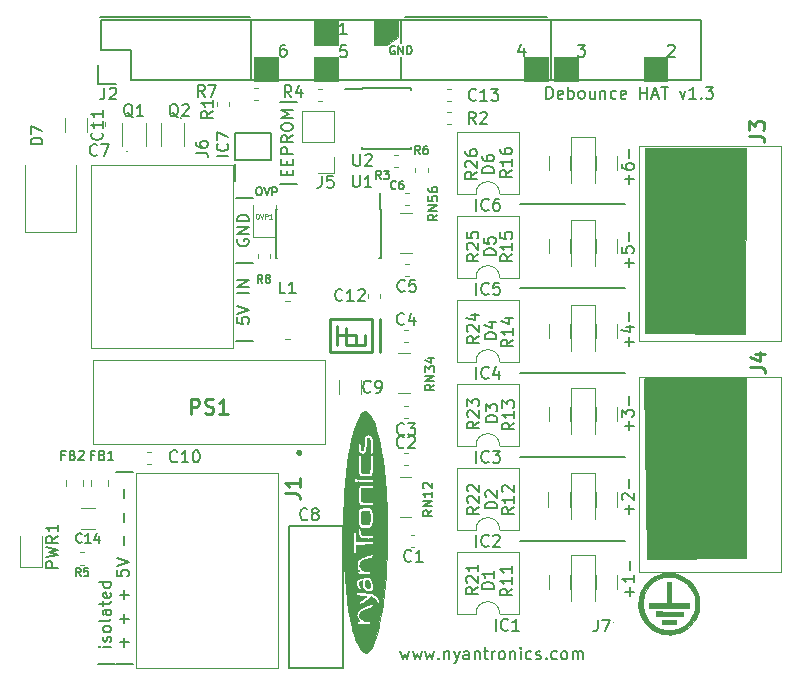
<source format=gbr>
G04 This is an RS-274x file exported by *
G04 gerbv version 2.6A *
G04 More information is available about gerbv at *
G04 http://gerbv.geda-project.org/ *
G04 --End of header info--*
%MOIN*%
%FSLAX34Y34*%
%IPPOS*%
G04 --Define apertures--*
%ADD10C,0.0059*%
%ADD11C,0.0098*%
%ADD12C,0.0039*%
%ADD13C,0.0079*%
%ADD14C,0.0047*%
%ADD15C,0.0004*%
%ADD16C,0.0157*%
%ADD17C,0.0100*%
G04 --Start main section--*
G54D10*
G01X0054898Y-047893D02*
G01X0054711Y-048024D01*
G01X0054898Y-048118D02*
G01X0054504Y-048118D01*
G01X0054504Y-048118D02*
G01X0054504Y-047968D01*
G01X0054504Y-047968D02*
G01X0054523Y-047931D01*
G01X0054523Y-047931D02*
G01X0054542Y-047912D01*
G01X0054542Y-047912D02*
G01X0054579Y-047893D01*
G01X0054579Y-047893D02*
G01X0054636Y-047893D01*
G01X0054636Y-047893D02*
G01X0054673Y-047912D01*
G01X0054673Y-047912D02*
G01X0054692Y-047931D01*
G01X0054692Y-047931D02*
G01X0054711Y-047968D01*
G01X0054711Y-047968D02*
G01X0054711Y-048118D01*
G01X0054898Y-047518D02*
G01X0054898Y-047743D01*
G01X0054898Y-047631D02*
G01X0054504Y-047631D01*
G01X0054504Y-047631D02*
G01X0054561Y-047668D01*
G01X0054561Y-047668D02*
G01X0054598Y-047706D01*
G01X0054598Y-047706D02*
G01X0054617Y-047743D01*
G01X0054898Y-047143D02*
G01X0054898Y-047368D01*
G01X0054898Y-047256D02*
G01X0054504Y-047256D01*
G01X0054504Y-047256D02*
G01X0054561Y-047293D01*
G01X0054561Y-047293D02*
G01X0054598Y-047331D01*
G01X0054598Y-047331D02*
G01X0054617Y-047368D01*
G01X0054278Y-047906D02*
G01X0053884Y-047906D01*
G01X0053884Y-047906D02*
G01X0053884Y-047812D01*
G01X0053884Y-047812D02*
G01X0053903Y-047756D01*
G01X0053903Y-047756D02*
G01X0053941Y-047718D01*
G01X0053941Y-047718D02*
G01X0053978Y-047699D01*
G01X0053978Y-047699D02*
G01X0054053Y-047681D01*
G01X0054053Y-047681D02*
G01X0054109Y-047681D01*
G01X0054109Y-047681D02*
G01X0054184Y-047699D01*
G01X0054184Y-047699D02*
G01X0054222Y-047718D01*
G01X0054222Y-047718D02*
G01X0054259Y-047756D01*
G01X0054259Y-047756D02*
G01X0054278Y-047812D01*
G01X0054278Y-047812D02*
G01X0054278Y-047906D01*
G01X0054278Y-047306D02*
G01X0054278Y-047531D01*
G01X0054278Y-047418D02*
G01X0053884Y-047418D01*
G01X0053884Y-047418D02*
G01X0053941Y-047456D01*
G01X0053941Y-047456D02*
G01X0053978Y-047493D01*
G01X0053978Y-047493D02*
G01X0053997Y-047531D01*
G01X0053748Y-047843D02*
G01X0053561Y-047974D01*
G01X0053748Y-048068D02*
G01X0053354Y-048068D01*
G01X0053354Y-048068D02*
G01X0053354Y-047918D01*
G01X0053354Y-047918D02*
G01X0053373Y-047881D01*
G01X0053373Y-047881D02*
G01X0053392Y-047862D01*
G01X0053392Y-047862D02*
G01X0053429Y-047843D01*
G01X0053429Y-047843D02*
G01X0053486Y-047843D01*
G01X0053486Y-047843D02*
G01X0053523Y-047862D01*
G01X0053523Y-047862D02*
G01X0053542Y-047881D01*
G01X0053542Y-047881D02*
G01X0053561Y-047918D01*
G01X0053561Y-047918D02*
G01X0053561Y-048068D01*
G01X0053392Y-047693D02*
G01X0053373Y-047674D01*
G01X0053373Y-047674D02*
G01X0053354Y-047637D01*
G01X0053354Y-047637D02*
G01X0053354Y-047543D01*
G01X0053354Y-047543D02*
G01X0053373Y-047506D01*
G01X0053373Y-047506D02*
G01X0053392Y-047487D01*
G01X0053392Y-047487D02*
G01X0053429Y-047468D01*
G01X0053429Y-047468D02*
G01X0053467Y-047468D01*
G01X0053467Y-047468D02*
G01X0053523Y-047487D01*
G01X0053523Y-047487D02*
G01X0053748Y-047712D01*
G01X0053748Y-047712D02*
G01X0053748Y-047468D01*
G01X0053748Y-047093D02*
G01X0053748Y-047318D01*
G01X0053748Y-047206D02*
G01X0053354Y-047206D01*
G01X0053354Y-047206D02*
G01X0053411Y-047243D01*
G01X0053411Y-047243D02*
G01X0053448Y-047281D01*
G01X0053448Y-047281D02*
G01X0053467Y-047318D01*
G01X0054943Y-045188D02*
G01X0054756Y-045319D01*
G01X0054943Y-045413D02*
G01X0054549Y-045413D01*
G01X0054549Y-045413D02*
G01X0054549Y-045263D01*
G01X0054549Y-045263D02*
G01X0054568Y-045226D01*
G01X0054568Y-045226D02*
G01X0054587Y-045207D01*
G01X0054587Y-045207D02*
G01X0054624Y-045188D01*
G01X0054624Y-045188D02*
G01X0054681Y-045188D01*
G01X0054681Y-045188D02*
G01X0054718Y-045207D01*
G01X0054718Y-045207D02*
G01X0054737Y-045226D01*
G01X0054737Y-045226D02*
G01X0054756Y-045263D01*
G01X0054756Y-045263D02*
G01X0054756Y-045413D01*
G01X0054943Y-044813D02*
G01X0054943Y-045038D01*
G01X0054943Y-044926D02*
G01X0054549Y-044926D01*
G01X0054549Y-044926D02*
G01X0054606Y-044963D01*
G01X0054606Y-044963D02*
G01X0054643Y-045001D01*
G01X0054643Y-045001D02*
G01X0054662Y-045038D01*
G01X0054587Y-044663D02*
G01X0054568Y-044644D01*
G01X0054568Y-044644D02*
G01X0054549Y-044607D01*
G01X0054549Y-044607D02*
G01X0054549Y-044513D01*
G01X0054549Y-044513D02*
G01X0054568Y-044476D01*
G01X0054568Y-044476D02*
G01X0054587Y-044457D01*
G01X0054587Y-044457D02*
G01X0054624Y-044438D01*
G01X0054624Y-044438D02*
G01X0054662Y-044438D01*
G01X0054662Y-044438D02*
G01X0054718Y-044457D01*
G01X0054718Y-044457D02*
G01X0054943Y-044682D01*
G01X0054943Y-044682D02*
G01X0054943Y-044438D01*
G01X0054393Y-045216D02*
G01X0053999Y-045216D01*
G01X0053999Y-045216D02*
G01X0053999Y-045122D01*
G01X0053999Y-045122D02*
G01X0054018Y-045066D01*
G01X0054018Y-045066D02*
G01X0054056Y-045028D01*
G01X0054056Y-045028D02*
G01X0054093Y-045009D01*
G01X0054093Y-045009D02*
G01X0054168Y-044991D01*
G01X0054168Y-044991D02*
G01X0054224Y-044991D01*
G01X0054224Y-044991D02*
G01X0054299Y-045009D01*
G01X0054299Y-045009D02*
G01X0054337Y-045028D01*
G01X0054337Y-045028D02*
G01X0054374Y-045066D01*
G01X0054374Y-045066D02*
G01X0054393Y-045122D01*
G01X0054393Y-045122D02*
G01X0054393Y-045216D01*
G01X0054037Y-044841D02*
G01X0054018Y-044822D01*
G01X0054018Y-044822D02*
G01X0053999Y-044784D01*
G01X0053999Y-044784D02*
G01X0053999Y-044691D01*
G01X0053999Y-044691D02*
G01X0054018Y-044653D01*
G01X0054018Y-044653D02*
G01X0054037Y-044634D01*
G01X0054037Y-044634D02*
G01X0054074Y-044616D01*
G01X0054074Y-044616D02*
G01X0054112Y-044616D01*
G01X0054112Y-044616D02*
G01X0054168Y-044634D01*
G01X0054168Y-044634D02*
G01X0054393Y-044859D01*
G01X0054393Y-044859D02*
G01X0054393Y-044616D01*
G01X0053788Y-045178D02*
G01X0053601Y-045309D01*
G01X0053788Y-045403D02*
G01X0053394Y-045403D01*
G01X0053394Y-045403D02*
G01X0053394Y-045253D01*
G01X0053394Y-045253D02*
G01X0053413Y-045216D01*
G01X0053413Y-045216D02*
G01X0053432Y-045197D01*
G01X0053432Y-045197D02*
G01X0053469Y-045178D01*
G01X0053469Y-045178D02*
G01X0053526Y-045178D01*
G01X0053526Y-045178D02*
G01X0053563Y-045197D01*
G01X0053563Y-045197D02*
G01X0053582Y-045216D01*
G01X0053582Y-045216D02*
G01X0053601Y-045253D01*
G01X0053601Y-045253D02*
G01X0053601Y-045403D01*
G01X0053432Y-045028D02*
G01X0053413Y-045009D01*
G01X0053413Y-045009D02*
G01X0053394Y-044972D01*
G01X0053394Y-044972D02*
G01X0053394Y-044878D01*
G01X0053394Y-044878D02*
G01X0053413Y-044841D01*
G01X0053413Y-044841D02*
G01X0053432Y-044822D01*
G01X0053432Y-044822D02*
G01X0053469Y-044803D01*
G01X0053469Y-044803D02*
G01X0053507Y-044803D01*
G01X0053507Y-044803D02*
G01X0053563Y-044822D01*
G01X0053563Y-044822D02*
G01X0053788Y-045047D01*
G01X0053788Y-045047D02*
G01X0053788Y-044803D01*
G01X0053432Y-044653D02*
G01X0053413Y-044634D01*
G01X0053413Y-044634D02*
G01X0053394Y-044597D01*
G01X0053394Y-044597D02*
G01X0053394Y-044503D01*
G01X0053394Y-044503D02*
G01X0053413Y-044466D01*
G01X0053413Y-044466D02*
G01X0053432Y-044447D01*
G01X0053432Y-044447D02*
G01X0053469Y-044428D01*
G01X0053469Y-044428D02*
G01X0053507Y-044428D01*
G01X0053507Y-044428D02*
G01X0053563Y-044447D01*
G01X0053563Y-044447D02*
G01X0053788Y-044672D01*
G01X0053788Y-044672D02*
G01X0053788Y-044428D01*
G01X0054963Y-042363D02*
G01X0054776Y-042494D01*
G01X0054963Y-042588D02*
G01X0054569Y-042588D01*
G01X0054569Y-042588D02*
G01X0054569Y-042438D01*
G01X0054569Y-042438D02*
G01X0054588Y-042401D01*
G01X0054588Y-042401D02*
G01X0054607Y-042382D01*
G01X0054607Y-042382D02*
G01X0054644Y-042363D01*
G01X0054644Y-042363D02*
G01X0054701Y-042363D01*
G01X0054701Y-042363D02*
G01X0054738Y-042382D01*
G01X0054738Y-042382D02*
G01X0054757Y-042401D01*
G01X0054757Y-042401D02*
G01X0054776Y-042438D01*
G01X0054776Y-042438D02*
G01X0054776Y-042588D01*
G01X0054963Y-041988D02*
G01X0054963Y-042213D01*
G01X0054963Y-042101D02*
G01X0054569Y-042101D01*
G01X0054569Y-042101D02*
G01X0054626Y-042138D01*
G01X0054626Y-042138D02*
G01X0054663Y-042176D01*
G01X0054663Y-042176D02*
G01X0054682Y-042213D01*
G01X0054569Y-041857D02*
G01X0054569Y-041613D01*
G01X0054569Y-041613D02*
G01X0054719Y-041744D01*
G01X0054719Y-041744D02*
G01X0054719Y-041688D01*
G01X0054719Y-041688D02*
G01X0054738Y-041651D01*
G01X0054738Y-041651D02*
G01X0054757Y-041632D01*
G01X0054757Y-041632D02*
G01X0054794Y-041613D01*
G01X0054794Y-041613D02*
G01X0054888Y-041613D01*
G01X0054888Y-041613D02*
G01X0054926Y-041632D01*
G01X0054926Y-041632D02*
G01X0054944Y-041651D01*
G01X0054944Y-041651D02*
G01X0054963Y-041688D01*
G01X0054963Y-041688D02*
G01X0054963Y-041801D01*
G01X0054963Y-041801D02*
G01X0054944Y-041838D01*
G01X0054944Y-041838D02*
G01X0054926Y-041857D01*
G01X0054403Y-042341D02*
G01X0054009Y-042341D01*
G01X0054009Y-042341D02*
G01X0054009Y-042247D01*
G01X0054009Y-042247D02*
G01X0054028Y-042191D01*
G01X0054028Y-042191D02*
G01X0054066Y-042153D01*
G01X0054066Y-042153D02*
G01X0054103Y-042134D01*
G01X0054103Y-042134D02*
G01X0054178Y-042116D01*
G01X0054178Y-042116D02*
G01X0054234Y-042116D01*
G01X0054234Y-042116D02*
G01X0054309Y-042134D01*
G01X0054309Y-042134D02*
G01X0054347Y-042153D01*
G01X0054347Y-042153D02*
G01X0054384Y-042191D01*
G01X0054384Y-042191D02*
G01X0054403Y-042247D01*
G01X0054403Y-042247D02*
G01X0054403Y-042341D01*
G01X0054009Y-041984D02*
G01X0054009Y-041741D01*
G01X0054009Y-041741D02*
G01X0054159Y-041872D01*
G01X0054159Y-041872D02*
G01X0054159Y-041816D01*
G01X0054159Y-041816D02*
G01X0054178Y-041778D01*
G01X0054178Y-041778D02*
G01X0054197Y-041759D01*
G01X0054197Y-041759D02*
G01X0054234Y-041741D01*
G01X0054234Y-041741D02*
G01X0054328Y-041741D01*
G01X0054328Y-041741D02*
G01X0054366Y-041759D01*
G01X0054366Y-041759D02*
G01X0054384Y-041778D01*
G01X0054384Y-041778D02*
G01X0054403Y-041816D01*
G01X0054403Y-041816D02*
G01X0054403Y-041928D01*
G01X0054403Y-041928D02*
G01X0054384Y-041966D01*
G01X0054384Y-041966D02*
G01X0054366Y-041984D01*
G01X0053783Y-042328D02*
G01X0053596Y-042459D01*
G01X0053783Y-042553D02*
G01X0053389Y-042553D01*
G01X0053389Y-042553D02*
G01X0053389Y-042403D01*
G01X0053389Y-042403D02*
G01X0053408Y-042366D01*
G01X0053408Y-042366D02*
G01X0053427Y-042347D01*
G01X0053427Y-042347D02*
G01X0053464Y-042328D01*
G01X0053464Y-042328D02*
G01X0053521Y-042328D01*
G01X0053521Y-042328D02*
G01X0053558Y-042347D01*
G01X0053558Y-042347D02*
G01X0053577Y-042366D01*
G01X0053577Y-042366D02*
G01X0053596Y-042403D01*
G01X0053596Y-042403D02*
G01X0053596Y-042553D01*
G01X0053427Y-042178D02*
G01X0053408Y-042159D01*
G01X0053408Y-042159D02*
G01X0053389Y-042122D01*
G01X0053389Y-042122D02*
G01X0053389Y-042028D01*
G01X0053389Y-042028D02*
G01X0053408Y-041991D01*
G01X0053408Y-041991D02*
G01X0053427Y-041972D01*
G01X0053427Y-041972D02*
G01X0053464Y-041953D01*
G01X0053464Y-041953D02*
G01X0053502Y-041953D01*
G01X0053502Y-041953D02*
G01X0053558Y-041972D01*
G01X0053558Y-041972D02*
G01X0053783Y-042197D01*
G01X0053783Y-042197D02*
G01X0053783Y-041953D01*
G01X0053389Y-041822D02*
G01X0053389Y-041578D01*
G01X0053389Y-041578D02*
G01X0053539Y-041709D01*
G01X0053539Y-041709D02*
G01X0053539Y-041653D01*
G01X0053539Y-041653D02*
G01X0053558Y-041616D01*
G01X0053558Y-041616D02*
G01X0053577Y-041597D01*
G01X0053577Y-041597D02*
G01X0053614Y-041578D01*
G01X0053614Y-041578D02*
G01X0053708Y-041578D01*
G01X0053708Y-041578D02*
G01X0053746Y-041597D01*
G01X0053746Y-041597D02*
G01X0053764Y-041616D01*
G01X0053764Y-041616D02*
G01X0053783Y-041653D01*
G01X0053783Y-041653D02*
G01X0053783Y-041766D01*
G01X0053783Y-041766D02*
G01X0053764Y-041803D01*
G01X0053764Y-041803D02*
G01X0053746Y-041822D01*
G01X0054923Y-039593D02*
G01X0054736Y-039724D01*
G01X0054923Y-039818D02*
G01X0054529Y-039818D01*
G01X0054529Y-039818D02*
G01X0054529Y-039668D01*
G01X0054529Y-039668D02*
G01X0054548Y-039631D01*
G01X0054548Y-039631D02*
G01X0054567Y-039612D01*
G01X0054567Y-039612D02*
G01X0054604Y-039593D01*
G01X0054604Y-039593D02*
G01X0054661Y-039593D01*
G01X0054661Y-039593D02*
G01X0054698Y-039612D01*
G01X0054698Y-039612D02*
G01X0054717Y-039631D01*
G01X0054717Y-039631D02*
G01X0054736Y-039668D01*
G01X0054736Y-039668D02*
G01X0054736Y-039818D01*
G01X0054923Y-039218D02*
G01X0054923Y-039443D01*
G01X0054923Y-039331D02*
G01X0054529Y-039331D01*
G01X0054529Y-039331D02*
G01X0054586Y-039368D01*
G01X0054586Y-039368D02*
G01X0054623Y-039406D01*
G01X0054623Y-039406D02*
G01X0054642Y-039443D01*
G01X0054661Y-038881D02*
G01X0054923Y-038881D01*
G01X0054511Y-038974D02*
G01X0054792Y-039068D01*
G01X0054792Y-039068D02*
G01X0054792Y-038824D01*
G01X0054368Y-039581D02*
G01X0053974Y-039581D01*
G01X0053974Y-039581D02*
G01X0053974Y-039487D01*
G01X0053974Y-039487D02*
G01X0053993Y-039431D01*
G01X0053993Y-039431D02*
G01X0054031Y-039393D01*
G01X0054031Y-039393D02*
G01X0054068Y-039374D01*
G01X0054068Y-039374D02*
G01X0054143Y-039356D01*
G01X0054143Y-039356D02*
G01X0054199Y-039356D01*
G01X0054199Y-039356D02*
G01X0054274Y-039374D01*
G01X0054274Y-039374D02*
G01X0054312Y-039393D01*
G01X0054312Y-039393D02*
G01X0054349Y-039431D01*
G01X0054349Y-039431D02*
G01X0054368Y-039487D01*
G01X0054368Y-039487D02*
G01X0054368Y-039581D01*
G01X0054106Y-039018D02*
G01X0054368Y-039018D01*
G01X0053956Y-039112D02*
G01X0054237Y-039206D01*
G01X0054237Y-039206D02*
G01X0054237Y-038962D01*
G01X0053778Y-039478D02*
G01X0053591Y-039609D01*
G01X0053778Y-039703D02*
G01X0053384Y-039703D01*
G01X0053384Y-039703D02*
G01X0053384Y-039553D01*
G01X0053384Y-039553D02*
G01X0053403Y-039516D01*
G01X0053403Y-039516D02*
G01X0053422Y-039497D01*
G01X0053422Y-039497D02*
G01X0053459Y-039478D01*
G01X0053459Y-039478D02*
G01X0053516Y-039478D01*
G01X0053516Y-039478D02*
G01X0053553Y-039497D01*
G01X0053553Y-039497D02*
G01X0053572Y-039516D01*
G01X0053572Y-039516D02*
G01X0053591Y-039553D01*
G01X0053591Y-039553D02*
G01X0053591Y-039703D01*
G01X0053422Y-039328D02*
G01X0053403Y-039309D01*
G01X0053403Y-039309D02*
G01X0053384Y-039272D01*
G01X0053384Y-039272D02*
G01X0053384Y-039178D01*
G01X0053384Y-039178D02*
G01X0053403Y-039141D01*
G01X0053403Y-039141D02*
G01X0053422Y-039122D01*
G01X0053422Y-039122D02*
G01X0053459Y-039103D01*
G01X0053459Y-039103D02*
G01X0053497Y-039103D01*
G01X0053497Y-039103D02*
G01X0053553Y-039122D01*
G01X0053553Y-039122D02*
G01X0053778Y-039347D01*
G01X0053778Y-039347D02*
G01X0053778Y-039103D01*
G01X0053516Y-038766D02*
G01X0053778Y-038766D01*
G01X0053366Y-038859D02*
G01X0053647Y-038953D01*
G01X0053647Y-038953D02*
G01X0053647Y-038709D01*
G01X0054893Y-036753D02*
G01X0054706Y-036884D01*
G01X0054893Y-036978D02*
G01X0054499Y-036978D01*
G01X0054499Y-036978D02*
G01X0054499Y-036828D01*
G01X0054499Y-036828D02*
G01X0054518Y-036791D01*
G01X0054518Y-036791D02*
G01X0054537Y-036772D01*
G01X0054537Y-036772D02*
G01X0054574Y-036753D01*
G01X0054574Y-036753D02*
G01X0054631Y-036753D01*
G01X0054631Y-036753D02*
G01X0054668Y-036772D01*
G01X0054668Y-036772D02*
G01X0054687Y-036791D01*
G01X0054687Y-036791D02*
G01X0054706Y-036828D01*
G01X0054706Y-036828D02*
G01X0054706Y-036978D01*
G01X0054893Y-036378D02*
G01X0054893Y-036603D01*
G01X0054893Y-036491D02*
G01X0054499Y-036491D01*
G01X0054499Y-036491D02*
G01X0054556Y-036528D01*
G01X0054556Y-036528D02*
G01X0054593Y-036566D01*
G01X0054593Y-036566D02*
G01X0054612Y-036603D01*
G01X0054499Y-036022D02*
G01X0054499Y-036209D01*
G01X0054499Y-036209D02*
G01X0054687Y-036228D01*
G01X0054687Y-036228D02*
G01X0054668Y-036209D01*
G01X0054668Y-036209D02*
G01X0054649Y-036172D01*
G01X0054649Y-036172D02*
G01X0054649Y-036078D01*
G01X0054649Y-036078D02*
G01X0054668Y-036041D01*
G01X0054668Y-036041D02*
G01X0054687Y-036022D01*
G01X0054687Y-036022D02*
G01X0054724Y-036003D01*
G01X0054724Y-036003D02*
G01X0054818Y-036003D01*
G01X0054818Y-036003D02*
G01X0054856Y-036022D01*
G01X0054856Y-036022D02*
G01X0054874Y-036041D01*
G01X0054874Y-036041D02*
G01X0054893Y-036078D01*
G01X0054893Y-036078D02*
G01X0054893Y-036172D01*
G01X0054893Y-036172D02*
G01X0054874Y-036209D01*
G01X0054874Y-036209D02*
G01X0054856Y-036228D01*
G01X0054338Y-036781D02*
G01X0053944Y-036781D01*
G01X0053944Y-036781D02*
G01X0053944Y-036687D01*
G01X0053944Y-036687D02*
G01X0053963Y-036631D01*
G01X0053963Y-036631D02*
G01X0054001Y-036593D01*
G01X0054001Y-036593D02*
G01X0054038Y-036574D01*
G01X0054038Y-036574D02*
G01X0054113Y-036556D01*
G01X0054113Y-036556D02*
G01X0054169Y-036556D01*
G01X0054169Y-036556D02*
G01X0054244Y-036574D01*
G01X0054244Y-036574D02*
G01X0054282Y-036593D01*
G01X0054282Y-036593D02*
G01X0054319Y-036631D01*
G01X0054319Y-036631D02*
G01X0054338Y-036687D01*
G01X0054338Y-036687D02*
G01X0054338Y-036781D01*
G01X0053944Y-036199D02*
G01X0053944Y-036387D01*
G01X0053944Y-036387D02*
G01X0054132Y-036406D01*
G01X0054132Y-036406D02*
G01X0054113Y-036387D01*
G01X0054113Y-036387D02*
G01X0054094Y-036349D01*
G01X0054094Y-036349D02*
G01X0054094Y-036256D01*
G01X0054094Y-036256D02*
G01X0054113Y-036218D01*
G01X0054113Y-036218D02*
G01X0054132Y-036199D01*
G01X0054132Y-036199D02*
G01X0054169Y-036181D01*
G01X0054169Y-036181D02*
G01X0054263Y-036181D01*
G01X0054263Y-036181D02*
G01X0054301Y-036199D01*
G01X0054301Y-036199D02*
G01X0054319Y-036218D01*
G01X0054319Y-036218D02*
G01X0054338Y-036256D01*
G01X0054338Y-036256D02*
G01X0054338Y-036349D01*
G01X0054338Y-036349D02*
G01X0054319Y-036387D01*
G01X0054319Y-036387D02*
G01X0054301Y-036406D01*
G01X0053768Y-036743D02*
G01X0053581Y-036874D01*
G01X0053768Y-036968D02*
G01X0053374Y-036968D01*
G01X0053374Y-036968D02*
G01X0053374Y-036818D01*
G01X0053374Y-036818D02*
G01X0053393Y-036781D01*
G01X0053393Y-036781D02*
G01X0053412Y-036762D01*
G01X0053412Y-036762D02*
G01X0053449Y-036743D01*
G01X0053449Y-036743D02*
G01X0053506Y-036743D01*
G01X0053506Y-036743D02*
G01X0053543Y-036762D01*
G01X0053543Y-036762D02*
G01X0053562Y-036781D01*
G01X0053562Y-036781D02*
G01X0053581Y-036818D01*
G01X0053581Y-036818D02*
G01X0053581Y-036968D01*
G01X0053412Y-036593D02*
G01X0053393Y-036574D01*
G01X0053393Y-036574D02*
G01X0053374Y-036537D01*
G01X0053374Y-036537D02*
G01X0053374Y-036443D01*
G01X0053374Y-036443D02*
G01X0053393Y-036406D01*
G01X0053393Y-036406D02*
G01X0053412Y-036387D01*
G01X0053412Y-036387D02*
G01X0053449Y-036368D01*
G01X0053449Y-036368D02*
G01X0053487Y-036368D01*
G01X0053487Y-036368D02*
G01X0053543Y-036387D01*
G01X0053543Y-036387D02*
G01X0053768Y-036612D01*
G01X0053768Y-036612D02*
G01X0053768Y-036368D01*
G01X0053374Y-036012D02*
G01X0053374Y-036199D01*
G01X0053374Y-036199D02*
G01X0053562Y-036218D01*
G01X0053562Y-036218D02*
G01X0053543Y-036199D01*
G01X0053543Y-036199D02*
G01X0053524Y-036162D01*
G01X0053524Y-036162D02*
G01X0053524Y-036068D01*
G01X0053524Y-036068D02*
G01X0053543Y-036031D01*
G01X0053543Y-036031D02*
G01X0053562Y-036012D01*
G01X0053562Y-036012D02*
G01X0053599Y-035993D01*
G01X0053599Y-035993D02*
G01X0053693Y-035993D01*
G01X0053693Y-035993D02*
G01X0053731Y-036012D01*
G01X0053731Y-036012D02*
G01X0053749Y-036031D01*
G01X0053749Y-036031D02*
G01X0053768Y-036068D01*
G01X0053768Y-036068D02*
G01X0053768Y-036162D01*
G01X0053768Y-036162D02*
G01X0053749Y-036199D01*
G01X0053749Y-036199D02*
G01X0053731Y-036218D01*
G01X0054883Y-033943D02*
G01X0054696Y-034074D01*
G01X0054883Y-034168D02*
G01X0054489Y-034168D01*
G01X0054489Y-034168D02*
G01X0054489Y-034018D01*
G01X0054489Y-034018D02*
G01X0054508Y-033981D01*
G01X0054508Y-033981D02*
G01X0054527Y-033962D01*
G01X0054527Y-033962D02*
G01X0054564Y-033943D01*
G01X0054564Y-033943D02*
G01X0054621Y-033943D01*
G01X0054621Y-033943D02*
G01X0054658Y-033962D01*
G01X0054658Y-033962D02*
G01X0054677Y-033981D01*
G01X0054677Y-033981D02*
G01X0054696Y-034018D01*
G01X0054696Y-034018D02*
G01X0054696Y-034168D01*
G01X0054883Y-033568D02*
G01X0054883Y-033793D01*
G01X0054883Y-033681D02*
G01X0054489Y-033681D01*
G01X0054489Y-033681D02*
G01X0054546Y-033718D01*
G01X0054546Y-033718D02*
G01X0054583Y-033756D01*
G01X0054583Y-033756D02*
G01X0054602Y-033793D01*
G01X0054489Y-033231D02*
G01X0054489Y-033306D01*
G01X0054489Y-033306D02*
G01X0054508Y-033343D01*
G01X0054508Y-033343D02*
G01X0054527Y-033362D01*
G01X0054527Y-033362D02*
G01X0054583Y-033399D01*
G01X0054583Y-033399D02*
G01X0054658Y-033418D01*
G01X0054658Y-033418D02*
G01X0054808Y-033418D01*
G01X0054808Y-033418D02*
G01X0054846Y-033399D01*
G01X0054846Y-033399D02*
G01X0054864Y-033381D01*
G01X0054864Y-033381D02*
G01X0054883Y-033343D01*
G01X0054883Y-033343D02*
G01X0054883Y-033268D01*
G01X0054883Y-033268D02*
G01X0054864Y-033231D01*
G01X0054864Y-033231D02*
G01X0054846Y-033212D01*
G01X0054846Y-033212D02*
G01X0054808Y-033193D01*
G01X0054808Y-033193D02*
G01X0054714Y-033193D01*
G01X0054714Y-033193D02*
G01X0054677Y-033212D01*
G01X0054677Y-033212D02*
G01X0054658Y-033231D01*
G01X0054658Y-033231D02*
G01X0054639Y-033268D01*
G01X0054639Y-033268D02*
G01X0054639Y-033343D01*
G01X0054639Y-033343D02*
G01X0054658Y-033381D01*
G01X0054658Y-033381D02*
G01X0054677Y-033399D01*
G01X0054677Y-033399D02*
G01X0054714Y-033418D01*
G01X0054288Y-034031D02*
G01X0053894Y-034031D01*
G01X0053894Y-034031D02*
G01X0053894Y-033937D01*
G01X0053894Y-033937D02*
G01X0053913Y-033881D01*
G01X0053913Y-033881D02*
G01X0053951Y-033843D01*
G01X0053951Y-033843D02*
G01X0053988Y-033824D01*
G01X0053988Y-033824D02*
G01X0054063Y-033806D01*
G01X0054063Y-033806D02*
G01X0054119Y-033806D01*
G01X0054119Y-033806D02*
G01X0054194Y-033824D01*
G01X0054194Y-033824D02*
G01X0054232Y-033843D01*
G01X0054232Y-033843D02*
G01X0054269Y-033881D01*
G01X0054269Y-033881D02*
G01X0054288Y-033937D01*
G01X0054288Y-033937D02*
G01X0054288Y-034031D01*
G01X0053894Y-033468D02*
G01X0053894Y-033543D01*
G01X0053894Y-033543D02*
G01X0053913Y-033581D01*
G01X0053913Y-033581D02*
G01X0053932Y-033599D01*
G01X0053932Y-033599D02*
G01X0053988Y-033637D01*
G01X0053988Y-033637D02*
G01X0054063Y-033656D01*
G01X0054063Y-033656D02*
G01X0054213Y-033656D01*
G01X0054213Y-033656D02*
G01X0054251Y-033637D01*
G01X0054251Y-033637D02*
G01X0054269Y-033618D01*
G01X0054269Y-033618D02*
G01X0054288Y-033581D01*
G01X0054288Y-033581D02*
G01X0054288Y-033506D01*
G01X0054288Y-033506D02*
G01X0054269Y-033468D01*
G01X0054269Y-033468D02*
G01X0054251Y-033449D01*
G01X0054251Y-033449D02*
G01X0054213Y-033431D01*
G01X0054213Y-033431D02*
G01X0054119Y-033431D01*
G01X0054119Y-033431D02*
G01X0054082Y-033449D01*
G01X0054082Y-033449D02*
G01X0054063Y-033468D01*
G01X0054063Y-033468D02*
G01X0054044Y-033506D01*
G01X0054044Y-033506D02*
G01X0054044Y-033581D01*
G01X0054044Y-033581D02*
G01X0054063Y-033618D01*
G01X0054063Y-033618D02*
G01X0054082Y-033637D01*
G01X0054082Y-033637D02*
G01X0054119Y-033656D01*
G01X0053723Y-034003D02*
G01X0053536Y-034134D01*
G01X0053723Y-034228D02*
G01X0053329Y-034228D01*
G01X0053329Y-034228D02*
G01X0053329Y-034078D01*
G01X0053329Y-034078D02*
G01X0053348Y-034041D01*
G01X0053348Y-034041D02*
G01X0053367Y-034022D01*
G01X0053367Y-034022D02*
G01X0053404Y-034003D01*
G01X0053404Y-034003D02*
G01X0053461Y-034003D01*
G01X0053461Y-034003D02*
G01X0053498Y-034022D01*
G01X0053498Y-034022D02*
G01X0053517Y-034041D01*
G01X0053517Y-034041D02*
G01X0053536Y-034078D01*
G01X0053536Y-034078D02*
G01X0053536Y-034228D01*
G01X0053367Y-033853D02*
G01X0053348Y-033834D01*
G01X0053348Y-033834D02*
G01X0053329Y-033797D01*
G01X0053329Y-033797D02*
G01X0053329Y-033703D01*
G01X0053329Y-033703D02*
G01X0053348Y-033666D01*
G01X0053348Y-033666D02*
G01X0053367Y-033647D01*
G01X0053367Y-033647D02*
G01X0053404Y-033628D01*
G01X0053404Y-033628D02*
G01X0053442Y-033628D01*
G01X0053442Y-033628D02*
G01X0053498Y-033647D01*
G01X0053498Y-033647D02*
G01X0053723Y-033872D01*
G01X0053723Y-033872D02*
G01X0053723Y-033628D01*
G01X0053329Y-033291D02*
G01X0053329Y-033366D01*
G01X0053329Y-033366D02*
G01X0053348Y-033403D01*
G01X0053348Y-033403D02*
G01X0053367Y-033422D01*
G01X0053367Y-033422D02*
G01X0053423Y-033459D01*
G01X0053423Y-033459D02*
G01X0053498Y-033478D01*
G01X0053498Y-033478D02*
G01X0053648Y-033478D01*
G01X0053648Y-033478D02*
G01X0053686Y-033459D01*
G01X0053686Y-033459D02*
G01X0053704Y-033441D01*
G01X0053704Y-033441D02*
G01X0053723Y-033403D01*
G01X0053723Y-033403D02*
G01X0053723Y-033328D01*
G01X0053723Y-033328D02*
G01X0053704Y-033291D01*
G01X0053704Y-033291D02*
G01X0053686Y-033272D01*
G01X0053686Y-033272D02*
G01X0053648Y-033253D01*
G01X0053648Y-033253D02*
G01X0053554Y-033253D01*
G01X0053554Y-033253D02*
G01X0053517Y-033272D01*
G01X0053517Y-033272D02*
G01X0053498Y-033291D01*
G01X0053498Y-033291D02*
G01X0053479Y-033328D01*
G01X0053479Y-033328D02*
G01X0053479Y-033403D01*
G01X0053479Y-033403D02*
G01X0053498Y-033441D01*
G01X0053498Y-033441D02*
G01X0053517Y-033459D01*
G01X0053517Y-033459D02*
G01X0053554Y-033478D01*
G54D11*
G01X0049685Y-039449D02*
G01X0049685Y-039764D01*
G01X0049370Y-039449D02*
G01X0049685Y-039449D01*
G01X0050000Y-039764D02*
G01X0050000Y-039449D01*
G01X0049370Y-039764D02*
G01X0050000Y-039764D01*
G01X0049370Y-039449D02*
G01X0049370Y-039764D01*
G01X0049370Y-039449D02*
G01X0049370Y-039213D01*
G01X0049055Y-039449D02*
G01X0049370Y-039449D01*
G01X0049055Y-039134D02*
G01X0049055Y-039764D01*
G01X0050472Y-038898D02*
G01X0050472Y-040000D01*
G01X0050236Y-038898D02*
G01X0048819Y-038898D01*
G01X0050236Y-040000D02*
G01X0050236Y-038898D01*
G01X0048819Y-040000D02*
G01X0050236Y-040000D01*
G01X0048819Y-038898D02*
G01X0048819Y-040000D01*
G54D10*
G01X0051182Y-030180D02*
G01X0051187Y-030955D01*
G01X0056181Y-028960D02*
G01X0056181Y-030945D01*
G01X0051187Y-028955D02*
G01X0051187Y-029695D01*
G01X0046181Y-028955D02*
G01X0046181Y-030945D01*
G01X0051310Y-028840D02*
G01X0056040Y-028840D01*
G01X0041160Y-028825D02*
G01X0046145Y-028825D01*
G01X0058660Y-046300D02*
G01X0055140Y-046300D01*
G01X0058660Y-043520D02*
G01X0055140Y-043520D01*
G01X0058660Y-040700D02*
G01X0055140Y-040700D01*
G01X0058660Y-037880D02*
G01X0055140Y-037880D01*
G01X0058660Y-035080D02*
G01X0055140Y-035080D01*
G54D12*
G36*
G01X0062680Y-046860D02*
G01X0059380Y-046920D01*
G01X0059300Y-040920D01*
G01X0059340Y-040860D01*
G01X0062680Y-040860D01*
G01X0062680Y-046860D01*
G37*
G01X0062680Y-046860D02*
G01X0059380Y-046920D01*
G01X0059380Y-046920D02*
G01X0059300Y-040920D01*
G01X0059300Y-040920D02*
G01X0059340Y-040860D01*
G01X0059340Y-040860D02*
G01X0062680Y-040860D01*
G01X0062680Y-040860D02*
G01X0062680Y-046860D01*
G36*
G01X0062660Y-039400D02*
G01X0059320Y-039380D01*
G01X0059320Y-033200D01*
G01X0062700Y-033200D01*
G01X0062660Y-039400D01*
G37*
G01X0062660Y-039400D02*
G01X0059320Y-039380D01*
G01X0059320Y-039380D02*
G01X0059320Y-033200D01*
G01X0059320Y-033200D02*
G01X0062700Y-033200D01*
G01X0062700Y-033200D02*
G01X0062660Y-039400D01*
G54D10*
G01X0050971Y-029822D02*
G01X0050945Y-029809D01*
G01X0050945Y-029809D02*
G01X0050906Y-029809D01*
G01X0050906Y-029809D02*
G01X0050866Y-029822D01*
G01X0050866Y-029822D02*
G01X0050840Y-029848D01*
G01X0050840Y-029848D02*
G01X0050827Y-029875D01*
G01X0050827Y-029875D02*
G01X0050814Y-029927D01*
G01X0050814Y-029927D02*
G01X0050814Y-029967D01*
G01X0050814Y-029967D02*
G01X0050827Y-030019D01*
G01X0050827Y-030019D02*
G01X0050840Y-030045D01*
G01X0050840Y-030045D02*
G01X0050866Y-030072D01*
G01X0050866Y-030072D02*
G01X0050906Y-030085D01*
G01X0050906Y-030085D02*
G01X0050932Y-030085D01*
G01X0050932Y-030085D02*
G01X0050971Y-030072D01*
G01X0050971Y-030072D02*
G01X0050984Y-030058D01*
G01X0050984Y-030058D02*
G01X0050984Y-029967D01*
G01X0050984Y-029967D02*
G01X0050932Y-029967D01*
G01X0051102Y-030085D02*
G01X0051102Y-029809D01*
G01X0051102Y-029809D02*
G01X0051260Y-030085D01*
G01X0051260Y-030085D02*
G01X0051260Y-029809D01*
G01X0051391Y-030085D02*
G01X0051391Y-029809D01*
G01X0051391Y-029809D02*
G01X0051457Y-029809D01*
G01X0051457Y-029809D02*
G01X0051496Y-029822D01*
G01X0051496Y-029822D02*
G01X0051522Y-029848D01*
G01X0051522Y-029848D02*
G01X0051535Y-029875D01*
G01X0051535Y-029875D02*
G01X0051549Y-029927D01*
G01X0051549Y-029927D02*
G01X0051549Y-029967D01*
G01X0051549Y-029967D02*
G01X0051535Y-030019D01*
G01X0051535Y-030019D02*
G01X0051522Y-030045D01*
G01X0051522Y-030045D02*
G01X0051496Y-030072D01*
G01X0051496Y-030072D02*
G01X0051457Y-030085D01*
G01X0051457Y-030085D02*
G01X0051391Y-030085D01*
G54D12*
G36*
G01X0051080Y-029517D02*
G01X0050720Y-029757D01*
G01X0050300Y-029757D01*
G01X0050300Y-028957D01*
G01X0051080Y-028957D01*
G01X0051080Y-029517D01*
G37*
G01X0051080Y-029517D02*
G01X0050720Y-029757D01*
G01X0050720Y-029757D02*
G01X0050300Y-029757D01*
G01X0050300Y-029757D02*
G01X0050300Y-028957D01*
G01X0050300Y-028957D02*
G01X0051080Y-028957D01*
G01X0051080Y-028957D02*
G01X0051080Y-029517D01*
G54D10*
G01X0047335Y-029765D02*
G01X0047260Y-029765D01*
G01X0047260Y-029765D02*
G01X0047223Y-029783D01*
G01X0047223Y-029783D02*
G01X0047204Y-029802D01*
G01X0047204Y-029802D02*
G01X0047166Y-029858D01*
G01X0047166Y-029858D02*
G01X0047148Y-029933D01*
G01X0047148Y-029933D02*
G01X0047148Y-030083D01*
G01X0047148Y-030083D02*
G01X0047166Y-030121D01*
G01X0047166Y-030121D02*
G01X0047185Y-030140D01*
G01X0047185Y-030140D02*
G01X0047223Y-030158D01*
G01X0047223Y-030158D02*
G01X0047297Y-030158D01*
G01X0047297Y-030158D02*
G01X0047335Y-030140D01*
G01X0047335Y-030140D02*
G01X0047354Y-030121D01*
G01X0047354Y-030121D02*
G01X0047372Y-030083D01*
G01X0047372Y-030083D02*
G01X0047372Y-029990D01*
G01X0047372Y-029990D02*
G01X0047354Y-029952D01*
G01X0047354Y-029952D02*
G01X0047335Y-029933D01*
G01X0047335Y-029933D02*
G01X0047297Y-029915D01*
G01X0047297Y-029915D02*
G01X0047223Y-029915D01*
G01X0047223Y-029915D02*
G01X0047185Y-029933D01*
G01X0047185Y-029933D02*
G01X0047166Y-029952D01*
G01X0047166Y-029952D02*
G01X0047148Y-029990D01*
G54D12*
G36*
G01X0047080Y-030965D02*
G01X0046300Y-030965D01*
G01X0046300Y-030185D01*
G01X0047080Y-030185D01*
G01X0047080Y-030965D01*
G37*
G01X0047080Y-030965D02*
G01X0046300Y-030965D01*
G01X0046300Y-030965D02*
G01X0046300Y-030185D01*
G01X0046300Y-030185D02*
G01X0047080Y-030185D01*
G01X0047080Y-030185D02*
G01X0047080Y-030965D01*
G54D10*
G01X0049365Y-029784D02*
G01X0049178Y-029784D01*
G01X0049178Y-029784D02*
G01X0049159Y-029972D01*
G01X0049159Y-029972D02*
G01X0049178Y-029953D01*
G01X0049178Y-029953D02*
G01X0049215Y-029934D01*
G01X0049215Y-029934D02*
G01X0049309Y-029934D01*
G01X0049309Y-029934D02*
G01X0049347Y-029953D01*
G01X0049347Y-029953D02*
G01X0049365Y-029972D01*
G01X0049365Y-029972D02*
G01X0049384Y-030009D01*
G01X0049384Y-030009D02*
G01X0049384Y-030103D01*
G01X0049384Y-030103D02*
G01X0049365Y-030141D01*
G01X0049365Y-030141D02*
G01X0049347Y-030159D01*
G01X0049347Y-030159D02*
G01X0049309Y-030178D01*
G01X0049309Y-030178D02*
G01X0049215Y-030178D01*
G01X0049215Y-030178D02*
G01X0049178Y-030159D01*
G01X0049178Y-030159D02*
G01X0049159Y-030141D01*
G54D12*
G36*
G01X0049080Y-030965D02*
G01X0048300Y-030965D01*
G01X0048300Y-030185D01*
G01X0049080Y-030185D01*
G01X0049080Y-030965D01*
G37*
G01X0049080Y-030965D02*
G01X0048300Y-030965D01*
G01X0048300Y-030965D02*
G01X0048300Y-030185D01*
G01X0048300Y-030185D02*
G01X0049080Y-030185D01*
G01X0049080Y-030185D02*
G01X0049080Y-030965D01*
G54D10*
G01X0055292Y-029876D02*
G01X0055292Y-030139D01*
G01X0055198Y-029726D02*
G01X0055104Y-030007D01*
G01X0055104Y-030007D02*
G01X0055348Y-030007D01*
G54D12*
G36*
G01X0056080Y-030958D02*
G01X0055280Y-030958D01*
G01X0055280Y-030178D01*
G01X0056080Y-030178D01*
G01X0056080Y-030958D01*
G37*
G01X0056080Y-030958D02*
G01X0055280Y-030958D01*
G01X0055280Y-030958D02*
G01X0055280Y-030178D01*
G01X0055280Y-030178D02*
G01X0056080Y-030178D01*
G01X0056080Y-030178D02*
G01X0056080Y-030958D01*
G54D10*
G01X0057073Y-029765D02*
G01X0057317Y-029765D01*
G01X0057317Y-029765D02*
G01X0057186Y-029915D01*
G01X0057186Y-029915D02*
G01X0057242Y-029915D01*
G01X0057242Y-029915D02*
G01X0057280Y-029933D01*
G01X0057280Y-029933D02*
G01X0057298Y-029952D01*
G01X0057298Y-029952D02*
G01X0057317Y-029990D01*
G01X0057317Y-029990D02*
G01X0057317Y-030083D01*
G01X0057317Y-030083D02*
G01X0057298Y-030121D01*
G01X0057298Y-030121D02*
G01X0057280Y-030140D01*
G01X0057280Y-030140D02*
G01X0057242Y-030158D01*
G01X0057242Y-030158D02*
G01X0057130Y-030158D01*
G01X0057130Y-030158D02*
G01X0057092Y-030140D01*
G01X0057092Y-030140D02*
G01X0057073Y-030121D01*
G54D12*
G36*
G01X0057080Y-030958D02*
G01X0056280Y-030958D01*
G01X0056280Y-030178D01*
G01X0057080Y-030178D01*
G01X0057080Y-030958D01*
G37*
G01X0057080Y-030958D02*
G01X0056280Y-030958D01*
G01X0056280Y-030958D02*
G01X0056280Y-030178D01*
G01X0056280Y-030178D02*
G01X0057080Y-030178D01*
G01X0057080Y-030178D02*
G01X0057080Y-030958D01*
G54D10*
G01X0060084Y-029802D02*
G01X0060103Y-029783D01*
G01X0060103Y-029783D02*
G01X0060141Y-029765D01*
G01X0060141Y-029765D02*
G01X0060234Y-029765D01*
G01X0060234Y-029765D02*
G01X0060272Y-029783D01*
G01X0060272Y-029783D02*
G01X0060291Y-029802D01*
G01X0060291Y-029802D02*
G01X0060309Y-029840D01*
G01X0060309Y-029840D02*
G01X0060309Y-029877D01*
G01X0060309Y-029877D02*
G01X0060291Y-029933D01*
G01X0060291Y-029933D02*
G01X0060066Y-030158D01*
G01X0060066Y-030158D02*
G01X0060309Y-030158D01*
G54D12*
G36*
G01X0060059Y-030957D02*
G01X0059299Y-030957D01*
G01X0059299Y-030177D01*
G01X0060059Y-030177D01*
G01X0060059Y-030957D01*
G37*
G01X0060059Y-030957D02*
G01X0059299Y-030957D01*
G01X0059299Y-030957D02*
G01X0059299Y-030177D01*
G01X0059299Y-030177D02*
G01X0060059Y-030177D01*
G01X0060059Y-030177D02*
G01X0060059Y-030957D01*
G36*
G01X0049080Y-029757D02*
G01X0048280Y-029757D01*
G01X0048280Y-028937D01*
G01X0049080Y-028937D01*
G01X0049080Y-029757D01*
G37*
G01X0049080Y-029757D02*
G01X0048280Y-029757D01*
G01X0048280Y-029757D02*
G01X0048280Y-028937D01*
G01X0048280Y-028937D02*
G01X0049080Y-028937D01*
G01X0049080Y-028937D02*
G01X0049080Y-029757D01*
G54D10*
G01X0049372Y-029418D02*
G01X0049148Y-029418D01*
G01X0049260Y-029418D02*
G01X0049260Y-029024D01*
G01X0049260Y-029024D02*
G01X0049223Y-029081D01*
G01X0049223Y-029081D02*
G01X0049185Y-029118D01*
G01X0049185Y-029118D02*
G01X0049148Y-029137D01*
G01X0046430Y-034514D02*
G01X0046483Y-034514D01*
G01X0046483Y-034514D02*
G01X0046509Y-034528D01*
G01X0046509Y-034528D02*
G01X0046535Y-034554D01*
G01X0046535Y-034554D02*
G01X0046549Y-034606D01*
G01X0046549Y-034606D02*
G01X0046549Y-034698D01*
G01X0046549Y-034698D02*
G01X0046535Y-034751D01*
G01X0046535Y-034751D02*
G01X0046509Y-034777D01*
G01X0046509Y-034777D02*
G01X0046483Y-034790D01*
G01X0046483Y-034790D02*
G01X0046430Y-034790D01*
G01X0046430Y-034790D02*
G01X0046404Y-034777D01*
G01X0046404Y-034777D02*
G01X0046378Y-034751D01*
G01X0046378Y-034751D02*
G01X0046365Y-034698D01*
G01X0046365Y-034698D02*
G01X0046365Y-034606D01*
G01X0046365Y-034606D02*
G01X0046378Y-034554D01*
G01X0046378Y-034554D02*
G01X0046404Y-034528D01*
G01X0046404Y-034528D02*
G01X0046430Y-034514D01*
G01X0046627Y-034514D02*
G01X0046719Y-034790D01*
G01X0046719Y-034790D02*
G01X0046811Y-034514D01*
G01X0046903Y-034790D02*
G01X0046903Y-034514D01*
G01X0046903Y-034514D02*
G01X0047008Y-034514D01*
G01X0047008Y-034514D02*
G01X0047034Y-034528D01*
G01X0047034Y-034528D02*
G01X0047047Y-034541D01*
G01X0047047Y-034541D02*
G01X0047060Y-034567D01*
G01X0047060Y-034567D02*
G01X0047060Y-034606D01*
G01X0047060Y-034606D02*
G01X0047047Y-034633D01*
G01X0047047Y-034633D02*
G01X0047034Y-034646D01*
G01X0047034Y-034646D02*
G01X0047008Y-034659D01*
G01X0047008Y-034659D02*
G01X0046903Y-034659D01*
G01X0058788Y-034401D02*
G01X0058788Y-034101D01*
G01X0058938Y-034251D02*
G01X0058638Y-034251D01*
G01X0058544Y-033745D02*
G01X0058544Y-033820D01*
G01X0058544Y-033820D02*
G01X0058563Y-033857D01*
G01X0058563Y-033857D02*
G01X0058582Y-033876D01*
G01X0058582Y-033876D02*
G01X0058638Y-033914D01*
G01X0058638Y-033914D02*
G01X0058713Y-033932D01*
G01X0058713Y-033932D02*
G01X0058863Y-033932D01*
G01X0058863Y-033932D02*
G01X0058901Y-033914D01*
G01X0058901Y-033914D02*
G01X0058919Y-033895D01*
G01X0058919Y-033895D02*
G01X0058938Y-033857D01*
G01X0058938Y-033857D02*
G01X0058938Y-033783D01*
G01X0058938Y-033783D02*
G01X0058919Y-033745D01*
G01X0058919Y-033745D02*
G01X0058901Y-033726D01*
G01X0058901Y-033726D02*
G01X0058863Y-033708D01*
G01X0058863Y-033708D02*
G01X0058769Y-033708D01*
G01X0058769Y-033708D02*
G01X0058732Y-033726D01*
G01X0058732Y-033726D02*
G01X0058713Y-033745D01*
G01X0058713Y-033745D02*
G01X0058694Y-033783D01*
G01X0058694Y-033783D02*
G01X0058694Y-033857D01*
G01X0058694Y-033857D02*
G01X0058713Y-033895D01*
G01X0058713Y-033895D02*
G01X0058732Y-033914D01*
G01X0058732Y-033914D02*
G01X0058769Y-033932D01*
G01X0058788Y-033539D02*
G01X0058788Y-033239D01*
G01X0058788Y-037181D02*
G01X0058788Y-036881D01*
G01X0058938Y-037031D02*
G01X0058638Y-037031D01*
G01X0058544Y-036506D02*
G01X0058544Y-036694D01*
G01X0058544Y-036694D02*
G01X0058732Y-036712D01*
G01X0058732Y-036712D02*
G01X0058713Y-036694D01*
G01X0058713Y-036694D02*
G01X0058694Y-036656D01*
G01X0058694Y-036656D02*
G01X0058694Y-036563D01*
G01X0058694Y-036563D02*
G01X0058713Y-036525D01*
G01X0058713Y-036525D02*
G01X0058732Y-036506D01*
G01X0058732Y-036506D02*
G01X0058769Y-036488D01*
G01X0058769Y-036488D02*
G01X0058863Y-036488D01*
G01X0058863Y-036488D02*
G01X0058901Y-036506D01*
G01X0058901Y-036506D02*
G01X0058919Y-036525D01*
G01X0058919Y-036525D02*
G01X0058938Y-036563D01*
G01X0058938Y-036563D02*
G01X0058938Y-036656D01*
G01X0058938Y-036656D02*
G01X0058919Y-036694D01*
G01X0058919Y-036694D02*
G01X0058901Y-036712D01*
G01X0058788Y-036319D02*
G01X0058788Y-036019D01*
G01X0058788Y-042621D02*
G01X0058788Y-042321D01*
G01X0058938Y-042471D02*
G01X0058638Y-042471D01*
G01X0058544Y-042171D02*
G01X0058544Y-041928D01*
G01X0058544Y-041928D02*
G01X0058694Y-042059D01*
G01X0058694Y-042059D02*
G01X0058694Y-042003D01*
G01X0058694Y-042003D02*
G01X0058713Y-041965D01*
G01X0058713Y-041965D02*
G01X0058732Y-041946D01*
G01X0058732Y-041946D02*
G01X0058769Y-041928D01*
G01X0058769Y-041928D02*
G01X0058863Y-041928D01*
G01X0058863Y-041928D02*
G01X0058901Y-041946D01*
G01X0058901Y-041946D02*
G01X0058919Y-041965D01*
G01X0058919Y-041965D02*
G01X0058938Y-042003D01*
G01X0058938Y-042003D02*
G01X0058938Y-042115D01*
G01X0058938Y-042115D02*
G01X0058919Y-042152D01*
G01X0058919Y-042152D02*
G01X0058901Y-042171D01*
G01X0058788Y-041759D02*
G01X0058788Y-041459D01*
G01X0058788Y-045401D02*
G01X0058788Y-045101D01*
G01X0058938Y-045251D02*
G01X0058638Y-045251D01*
G01X0058582Y-044932D02*
G01X0058563Y-044914D01*
G01X0058563Y-044914D02*
G01X0058544Y-044876D01*
G01X0058544Y-044876D02*
G01X0058544Y-044783D01*
G01X0058544Y-044783D02*
G01X0058563Y-044745D01*
G01X0058563Y-044745D02*
G01X0058582Y-044726D01*
G01X0058582Y-044726D02*
G01X0058619Y-044708D01*
G01X0058619Y-044708D02*
G01X0058657Y-044708D01*
G01X0058657Y-044708D02*
G01X0058713Y-044726D01*
G01X0058713Y-044726D02*
G01X0058938Y-044951D01*
G01X0058938Y-044951D02*
G01X0058938Y-044708D01*
G01X0058788Y-044539D02*
G01X0058788Y-044239D01*
G01X0058808Y-048141D02*
G01X0058808Y-047841D01*
G01X0058958Y-047991D02*
G01X0058658Y-047991D01*
G01X0058958Y-047448D02*
G01X0058958Y-047672D01*
G01X0058958Y-047560D02*
G01X0058564Y-047560D01*
G01X0058564Y-047560D02*
G01X0058621Y-047597D01*
G01X0058621Y-047597D02*
G01X0058658Y-047635D01*
G01X0058658Y-047635D02*
G01X0058677Y-047672D01*
G01X0058808Y-047279D02*
G01X0058808Y-046979D01*
G54D13*
G01X0041648Y-050411D02*
G01X0041085Y-050411D01*
G01X0041517Y-049830D02*
G01X0041254Y-049830D01*
G01X0041123Y-049830D02*
G01X0041142Y-049849D01*
G01X0041142Y-049849D02*
G01X0041160Y-049830D01*
G01X0041160Y-049830D02*
G01X0041142Y-049811D01*
G01X0041142Y-049811D02*
G01X0041123Y-049830D01*
G01X0041123Y-049830D02*
G01X0041160Y-049830D01*
G01X0041498Y-049661D02*
G01X0041517Y-049624D01*
G01X0041517Y-049624D02*
G01X0041517Y-049549D01*
G01X0041517Y-049549D02*
G01X0041498Y-049511D01*
G01X0041498Y-049511D02*
G01X0041460Y-049492D01*
G01X0041460Y-049492D02*
G01X0041442Y-049492D01*
G01X0041442Y-049492D02*
G01X0041404Y-049511D01*
G01X0041404Y-049511D02*
G01X0041385Y-049549D01*
G01X0041385Y-049549D02*
G01X0041385Y-049605D01*
G01X0041385Y-049605D02*
G01X0041367Y-049642D01*
G01X0041367Y-049642D02*
G01X0041329Y-049661D01*
G01X0041329Y-049661D02*
G01X0041310Y-049661D01*
G01X0041310Y-049661D02*
G01X0041273Y-049642D01*
G01X0041273Y-049642D02*
G01X0041254Y-049605D01*
G01X0041254Y-049605D02*
G01X0041254Y-049549D01*
G01X0041254Y-049549D02*
G01X0041273Y-049511D01*
G01X0041517Y-049267D02*
G01X0041498Y-049305D01*
G01X0041498Y-049305D02*
G01X0041479Y-049324D01*
G01X0041479Y-049324D02*
G01X0041442Y-049342D01*
G01X0041442Y-049342D02*
G01X0041329Y-049342D01*
G01X0041329Y-049342D02*
G01X0041292Y-049324D01*
G01X0041292Y-049324D02*
G01X0041273Y-049305D01*
G01X0041273Y-049305D02*
G01X0041254Y-049267D01*
G01X0041254Y-049267D02*
G01X0041254Y-049211D01*
G01X0041254Y-049211D02*
G01X0041273Y-049174D01*
G01X0041273Y-049174D02*
G01X0041292Y-049155D01*
G01X0041292Y-049155D02*
G01X0041329Y-049136D01*
G01X0041329Y-049136D02*
G01X0041442Y-049136D01*
G01X0041442Y-049136D02*
G01X0041479Y-049155D01*
G01X0041479Y-049155D02*
G01X0041498Y-049174D01*
G01X0041498Y-049174D02*
G01X0041517Y-049211D01*
G01X0041517Y-049211D02*
G01X0041517Y-049267D01*
G01X0041517Y-048911D02*
G01X0041498Y-048949D01*
G01X0041498Y-048949D02*
G01X0041460Y-048967D01*
G01X0041460Y-048967D02*
G01X0041123Y-048967D01*
G01X0041517Y-048592D02*
G01X0041310Y-048592D01*
G01X0041310Y-048592D02*
G01X0041273Y-048611D01*
G01X0041273Y-048611D02*
G01X0041254Y-048649D01*
G01X0041254Y-048649D02*
G01X0041254Y-048724D01*
G01X0041254Y-048724D02*
G01X0041273Y-048761D01*
G01X0041498Y-048592D02*
G01X0041517Y-048630D01*
G01X0041517Y-048630D02*
G01X0041517Y-048724D01*
G01X0041517Y-048724D02*
G01X0041498Y-048761D01*
G01X0041498Y-048761D02*
G01X0041460Y-048780D01*
G01X0041460Y-048780D02*
G01X0041423Y-048780D01*
G01X0041423Y-048780D02*
G01X0041385Y-048761D01*
G01X0041385Y-048761D02*
G01X0041367Y-048724D01*
G01X0041367Y-048724D02*
G01X0041367Y-048630D01*
G01X0041367Y-048630D02*
G01X0041348Y-048592D01*
G01X0041254Y-048461D02*
G01X0041254Y-048311D01*
G01X0041123Y-048405D02*
G01X0041460Y-048405D01*
G01X0041460Y-048405D02*
G01X0041498Y-048386D01*
G01X0041498Y-048386D02*
G01X0041517Y-048349D01*
G01X0041517Y-048349D02*
G01X0041517Y-048311D01*
G01X0041498Y-048030D02*
G01X0041517Y-048067D01*
G01X0041517Y-048067D02*
G01X0041517Y-048142D01*
G01X0041517Y-048142D02*
G01X0041498Y-048180D01*
G01X0041498Y-048180D02*
G01X0041460Y-048199D01*
G01X0041460Y-048199D02*
G01X0041310Y-048199D01*
G01X0041310Y-048199D02*
G01X0041273Y-048180D01*
G01X0041273Y-048180D02*
G01X0041254Y-048142D01*
G01X0041254Y-048142D02*
G01X0041254Y-048067D01*
G01X0041254Y-048067D02*
G01X0041273Y-048030D01*
G01X0041273Y-048030D02*
G01X0041310Y-048011D01*
G01X0041310Y-048011D02*
G01X0041348Y-048011D01*
G01X0041348Y-048011D02*
G01X0041385Y-048199D01*
G01X0041517Y-047674D02*
G01X0041123Y-047674D01*
G01X0041498Y-047674D02*
G01X0041517Y-047711D01*
G01X0041517Y-047711D02*
G01X0041517Y-047786D01*
G01X0041517Y-047786D02*
G01X0041498Y-047824D01*
G01X0041498Y-047824D02*
G01X0041479Y-047843D01*
G01X0041479Y-047843D02*
G01X0041442Y-047861D01*
G01X0041442Y-047861D02*
G01X0041329Y-047861D01*
G01X0041329Y-047861D02*
G01X0041292Y-047843D01*
G01X0041292Y-047843D02*
G01X0041273Y-047824D01*
G01X0041273Y-047824D02*
G01X0041254Y-047786D01*
G01X0041254Y-047786D02*
G01X0041254Y-047711D01*
G01X0041254Y-047711D02*
G01X0041273Y-047674D01*
G01X0042238Y-050411D02*
G01X0041676Y-050411D01*
G01X0041957Y-049830D02*
G01X0041957Y-049530D01*
G01X0042107Y-049680D02*
G01X0041807Y-049680D01*
G01X0041957Y-049042D02*
G01X0041957Y-048742D01*
G01X0042107Y-048892D02*
G01X0041807Y-048892D01*
G01X0041957Y-048255D02*
G01X0041957Y-047955D01*
G01X0042107Y-048105D02*
G01X0041807Y-048105D01*
G01X0041714Y-047280D02*
G01X0041714Y-047468D01*
G01X0041714Y-047468D02*
G01X0041901Y-047486D01*
G01X0041901Y-047486D02*
G01X0041882Y-047468D01*
G01X0041882Y-047468D02*
G01X0041864Y-047430D01*
G01X0041864Y-047430D02*
G01X0041864Y-047336D01*
G01X0041864Y-047336D02*
G01X0041882Y-047299D01*
G01X0041882Y-047299D02*
G01X0041901Y-047280D01*
G01X0041901Y-047280D02*
G01X0041939Y-047261D01*
G01X0041939Y-047261D02*
G01X0042032Y-047261D01*
G01X0042032Y-047261D02*
G01X0042070Y-047280D01*
G01X0042070Y-047280D02*
G01X0042088Y-047299D01*
G01X0042088Y-047299D02*
G01X0042107Y-047336D01*
G01X0042107Y-047336D02*
G01X0042107Y-047430D01*
G01X0042107Y-047430D02*
G01X0042088Y-047468D01*
G01X0042088Y-047468D02*
G01X0042070Y-047486D01*
G01X0041714Y-047149D02*
G01X0042107Y-047018D01*
G01X0042107Y-047018D02*
G01X0041714Y-046886D01*
G01X0041957Y-046455D02*
G01X0041957Y-046155D01*
G01X0041957Y-045668D02*
G01X0041957Y-045368D01*
G01X0041957Y-044880D02*
G01X0041957Y-044580D01*
G01X0042238Y-043999D02*
G01X0041676Y-043999D01*
G01X0051169Y-049986D02*
G01X0051244Y-050248D01*
G01X0051244Y-050248D02*
G01X0051319Y-050061D01*
G01X0051319Y-050061D02*
G01X0051394Y-050248D01*
G01X0051394Y-050248D02*
G01X0051469Y-049986D01*
G01X0051582Y-049986D02*
G01X0051657Y-050248D01*
G01X0051657Y-050248D02*
G01X0051732Y-050061D01*
G01X0051732Y-050061D02*
G01X0051807Y-050248D01*
G01X0051807Y-050248D02*
G01X0051882Y-049986D01*
G01X0051994Y-049986D02*
G01X0052069Y-050248D01*
G01X0052069Y-050248D02*
G01X0052144Y-050061D01*
G01X0052144Y-050061D02*
G01X0052219Y-050248D01*
G01X0052219Y-050248D02*
G01X0052294Y-049986D01*
G01X0052444Y-050211D02*
G01X0052463Y-050229D01*
G01X0052463Y-050229D02*
G01X0052444Y-050248D01*
G01X0052444Y-050248D02*
G01X0052425Y-050229D01*
G01X0052425Y-050229D02*
G01X0052444Y-050211D01*
G01X0052444Y-050211D02*
G01X0052444Y-050248D01*
G01X0052631Y-049986D02*
G01X0052631Y-050248D01*
G01X0052631Y-050023D02*
G01X0052650Y-050004D01*
G01X0052650Y-050004D02*
G01X0052688Y-049986D01*
G01X0052688Y-049986D02*
G01X0052744Y-049986D01*
G01X0052744Y-049986D02*
G01X0052781Y-050004D01*
G01X0052781Y-050004D02*
G01X0052800Y-050042D01*
G01X0052800Y-050042D02*
G01X0052800Y-050248D01*
G01X0052950Y-049986D02*
G01X0053044Y-050248D01*
G01X0053138Y-049986D02*
G01X0053044Y-050248D01*
G01X0053044Y-050248D02*
G01X0053006Y-050342D01*
G01X0053006Y-050342D02*
G01X0052988Y-050361D01*
G01X0052988Y-050361D02*
G01X0052950Y-050379D01*
G01X0053456Y-050248D02*
G01X0053456Y-050042D01*
G01X0053456Y-050042D02*
G01X0053438Y-050004D01*
G01X0053438Y-050004D02*
G01X0053400Y-049986D01*
G01X0053400Y-049986D02*
G01X0053325Y-049986D01*
G01X0053325Y-049986D02*
G01X0053288Y-050004D01*
G01X0053456Y-050229D02*
G01X0053419Y-050248D01*
G01X0053419Y-050248D02*
G01X0053325Y-050248D01*
G01X0053325Y-050248D02*
G01X0053288Y-050229D01*
G01X0053288Y-050229D02*
G01X0053269Y-050192D01*
G01X0053269Y-050192D02*
G01X0053269Y-050154D01*
G01X0053269Y-050154D02*
G01X0053288Y-050117D01*
G01X0053288Y-050117D02*
G01X0053325Y-050098D01*
G01X0053325Y-050098D02*
G01X0053419Y-050098D01*
G01X0053419Y-050098D02*
G01X0053456Y-050079D01*
G01X0053644Y-049986D02*
G01X0053644Y-050248D01*
G01X0053644Y-050023D02*
G01X0053663Y-050004D01*
G01X0053663Y-050004D02*
G01X0053700Y-049986D01*
G01X0053700Y-049986D02*
G01X0053756Y-049986D01*
G01X0053756Y-049986D02*
G01X0053794Y-050004D01*
G01X0053794Y-050004D02*
G01X0053813Y-050042D01*
G01X0053813Y-050042D02*
G01X0053813Y-050248D01*
G01X0053944Y-049986D02*
G01X0054094Y-049986D01*
G01X0054000Y-049854D02*
G01X0054000Y-050192D01*
G01X0054000Y-050192D02*
G01X0054019Y-050229D01*
G01X0054019Y-050229D02*
G01X0054056Y-050248D01*
G01X0054056Y-050248D02*
G01X0054094Y-050248D01*
G01X0054225Y-050248D02*
G01X0054225Y-049986D01*
G01X0054225Y-050061D02*
G01X0054244Y-050023D01*
G01X0054244Y-050023D02*
G01X0054262Y-050004D01*
G01X0054262Y-050004D02*
G01X0054300Y-049986D01*
G01X0054300Y-049986D02*
G01X0054337Y-049986D01*
G01X0054525Y-050248D02*
G01X0054487Y-050229D01*
G01X0054487Y-050229D02*
G01X0054469Y-050211D01*
G01X0054469Y-050211D02*
G01X0054450Y-050173D01*
G01X0054450Y-050173D02*
G01X0054450Y-050061D01*
G01X0054450Y-050061D02*
G01X0054469Y-050023D01*
G01X0054469Y-050023D02*
G01X0054487Y-050004D01*
G01X0054487Y-050004D02*
G01X0054525Y-049986D01*
G01X0054525Y-049986D02*
G01X0054581Y-049986D01*
G01X0054581Y-049986D02*
G01X0054619Y-050004D01*
G01X0054619Y-050004D02*
G01X0054637Y-050023D01*
G01X0054637Y-050023D02*
G01X0054656Y-050061D01*
G01X0054656Y-050061D02*
G01X0054656Y-050173D01*
G01X0054656Y-050173D02*
G01X0054637Y-050211D01*
G01X0054637Y-050211D02*
G01X0054619Y-050229D01*
G01X0054619Y-050229D02*
G01X0054581Y-050248D01*
G01X0054581Y-050248D02*
G01X0054525Y-050248D01*
G01X0054825Y-049986D02*
G01X0054825Y-050248D01*
G01X0054825Y-050023D02*
G01X0054844Y-050004D01*
G01X0054844Y-050004D02*
G01X0054881Y-049986D01*
G01X0054881Y-049986D02*
G01X0054937Y-049986D01*
G01X0054937Y-049986D02*
G01X0054975Y-050004D01*
G01X0054975Y-050004D02*
G01X0054994Y-050042D01*
G01X0054994Y-050042D02*
G01X0054994Y-050248D01*
G01X0055181Y-050248D02*
G01X0055181Y-049986D01*
G01X0055181Y-049854D02*
G01X0055162Y-049873D01*
G01X0055162Y-049873D02*
G01X0055181Y-049892D01*
G01X0055181Y-049892D02*
G01X0055200Y-049873D01*
G01X0055200Y-049873D02*
G01X0055181Y-049854D01*
G01X0055181Y-049854D02*
G01X0055181Y-049892D01*
G01X0055537Y-050229D02*
G01X0055500Y-050248D01*
G01X0055500Y-050248D02*
G01X0055425Y-050248D01*
G01X0055425Y-050248D02*
G01X0055387Y-050229D01*
G01X0055387Y-050229D02*
G01X0055369Y-050211D01*
G01X0055369Y-050211D02*
G01X0055350Y-050173D01*
G01X0055350Y-050173D02*
G01X0055350Y-050061D01*
G01X0055350Y-050061D02*
G01X0055369Y-050023D01*
G01X0055369Y-050023D02*
G01X0055387Y-050004D01*
G01X0055387Y-050004D02*
G01X0055425Y-049986D01*
G01X0055425Y-049986D02*
G01X0055500Y-049986D01*
G01X0055500Y-049986D02*
G01X0055537Y-050004D01*
G01X0055687Y-050229D02*
G01X0055725Y-050248D01*
G01X0055725Y-050248D02*
G01X0055800Y-050248D01*
G01X0055800Y-050248D02*
G01X0055837Y-050229D01*
G01X0055837Y-050229D02*
G01X0055856Y-050192D01*
G01X0055856Y-050192D02*
G01X0055856Y-050173D01*
G01X0055856Y-050173D02*
G01X0055837Y-050136D01*
G01X0055837Y-050136D02*
G01X0055800Y-050117D01*
G01X0055800Y-050117D02*
G01X0055744Y-050117D01*
G01X0055744Y-050117D02*
G01X0055706Y-050098D01*
G01X0055706Y-050098D02*
G01X0055687Y-050061D01*
G01X0055687Y-050061D02*
G01X0055687Y-050042D01*
G01X0055687Y-050042D02*
G01X0055706Y-050004D01*
G01X0055706Y-050004D02*
G01X0055744Y-049986D01*
G01X0055744Y-049986D02*
G01X0055800Y-049986D01*
G01X0055800Y-049986D02*
G01X0055837Y-050004D01*
G01X0056025Y-050211D02*
G01X0056044Y-050229D01*
G01X0056044Y-050229D02*
G01X0056025Y-050248D01*
G01X0056025Y-050248D02*
G01X0056006Y-050229D01*
G01X0056006Y-050229D02*
G01X0056025Y-050211D01*
G01X0056025Y-050211D02*
G01X0056025Y-050248D01*
G01X0056381Y-050229D02*
G01X0056343Y-050248D01*
G01X0056343Y-050248D02*
G01X0056268Y-050248D01*
G01X0056268Y-050248D02*
G01X0056231Y-050229D01*
G01X0056231Y-050229D02*
G01X0056212Y-050211D01*
G01X0056212Y-050211D02*
G01X0056194Y-050173D01*
G01X0056194Y-050173D02*
G01X0056194Y-050061D01*
G01X0056194Y-050061D02*
G01X0056212Y-050023D01*
G01X0056212Y-050023D02*
G01X0056231Y-050004D01*
G01X0056231Y-050004D02*
G01X0056268Y-049986D01*
G01X0056268Y-049986D02*
G01X0056343Y-049986D01*
G01X0056343Y-049986D02*
G01X0056381Y-050004D01*
G01X0056606Y-050248D02*
G01X0056568Y-050229D01*
G01X0056568Y-050229D02*
G01X0056550Y-050211D01*
G01X0056550Y-050211D02*
G01X0056531Y-050173D01*
G01X0056531Y-050173D02*
G01X0056531Y-050061D01*
G01X0056531Y-050061D02*
G01X0056550Y-050023D01*
G01X0056550Y-050023D02*
G01X0056568Y-050004D01*
G01X0056568Y-050004D02*
G01X0056606Y-049986D01*
G01X0056606Y-049986D02*
G01X0056662Y-049986D01*
G01X0056662Y-049986D02*
G01X0056700Y-050004D01*
G01X0056700Y-050004D02*
G01X0056718Y-050023D01*
G01X0056718Y-050023D02*
G01X0056737Y-050061D01*
G01X0056737Y-050061D02*
G01X0056737Y-050173D01*
G01X0056737Y-050173D02*
G01X0056718Y-050211D01*
G01X0056718Y-050211D02*
G01X0056700Y-050229D01*
G01X0056700Y-050229D02*
G01X0056662Y-050248D01*
G01X0056662Y-050248D02*
G01X0056606Y-050248D01*
G01X0056906Y-050248D02*
G01X0056906Y-049986D01*
G01X0056906Y-050023D02*
G01X0056925Y-050004D01*
G01X0056925Y-050004D02*
G01X0056962Y-049986D01*
G01X0056962Y-049986D02*
G01X0057018Y-049986D01*
G01X0057018Y-049986D02*
G01X0057056Y-050004D01*
G01X0057056Y-050004D02*
G01X0057075Y-050042D01*
G01X0057075Y-050042D02*
G01X0057075Y-050248D01*
G01X0057075Y-050042D02*
G01X0057093Y-050004D01*
G01X0057093Y-050004D02*
G01X0057131Y-049986D01*
G01X0057131Y-049986D02*
G01X0057187Y-049986D01*
G01X0057187Y-049986D02*
G01X0057225Y-050004D01*
G01X0057225Y-050004D02*
G01X0057243Y-050042D01*
G01X0057243Y-050042D02*
G01X0057243Y-050248D01*
G01X0047711Y-034400D02*
G01X0047148Y-034400D01*
G01X0047373Y-034119D02*
G01X0047373Y-033988D01*
G01X0047580Y-033931D02*
G01X0047580Y-034119D01*
G01X0047580Y-034119D02*
G01X0047186Y-034119D01*
G01X0047186Y-034119D02*
G01X0047186Y-033931D01*
G01X0047373Y-033763D02*
G01X0047373Y-033631D01*
G01X0047580Y-033575D02*
G01X0047580Y-033763D01*
G01X0047580Y-033763D02*
G01X0047186Y-033763D01*
G01X0047186Y-033763D02*
G01X0047186Y-033575D01*
G01X0047580Y-033406D02*
G01X0047186Y-033406D01*
G01X0047186Y-033406D02*
G01X0047186Y-033256D01*
G01X0047186Y-033256D02*
G01X0047205Y-033219D01*
G01X0047205Y-033219D02*
G01X0047223Y-033200D01*
G01X0047223Y-033200D02*
G01X0047261Y-033181D01*
G01X0047261Y-033181D02*
G01X0047317Y-033181D01*
G01X0047317Y-033181D02*
G01X0047355Y-033200D01*
G01X0047355Y-033200D02*
G01X0047373Y-033219D01*
G01X0047373Y-033219D02*
G01X0047392Y-033256D01*
G01X0047392Y-033256D02*
G01X0047392Y-033406D01*
G01X0047580Y-032788D02*
G01X0047392Y-032919D01*
G01X0047580Y-033013D02*
G01X0047186Y-033013D01*
G01X0047186Y-033013D02*
G01X0047186Y-032863D01*
G01X0047186Y-032863D02*
G01X0047205Y-032825D01*
G01X0047205Y-032825D02*
G01X0047223Y-032807D01*
G01X0047223Y-032807D02*
G01X0047261Y-032788D01*
G01X0047261Y-032788D02*
G01X0047317Y-032788D01*
G01X0047317Y-032788D02*
G01X0047355Y-032807D01*
G01X0047355Y-032807D02*
G01X0047373Y-032825D01*
G01X0047373Y-032825D02*
G01X0047392Y-032863D01*
G01X0047392Y-032863D02*
G01X0047392Y-033013D01*
G01X0047186Y-032544D02*
G01X0047186Y-032469D01*
G01X0047186Y-032469D02*
G01X0047205Y-032432D01*
G01X0047205Y-032432D02*
G01X0047242Y-032394D01*
G01X0047242Y-032394D02*
G01X0047317Y-032375D01*
G01X0047317Y-032375D02*
G01X0047448Y-032375D01*
G01X0047448Y-032375D02*
G01X0047523Y-032394D01*
G01X0047523Y-032394D02*
G01X0047561Y-032432D01*
G01X0047561Y-032432D02*
G01X0047580Y-032469D01*
G01X0047580Y-032469D02*
G01X0047580Y-032544D01*
G01X0047580Y-032544D02*
G01X0047561Y-032582D01*
G01X0047561Y-032582D02*
G01X0047523Y-032619D01*
G01X0047523Y-032619D02*
G01X0047448Y-032638D01*
G01X0047448Y-032638D02*
G01X0047317Y-032638D01*
G01X0047317Y-032638D02*
G01X0047242Y-032619D01*
G01X0047242Y-032619D02*
G01X0047205Y-032582D01*
G01X0047205Y-032582D02*
G01X0047186Y-032544D01*
G01X0047580Y-032207D02*
G01X0047186Y-032207D01*
G01X0047186Y-032207D02*
G01X0047467Y-032075D01*
G01X0047467Y-032075D02*
G01X0047186Y-031944D01*
G01X0047186Y-031944D02*
G01X0047580Y-031944D01*
G01X0047711Y-031663D02*
G01X0047148Y-031663D01*
G01X0046254Y-039625D02*
G01X0045692Y-039625D01*
G01X0045729Y-038856D02*
G01X0045729Y-039044D01*
G01X0045729Y-039044D02*
G01X0045917Y-039063D01*
G01X0045917Y-039063D02*
G01X0045898Y-039044D01*
G01X0045898Y-039044D02*
G01X0045879Y-039006D01*
G01X0045879Y-039006D02*
G01X0045879Y-038913D01*
G01X0045879Y-038913D02*
G01X0045898Y-038875D01*
G01X0045898Y-038875D02*
G01X0045917Y-038856D01*
G01X0045917Y-038856D02*
G01X0045954Y-038838D01*
G01X0045954Y-038838D02*
G01X0046048Y-038838D01*
G01X0046048Y-038838D02*
G01X0046085Y-038856D01*
G01X0046085Y-038856D02*
G01X0046104Y-038875D01*
G01X0046104Y-038875D02*
G01X0046123Y-038913D01*
G01X0046123Y-038913D02*
G01X0046123Y-039006D01*
G01X0046123Y-039006D02*
G01X0046104Y-039044D01*
G01X0046104Y-039044D02*
G01X0046085Y-039063D01*
G01X0045729Y-038725D02*
G01X0046123Y-038594D01*
G01X0046123Y-038594D02*
G01X0045729Y-038463D01*
G01X0046123Y-038031D02*
G01X0045729Y-038031D01*
G01X0046123Y-037844D02*
G01X0045729Y-037844D01*
G01X0045729Y-037844D02*
G01X0046123Y-037619D01*
G01X0046123Y-037619D02*
G01X0045729Y-037619D01*
G01X0046254Y-037038D02*
G01X0045692Y-037038D01*
G01X0045748Y-036250D02*
G01X0045729Y-036288D01*
G01X0045729Y-036288D02*
G01X0045729Y-036344D01*
G01X0045729Y-036344D02*
G01X0045748Y-036400D01*
G01X0045748Y-036400D02*
G01X0045786Y-036438D01*
G01X0045786Y-036438D02*
G01X0045823Y-036457D01*
G01X0045823Y-036457D02*
G01X0045898Y-036475D01*
G01X0045898Y-036475D02*
G01X0045954Y-036475D01*
G01X0045954Y-036475D02*
G01X0046029Y-036457D01*
G01X0046029Y-036457D02*
G01X0046067Y-036438D01*
G01X0046067Y-036438D02*
G01X0046104Y-036400D01*
G01X0046104Y-036400D02*
G01X0046123Y-036344D01*
G01X0046123Y-036344D02*
G01X0046123Y-036307D01*
G01X0046123Y-036307D02*
G01X0046104Y-036250D01*
G01X0046104Y-036250D02*
G01X0046085Y-036232D01*
G01X0046085Y-036232D02*
G01X0045954Y-036232D01*
G01X0045954Y-036232D02*
G01X0045954Y-036307D01*
G01X0046123Y-036063D02*
G01X0045729Y-036063D01*
G01X0045729Y-036063D02*
G01X0046123Y-035838D01*
G01X0046123Y-035838D02*
G01X0045729Y-035838D01*
G01X0046123Y-035651D02*
G01X0045729Y-035651D01*
G01X0045729Y-035651D02*
G01X0045729Y-035557D01*
G01X0045729Y-035557D02*
G01X0045748Y-035501D01*
G01X0045748Y-035501D02*
G01X0045786Y-035463D01*
G01X0045786Y-035463D02*
G01X0045823Y-035444D01*
G01X0045823Y-035444D02*
G01X0045898Y-035426D01*
G01X0045898Y-035426D02*
G01X0045954Y-035426D01*
G01X0045954Y-035426D02*
G01X0046029Y-035444D01*
G01X0046029Y-035444D02*
G01X0046067Y-035463D01*
G01X0046067Y-035463D02*
G01X0046104Y-035501D01*
G01X0046104Y-035501D02*
G01X0046123Y-035557D01*
G01X0046123Y-035557D02*
G01X0046123Y-035651D01*
G01X0046254Y-034863D02*
G01X0045692Y-034863D01*
G54D10*
G01X0058788Y-039821D02*
G01X0058788Y-039521D01*
G01X0058938Y-039671D02*
G01X0058638Y-039671D01*
G01X0058676Y-039165D02*
G01X0058938Y-039165D01*
G01X0058526Y-039259D02*
G01X0058807Y-039352D01*
G01X0058807Y-039352D02*
G01X0058807Y-039109D01*
G01X0058788Y-038959D02*
G01X0058788Y-038659D01*
G54D13*
G01X0056034Y-031563D02*
G01X0056034Y-031169D01*
G01X0056034Y-031169D02*
G01X0056128Y-031169D01*
G01X0056128Y-031169D02*
G01X0056184Y-031188D01*
G01X0056184Y-031188D02*
G01X0056221Y-031226D01*
G01X0056221Y-031226D02*
G01X0056240Y-031263D01*
G01X0056240Y-031263D02*
G01X0056259Y-031338D01*
G01X0056259Y-031338D02*
G01X0056259Y-031394D01*
G01X0056259Y-031394D02*
G01X0056240Y-031469D01*
G01X0056240Y-031469D02*
G01X0056221Y-031507D01*
G01X0056221Y-031507D02*
G01X0056184Y-031544D01*
G01X0056184Y-031544D02*
G01X0056128Y-031563D01*
G01X0056128Y-031563D02*
G01X0056034Y-031563D01*
G01X0056578Y-031544D02*
G01X0056540Y-031563D01*
G01X0056540Y-031563D02*
G01X0056465Y-031563D01*
G01X0056465Y-031563D02*
G01X0056428Y-031544D01*
G01X0056428Y-031544D02*
G01X0056409Y-031507D01*
G01X0056409Y-031507D02*
G01X0056409Y-031357D01*
G01X0056409Y-031357D02*
G01X0056428Y-031319D01*
G01X0056428Y-031319D02*
G01X0056465Y-031301D01*
G01X0056465Y-031301D02*
G01X0056540Y-031301D01*
G01X0056540Y-031301D02*
G01X0056578Y-031319D01*
G01X0056578Y-031319D02*
G01X0056596Y-031357D01*
G01X0056596Y-031357D02*
G01X0056596Y-031394D01*
G01X0056596Y-031394D02*
G01X0056409Y-031432D01*
G01X0056765Y-031563D02*
G01X0056765Y-031169D01*
G01X0056765Y-031319D02*
G01X0056803Y-031301D01*
G01X0056803Y-031301D02*
G01X0056878Y-031301D01*
G01X0056878Y-031301D02*
G01X0056915Y-031319D01*
G01X0056915Y-031319D02*
G01X0056934Y-031338D01*
G01X0056934Y-031338D02*
G01X0056953Y-031376D01*
G01X0056953Y-031376D02*
G01X0056953Y-031488D01*
G01X0056953Y-031488D02*
G01X0056934Y-031526D01*
G01X0056934Y-031526D02*
G01X0056915Y-031544D01*
G01X0056915Y-031544D02*
G01X0056878Y-031563D01*
G01X0056878Y-031563D02*
G01X0056803Y-031563D01*
G01X0056803Y-031563D02*
G01X0056765Y-031544D01*
G01X0057178Y-031563D02*
G01X0057140Y-031544D01*
G01X0057140Y-031544D02*
G01X0057121Y-031526D01*
G01X0057121Y-031526D02*
G01X0057103Y-031488D01*
G01X0057103Y-031488D02*
G01X0057103Y-031376D01*
G01X0057103Y-031376D02*
G01X0057121Y-031338D01*
G01X0057121Y-031338D02*
G01X0057140Y-031319D01*
G01X0057140Y-031319D02*
G01X0057178Y-031301D01*
G01X0057178Y-031301D02*
G01X0057234Y-031301D01*
G01X0057234Y-031301D02*
G01X0057271Y-031319D01*
G01X0057271Y-031319D02*
G01X0057290Y-031338D01*
G01X0057290Y-031338D02*
G01X0057309Y-031376D01*
G01X0057309Y-031376D02*
G01X0057309Y-031488D01*
G01X0057309Y-031488D02*
G01X0057290Y-031526D01*
G01X0057290Y-031526D02*
G01X0057271Y-031544D01*
G01X0057271Y-031544D02*
G01X0057234Y-031563D01*
G01X0057234Y-031563D02*
G01X0057178Y-031563D01*
G01X0057646Y-031301D02*
G01X0057646Y-031563D01*
G01X0057478Y-031301D02*
G01X0057478Y-031507D01*
G01X0057478Y-031507D02*
G01X0057496Y-031544D01*
G01X0057496Y-031544D02*
G01X0057534Y-031563D01*
G01X0057534Y-031563D02*
G01X0057590Y-031563D01*
G01X0057590Y-031563D02*
G01X0057627Y-031544D01*
G01X0057627Y-031544D02*
G01X0057646Y-031526D01*
G01X0057834Y-031301D02*
G01X0057834Y-031563D01*
G01X0057834Y-031338D02*
G01X0057852Y-031319D01*
G01X0057852Y-031319D02*
G01X0057890Y-031301D01*
G01X0057890Y-031301D02*
G01X0057946Y-031301D01*
G01X0057946Y-031301D02*
G01X0057984Y-031319D01*
G01X0057984Y-031319D02*
G01X0058002Y-031357D01*
G01X0058002Y-031357D02*
G01X0058002Y-031563D01*
G01X0058359Y-031544D02*
G01X0058321Y-031563D01*
G01X0058321Y-031563D02*
G01X0058246Y-031563D01*
G01X0058246Y-031563D02*
G01X0058209Y-031544D01*
G01X0058209Y-031544D02*
G01X0058190Y-031526D01*
G01X0058190Y-031526D02*
G01X0058171Y-031488D01*
G01X0058171Y-031488D02*
G01X0058171Y-031376D01*
G01X0058171Y-031376D02*
G01X0058190Y-031338D01*
G01X0058190Y-031338D02*
G01X0058209Y-031319D01*
G01X0058209Y-031319D02*
G01X0058246Y-031301D01*
G01X0058246Y-031301D02*
G01X0058321Y-031301D01*
G01X0058321Y-031301D02*
G01X0058359Y-031319D01*
G01X0058677Y-031544D02*
G01X0058640Y-031563D01*
G01X0058640Y-031563D02*
G01X0058565Y-031563D01*
G01X0058565Y-031563D02*
G01X0058527Y-031544D01*
G01X0058527Y-031544D02*
G01X0058509Y-031507D01*
G01X0058509Y-031507D02*
G01X0058509Y-031357D01*
G01X0058509Y-031357D02*
G01X0058527Y-031319D01*
G01X0058527Y-031319D02*
G01X0058565Y-031301D01*
G01X0058565Y-031301D02*
G01X0058640Y-031301D01*
G01X0058640Y-031301D02*
G01X0058677Y-031319D01*
G01X0058677Y-031319D02*
G01X0058696Y-031357D01*
G01X0058696Y-031357D02*
G01X0058696Y-031394D01*
G01X0058696Y-031394D02*
G01X0058509Y-031432D01*
G01X0059165Y-031563D02*
G01X0059165Y-031169D01*
G01X0059165Y-031357D02*
G01X0059390Y-031357D01*
G01X0059390Y-031563D02*
G01X0059390Y-031169D01*
G01X0059558Y-031451D02*
G01X0059746Y-031451D01*
G01X0059521Y-031563D02*
G01X0059652Y-031169D01*
G01X0059652Y-031169D02*
G01X0059783Y-031563D01*
G01X0059858Y-031169D02*
G01X0060083Y-031169D01*
G01X0059971Y-031563D02*
G01X0059971Y-031169D01*
G01X0060477Y-031301D02*
G01X0060571Y-031563D01*
G01X0060571Y-031563D02*
G01X0060665Y-031301D01*
G01X0061021Y-031563D02*
G01X0060796Y-031563D01*
G01X0060908Y-031563D02*
G01X0060908Y-031169D01*
G01X0060908Y-031169D02*
G01X0060871Y-031226D01*
G01X0060871Y-031226D02*
G01X0060833Y-031263D01*
G01X0060833Y-031263D02*
G01X0060796Y-031282D01*
G01X0061190Y-031526D02*
G01X0061208Y-031544D01*
G01X0061208Y-031544D02*
G01X0061190Y-031563D01*
G01X0061190Y-031563D02*
G01X0061171Y-031544D01*
G01X0061171Y-031544D02*
G01X0061190Y-031526D01*
G01X0061190Y-031526D02*
G01X0061190Y-031563D01*
G01X0061340Y-031169D02*
G01X0061583Y-031169D01*
G01X0061583Y-031169D02*
G01X0061452Y-031319D01*
G01X0061452Y-031319D02*
G01X0061508Y-031319D01*
G01X0061508Y-031319D02*
G01X0061546Y-031338D01*
G01X0061546Y-031338D02*
G01X0061564Y-031357D01*
G01X0061564Y-031357D02*
G01X0061583Y-031394D01*
G01X0061583Y-031394D02*
G01X0061583Y-031488D01*
G01X0061583Y-031488D02*
G01X0061564Y-031526D01*
G01X0061564Y-031526D02*
G01X0061546Y-031544D01*
G01X0061546Y-031544D02*
G01X0061508Y-031563D01*
G01X0061508Y-031563D02*
G01X0061396Y-031563D01*
G01X0061396Y-031563D02*
G01X0061358Y-031544D01*
G01X0061358Y-031544D02*
G01X0061340Y-031526D01*
G54D10*
G01X0049873Y-031206D02*
G01X0049873Y-031226D01*
G01X0051507Y-031206D02*
G01X0051507Y-031263D01*
G01X0051507Y-033234D02*
G01X0051507Y-033177D01*
G01X0049873Y-033234D02*
G01X0049873Y-033177D01*
G01X0049873Y-031206D02*
G01X0051507Y-031206D01*
G01X0049873Y-033234D02*
G01X0051507Y-033234D01*
G01X0049873Y-031226D02*
G01X0049322Y-031226D01*
G54D14*
G01X0056113Y-047909D02*
G01X0056113Y-047435D01*
G01X0056830Y-047909D02*
G01X0056830Y-047435D01*
G01X0056815Y-045158D02*
G01X0056815Y-044684D01*
G01X0056098Y-045158D02*
G01X0056098Y-044684D01*
G01X0056113Y-042323D02*
G01X0056113Y-041849D01*
G01X0056830Y-042323D02*
G01X0056830Y-041849D01*
G01X0056830Y-039551D02*
G01X0056830Y-039077D01*
G01X0056113Y-039551D02*
G01X0056113Y-039077D01*
G01X0056113Y-036723D02*
G01X0056113Y-036249D01*
G01X0056830Y-036723D02*
G01X0056830Y-036249D01*
G01X0056830Y-033951D02*
G01X0056830Y-033477D01*
G01X0056113Y-033951D02*
G01X0056113Y-033477D01*
G01X0039236Y-047184D02*
G01X0039236Y-046127D01*
G01X0038480Y-047184D02*
G01X0039236Y-047184D01*
G01X0038480Y-046127D02*
G01X0038480Y-047184D01*
G01X0051444Y-034699D02*
G01X0051316Y-034699D01*
G01X0051444Y-035101D02*
G01X0051316Y-035101D01*
G01X0051413Y-039258D02*
G01X0051284Y-039258D01*
G01X0051413Y-039660D02*
G01X0051284Y-039660D01*
G01X0051413Y-043373D02*
G01X0051284Y-043373D01*
G01X0051413Y-043775D02*
G01X0051284Y-043775D01*
G01X0051634Y-046098D02*
G01X0051506Y-046098D01*
G01X0051634Y-046500D02*
G01X0051506Y-046500D01*
G01X0052854Y-031249D02*
G01X0052726Y-031249D01*
G01X0052854Y-031651D02*
G01X0052726Y-031651D01*
G01X0050099Y-038076D02*
G01X0050099Y-038204D01*
G01X0050501Y-038076D02*
G01X0050501Y-038204D01*
G01X0048564Y-031249D02*
G01X0048436Y-031249D01*
G01X0048564Y-031651D02*
G01X0048436Y-031651D01*
G01X0052716Y-032406D02*
G01X0052845Y-032406D01*
G01X0052716Y-032004D02*
G01X0052845Y-032004D01*
G01X0050956Y-033841D02*
G01X0051084Y-033841D01*
G01X0050956Y-033439D02*
G01X0051084Y-033439D01*
G54D15*
G36*
G01X0049847Y-045433D02*
G01X0049850Y-045373D01*
G01X0049859Y-045333D01*
G01X0049877Y-045310D01*
G01X0049905Y-045299D01*
G01X0049948Y-045297D01*
G01X0049996Y-045298D01*
G01X0050054Y-045301D01*
G01X0050089Y-045305D01*
G01X0050110Y-045314D01*
G01X0050123Y-045329D01*
G01X0050128Y-045338D01*
G01X0050137Y-045371D01*
G01X0050143Y-045425D01*
G01X0050146Y-045491D01*
G01X0050146Y-045561D01*
G01X0050142Y-045626D01*
G01X0050136Y-045679D01*
G01X0050128Y-045709D01*
G01X0050116Y-045728D01*
G01X0050099Y-045739D01*
G01X0050069Y-045745D01*
G01X0050020Y-045749D01*
G01X0050003Y-045749D01*
G01X0049946Y-045750D01*
G01X0049904Y-045745D01*
G01X0049876Y-045731D01*
G01X0049859Y-045702D01*
G01X0049850Y-045656D01*
G01X0049847Y-045588D01*
G01X0049846Y-045518D01*
G01X0049847Y-045433D01*
G01X0049847Y-045433D01*
G37*
G01X0049847Y-045433D02*
G01X0049850Y-045373D01*
G01X0049850Y-045373D02*
G01X0049859Y-045333D01*
G01X0049859Y-045333D02*
G01X0049877Y-045310D01*
G01X0049877Y-045310D02*
G01X0049905Y-045299D01*
G01X0049905Y-045299D02*
G01X0049948Y-045297D01*
G01X0049948Y-045297D02*
G01X0049996Y-045298D01*
G01X0049996Y-045298D02*
G01X0050054Y-045301D01*
G01X0050054Y-045301D02*
G01X0050089Y-045305D01*
G01X0050089Y-045305D02*
G01X0050110Y-045314D01*
G01X0050110Y-045314D02*
G01X0050123Y-045329D01*
G01X0050123Y-045329D02*
G01X0050128Y-045338D01*
G01X0050128Y-045338D02*
G01X0050137Y-045371D01*
G01X0050137Y-045371D02*
G01X0050143Y-045425D01*
G01X0050143Y-045425D02*
G01X0050146Y-045491D01*
G01X0050146Y-045491D02*
G01X0050146Y-045561D01*
G01X0050146Y-045561D02*
G01X0050142Y-045626D01*
G01X0050142Y-045626D02*
G01X0050136Y-045679D01*
G01X0050136Y-045679D02*
G01X0050128Y-045709D01*
G01X0050128Y-045709D02*
G01X0050116Y-045728D01*
G01X0050116Y-045728D02*
G01X0050099Y-045739D01*
G01X0050099Y-045739D02*
G01X0050069Y-045745D01*
G01X0050069Y-045745D02*
G01X0050020Y-045749D01*
G01X0050020Y-045749D02*
G01X0050003Y-045749D01*
G01X0050003Y-045749D02*
G01X0049946Y-045750D01*
G01X0049946Y-045750D02*
G01X0049904Y-045745D01*
G01X0049904Y-045745D02*
G01X0049876Y-045731D01*
G01X0049876Y-045731D02*
G01X0049859Y-045702D01*
G01X0049859Y-045702D02*
G01X0049850Y-045656D01*
G01X0049850Y-045656D02*
G01X0049847Y-045588D01*
G01X0049847Y-045588D02*
G01X0049846Y-045518D01*
G01X0049846Y-045518D02*
G01X0049847Y-045433D01*
G36*
G01X0049982Y-047686D02*
G01X0049999Y-047637D01*
G01X0050005Y-047629D01*
G01X0050033Y-047614D01*
G01X0050067Y-047612D01*
G01X0050099Y-047620D01*
G01X0050118Y-047643D01*
G01X0050127Y-047666D01*
G01X0050141Y-047722D01*
G01X0050150Y-047780D01*
G01X0050153Y-047830D01*
G01X0050151Y-047855D01*
G01X0050133Y-047881D01*
G01X0050103Y-047888D01*
G01X0050067Y-047876D01*
G01X0050031Y-047850D01*
G01X0050001Y-047809D01*
G01X0049997Y-047801D01*
G01X0049981Y-047744D01*
G01X0049982Y-047686D01*
G01X0049982Y-047686D01*
G37*
G01X0049982Y-047686D02*
G01X0049999Y-047637D01*
G01X0049999Y-047637D02*
G01X0050005Y-047629D01*
G01X0050005Y-047629D02*
G01X0050033Y-047614D01*
G01X0050033Y-047614D02*
G01X0050067Y-047612D01*
G01X0050067Y-047612D02*
G01X0050099Y-047620D01*
G01X0050099Y-047620D02*
G01X0050118Y-047643D01*
G01X0050118Y-047643D02*
G01X0050127Y-047666D01*
G01X0050127Y-047666D02*
G01X0050141Y-047722D01*
G01X0050141Y-047722D02*
G01X0050150Y-047780D01*
G01X0050150Y-047780D02*
G01X0050153Y-047830D01*
G01X0050153Y-047830D02*
G01X0050151Y-047855D01*
G01X0050151Y-047855D02*
G01X0050133Y-047881D01*
G01X0050133Y-047881D02*
G01X0050103Y-047888D01*
G01X0050103Y-047888D02*
G01X0050067Y-047876D01*
G01X0050067Y-047876D02*
G01X0050031Y-047850D01*
G01X0050031Y-047850D02*
G01X0050001Y-047809D01*
G01X0050001Y-047809D02*
G01X0049997Y-047801D01*
G01X0049997Y-047801D02*
G01X0049981Y-047744D01*
G01X0049981Y-047744D02*
G01X0049982Y-047686D01*
G36*
G01X0049261Y-045863D02*
G01X0049262Y-045689D01*
G01X0049264Y-045522D01*
G01X0049267Y-045369D01*
G01X0049270Y-045234D01*
G01X0049274Y-045121D01*
G01X0049275Y-045094D01*
G01X0049296Y-044724D01*
G01X0049323Y-044372D01*
G01X0049355Y-044040D01*
G01X0049392Y-043728D01*
G01X0049434Y-043438D01*
G01X0049480Y-043170D01*
G01X0049531Y-042925D01*
G01X0049586Y-042705D01*
G01X0049645Y-042510D01*
G01X0049709Y-042341D01*
G01X0049776Y-042200D01*
G01X0049776Y-042200D01*
G01X0049805Y-042142D01*
G01X0049818Y-042106D01*
G01X0049815Y-042091D01*
G01X0049814Y-042091D01*
G01X0049808Y-042079D01*
G01X0049821Y-042057D01*
G01X0049848Y-042032D01*
G01X0049882Y-042009D01*
G01X0049919Y-041993D01*
G01X0049920Y-041993D01*
G01X0049984Y-041988D01*
G01X0050048Y-042011D01*
G01X0050111Y-042062D01*
G01X0050172Y-042142D01*
G01X0050233Y-042249D01*
G01X0050238Y-042259D01*
G01X0050305Y-042417D01*
G01X0050369Y-042603D01*
G01X0050428Y-042816D01*
G01X0050482Y-043055D01*
G01X0050532Y-043319D01*
G01X0050577Y-043609D01*
G01X0050617Y-043923D01*
G01X0050652Y-044260D01*
G01X0050682Y-044621D01*
G01X0050704Y-044952D01*
G01X0050708Y-045046D01*
G01X0050712Y-045163D01*
G01X0050716Y-045301D01*
G01X0050719Y-045454D01*
G01X0050721Y-045617D01*
G01X0050723Y-045788D01*
G01X0050724Y-045960D01*
G01X0050725Y-046130D01*
G01X0050725Y-046294D01*
G01X0050724Y-046446D01*
G01X0050723Y-046583D01*
G01X0050720Y-046700D01*
G01X0050718Y-046781D01*
G01X0050701Y-047126D01*
G01X0050679Y-047458D01*
G01X0050652Y-047775D01*
G01X0050621Y-048077D01*
G01X0050586Y-048361D01*
G01X0050547Y-048628D01*
G01X0050504Y-048875D01*
G01X0050457Y-049102D01*
G01X0050407Y-049308D01*
G01X0050354Y-049491D01*
G01X0050297Y-049651D01*
G01X0050239Y-049786D01*
G01X0050177Y-049895D01*
G01X0050114Y-049977D01*
G01X0050096Y-049994D01*
G01X0050050Y-050032D01*
G01X0050015Y-050050D01*
G01X0049994Y-050048D01*
G01X0049989Y-050034D01*
G01X0049983Y-050026D01*
G01X0049983Y-049078D01*
G01X0049986Y-049078D01*
G01X0050153Y-049074D01*
G01X0050153Y-049024D01*
G01X0050151Y-048990D01*
G01X0050140Y-048978D01*
G01X0050118Y-048978D01*
G01X0050061Y-048976D01*
G01X0049993Y-048961D01*
G01X0049927Y-048937D01*
G01X0049885Y-048915D01*
G01X0049831Y-048866D01*
G01X0049803Y-048809D01*
G01X0049802Y-048746D01*
G01X0049805Y-048734D01*
G01X0049829Y-048683D01*
G01X0049872Y-048641D01*
G01X0049938Y-048604D01*
G01X0050022Y-048574D01*
G01X0050106Y-048547D01*
G01X0050166Y-048526D01*
G01X0050206Y-048508D01*
G01X0050230Y-048490D01*
G01X0050242Y-048472D01*
G01X0050246Y-048449D01*
G01X0050246Y-048441D01*
G01X0050245Y-048408D01*
G01X0050234Y-048396D01*
G01X0050206Y-048398D01*
G01X0050200Y-048399D01*
G01X0050143Y-048413D01*
G01X0050072Y-048437D01*
G01X0049994Y-048467D01*
G01X0049920Y-048499D01*
G01X0049859Y-048530D01*
G01X0049839Y-048542D01*
G01X0049826Y-048552D01*
G01X0049826Y-048391D01*
G01X0049865Y-048385D01*
G01X0049922Y-048359D01*
G01X0049959Y-048339D01*
G01X0050040Y-048285D01*
G01X0050099Y-048230D01*
G01X0050140Y-048173D01*
G01X0050153Y-048157D01*
G01X0050171Y-048155D01*
G01X0050204Y-048167D01*
G01X0050204Y-048167D01*
G01X0050257Y-048196D01*
G01X0050307Y-048237D01*
G01X0050347Y-048282D01*
G01X0050368Y-048323D01*
G01X0050368Y-048324D01*
G01X0050381Y-048356D01*
G01X0050405Y-048366D01*
G01X0050412Y-048366D01*
G01X0050435Y-048363D01*
G01X0050445Y-048345D01*
G01X0050446Y-048316D01*
G01X0050440Y-048265D01*
G01X0050427Y-048219D01*
G01X0050392Y-048166D01*
G01X0050337Y-048115D01*
G01X0050269Y-048073D01*
G01X0050253Y-048066D01*
G01X0050206Y-048052D01*
G01X0050138Y-048039D01*
G01X0050090Y-048033D01*
G01X0050090Y-047988D01*
G01X0050132Y-047981D01*
G01X0050195Y-047958D01*
G01X0050235Y-047924D01*
G01X0050251Y-047895D01*
G01X0050255Y-047860D01*
G01X0050250Y-047805D01*
G01X0050238Y-047737D01*
G01X0050218Y-047663D01*
G01X0050217Y-047660D01*
G01X0050189Y-047582D01*
G01X0050160Y-047526D01*
G01X0050132Y-047493D01*
G01X0050107Y-047487D01*
G01X0050107Y-047487D01*
G01X0050081Y-047492D01*
G01X0050036Y-047500D01*
G01X0050018Y-047503D01*
G01X0050018Y-047421D01*
G01X0050153Y-047416D01*
G01X0050158Y-047363D01*
G01X0050162Y-047309D01*
G01X0050079Y-047309D01*
G01X0049982Y-047296D01*
G01X0049898Y-047260D01*
G01X0049844Y-047217D01*
G01X0049809Y-047169D01*
G01X0049799Y-047117D01*
G01X0049806Y-047075D01*
G01X0049826Y-047027D01*
G01X0049861Y-046988D01*
G01X0049915Y-046954D01*
G01X0049992Y-046922D01*
G01X0050039Y-046907D01*
G01X0050120Y-046881D01*
G01X0050177Y-046860D01*
G01X0050214Y-046841D01*
G01X0050235Y-046822D01*
G01X0050245Y-046800D01*
G01X0050246Y-046781D01*
G01X0050242Y-046749D01*
G01X0050234Y-046732D01*
G01X0050214Y-046732D01*
G01X0050174Y-046742D01*
G01X0050120Y-046759D01*
G01X0050058Y-046781D01*
G01X0049994Y-046805D01*
G01X0049935Y-046831D01*
G01X0049896Y-046849D01*
G01X0049842Y-046880D01*
G01X0049791Y-046917D01*
G01X0049762Y-046944D01*
G01X0049732Y-046978D01*
G01X0049716Y-047011D01*
G01X0049708Y-047056D01*
G01X0049706Y-047081D01*
G01X0049708Y-047164D01*
G01X0049727Y-047228D01*
G01X0049766Y-047277D01*
G01X0049772Y-047281D01*
G01X0049795Y-047301D01*
G01X0049797Y-047307D01*
G01X0049778Y-047306D01*
G01X0049776Y-047306D01*
G01X0049742Y-047313D01*
G01X0049722Y-047338D01*
G01X0049722Y-047370D01*
G01X0049743Y-047389D01*
G01X0049788Y-047404D01*
G01X0049852Y-047415D01*
G01X0049931Y-047421D01*
G01X0050018Y-047421D01*
G01X0050018Y-047503D01*
G01X0049982Y-047509D01*
G01X0049982Y-047509D01*
G01X0049892Y-047524D01*
G01X0049825Y-047540D01*
G01X0049777Y-047558D01*
G01X0049743Y-047580D01*
G01X0049725Y-047598D01*
G01X0049695Y-047653D01*
G01X0049687Y-047720D01*
G01X0049700Y-047789D01*
G01X0049727Y-047845D01*
G01X0049758Y-047888D01*
G01X0049781Y-047911D01*
G01X0049800Y-047916D01*
G01X0049816Y-047913D01*
G01X0049841Y-047898D01*
G01X0049848Y-047875D01*
G01X0049837Y-047839D01*
G01X0049816Y-047800D01*
G01X0049793Y-047757D01*
G01X0049783Y-047730D01*
G01X0049784Y-047708D01*
G01X0049795Y-047683D01*
G01X0049823Y-047649D01*
G01X0049857Y-047627D01*
G01X0049896Y-047613D01*
G01X0049896Y-047729D01*
G01X0049897Y-047789D01*
G01X0049901Y-047829D01*
G01X0049911Y-047859D01*
G01X0049929Y-047887D01*
G01X0049938Y-047899D01*
G01X0049987Y-047953D01*
G01X0050036Y-047982D01*
G01X0050090Y-047988D01*
G01X0050090Y-048033D01*
G01X0050055Y-048029D01*
G01X0049967Y-048021D01*
G01X0049880Y-048016D01*
G01X0049802Y-048016D01*
G01X0049740Y-048020D01*
G01X0049726Y-048022D01*
G01X0049681Y-048031D01*
G01X0049648Y-048038D01*
G01X0049638Y-048042D01*
G01X0049645Y-048052D01*
G01X0049668Y-048074D01*
G01X0049679Y-048083D01*
G01X0049704Y-048100D01*
G01X0049732Y-048112D01*
G01X0049769Y-048119D01*
G01X0049824Y-048124D01*
G01X0049865Y-048127D01*
G01X0049925Y-048131D01*
G01X0049975Y-048136D01*
G01X0050007Y-048141D01*
G01X0050015Y-048144D01*
G01X0050011Y-048159D01*
G01X0049981Y-048186D01*
G01X0049925Y-048225D01*
G01X0049869Y-048260D01*
G01X0049827Y-048288D01*
G01X0049805Y-048311D01*
G01X0049797Y-048335D01*
G01X0049796Y-048346D01*
G01X0049803Y-048378D01*
G01X0049826Y-048391D01*
G01X0049826Y-048552D01*
G01X0049771Y-048595D01*
G01X0049728Y-048651D01*
G01X0049707Y-048716D01*
G01X0049703Y-048762D01*
G01X0049713Y-048845D01*
G01X0049742Y-048909D01*
G01X0049769Y-048939D01*
G01X0049784Y-048954D01*
G01X0049775Y-048963D01*
G01X0049759Y-048967D01*
G01X0049729Y-048986D01*
G01X0049720Y-049007D01*
G01X0049726Y-049035D01*
G01X0049754Y-049057D01*
G01X0049805Y-049070D01*
G01X0049881Y-049077D01*
G01X0049983Y-049078D01*
G01X0049983Y-050026D01*
G01X0049977Y-050017D01*
G01X0049947Y-050000D01*
G01X0049939Y-049997D01*
G01X0049884Y-049963D01*
G01X0049829Y-049903D01*
G01X0049773Y-049816D01*
G01X0049718Y-049705D01*
G01X0049664Y-049572D01*
G01X0049613Y-049417D01*
G01X0049603Y-049383D01*
G01X0049603Y-046709D01*
G01X0049703Y-046709D01*
G01X0049703Y-046424D01*
G01X0049952Y-046424D01*
G01X0050035Y-046423D01*
G01X0050109Y-046422D01*
G01X0050169Y-046420D01*
G01X0050209Y-046417D01*
G01X0050225Y-046415D01*
G01X0050241Y-046398D01*
G01X0050244Y-046362D01*
G01X0050244Y-046354D01*
G01X0050239Y-046302D01*
G01X0050097Y-046300D01*
G01X0050097Y-046224D01*
G01X0050157Y-046223D01*
G01X0050205Y-046221D01*
G01X0050233Y-046216D01*
G01X0050237Y-046214D01*
G01X0050243Y-046194D01*
G01X0050246Y-046160D01*
G01X0050246Y-046157D01*
G01X0050246Y-046109D01*
G01X0050086Y-046109D01*
G01X0050001Y-046109D01*
G01X0050001Y-045866D01*
G01X0050066Y-045866D01*
G01X0050110Y-045864D01*
G01X0050139Y-045858D01*
G01X0050159Y-045848D01*
G01X0050178Y-045831D01*
G01X0050180Y-045829D01*
G01X0050204Y-045801D01*
G01X0050221Y-045769D01*
G01X0050233Y-045728D01*
G01X0050240Y-045673D01*
G01X0050244Y-045598D01*
G01X0050245Y-045516D01*
G01X0050244Y-045434D01*
G01X0050242Y-045374D01*
G01X0050237Y-045330D01*
G01X0050229Y-045296D01*
G01X0050219Y-045271D01*
G01X0050196Y-045231D01*
G01X0050171Y-045202D01*
G01X0050163Y-045196D01*
G01X0050136Y-045190D01*
G01X0050089Y-045184D01*
G01X0050030Y-045181D01*
G01X0050030Y-045109D01*
G01X0050102Y-045109D01*
G01X0050164Y-045107D01*
G01X0050210Y-045104D01*
G01X0050235Y-045100D01*
G01X0050237Y-045099D01*
G01X0050243Y-045079D01*
G01X0050243Y-045046D01*
G01X0050239Y-045002D01*
G01X0050062Y-044998D01*
G01X0049989Y-044995D01*
G01X0049928Y-044991D01*
G01X0049885Y-044985D01*
G01X0049865Y-044979D01*
G01X0049857Y-044963D01*
G01X0049851Y-044930D01*
G01X0049848Y-044876D01*
G01X0049847Y-044798D01*
G01X0049847Y-044768D01*
G01X0049847Y-044696D01*
G01X0049850Y-044633D01*
G01X0049853Y-044585D01*
G01X0049857Y-044559D01*
G01X0049858Y-044556D01*
G01X0049877Y-044548D01*
G01X0049921Y-044541D01*
G01X0049992Y-044537D01*
G01X0050054Y-044535D01*
G01X0050239Y-044531D01*
G01X0050239Y-044431D01*
G01X0050043Y-044427D01*
G01X0049951Y-044426D01*
G01X0049880Y-044429D01*
G01X0049833Y-044434D01*
G01X0049816Y-044439D01*
G01X0049791Y-044458D01*
G01X0049773Y-044488D01*
G01X0049760Y-044532D01*
G01X0049751Y-044593D01*
G01X0049747Y-044677D01*
G01X0049746Y-044765D01*
G01X0049747Y-044861D01*
G01X0049750Y-044932D01*
G01X0049756Y-044985D01*
G01X0049766Y-045024D01*
G01X0049780Y-045053D01*
G01X0049800Y-045077D01*
G01X0049803Y-045080D01*
G01X0049817Y-045092D01*
G01X0049835Y-045100D01*
G01X0049862Y-045105D01*
G01X0049904Y-045108D01*
G01X0049965Y-045109D01*
G01X0050030Y-045109D01*
G01X0050030Y-045181D01*
G01X0050030Y-045181D01*
G01X0049993Y-045181D01*
G01X0049915Y-045183D01*
G01X0049855Y-045191D01*
G01X0049811Y-045209D01*
G01X0049781Y-045239D01*
G01X0049762Y-045286D01*
G01X0049751Y-045352D01*
G01X0049747Y-045441D01*
G01X0049746Y-045516D01*
G01X0049747Y-045601D01*
G01X0049749Y-045663D01*
G01X0049753Y-045708D01*
G01X0049759Y-045741D01*
G01X0049769Y-045768D01*
G01X0049775Y-045781D01*
G01X0049799Y-045819D01*
G01X0049824Y-045847D01*
G01X0049831Y-045852D01*
G01X0049857Y-045858D01*
G01X0049903Y-045863D01*
G01X0049963Y-045866D01*
G01X0050001Y-045866D01*
G01X0050001Y-046109D01*
G01X0049998Y-046109D01*
G01X0049936Y-046106D01*
G01X0049893Y-046098D01*
G01X0049867Y-046083D01*
G01X0049852Y-046059D01*
G01X0049845Y-046024D01*
G01X0049841Y-045974D01*
G01X0049833Y-045920D01*
G01X0049816Y-045890D01*
G01X0049789Y-045885D01*
G01X0049776Y-045887D01*
G01X0049760Y-045896D01*
G01X0049751Y-045913D01*
G01X0049747Y-045945D01*
G01X0049746Y-045992D01*
G01X0049754Y-046081D01*
G01X0049777Y-046149D01*
G01X0049815Y-046194D01*
G01X0049832Y-046205D01*
G01X0049858Y-046212D01*
G01X0049904Y-046217D01*
G01X0049963Y-046221D01*
G01X0050030Y-046223D01*
G01X0050097Y-046224D01*
G01X0050097Y-046300D01*
G01X0049971Y-046298D01*
G01X0049703Y-046294D01*
G01X0049703Y-046153D01*
G01X0049702Y-046086D01*
G01X0049698Y-046035D01*
G01X0049692Y-046006D01*
G01X0049688Y-046002D01*
G01X0049680Y-046000D01*
G01X0049680Y-044350D01*
G01X0049716Y-044332D01*
G01X0049720Y-044329D01*
G01X0049740Y-044316D01*
G01X0049746Y-044321D01*
G01X0049760Y-044327D01*
G01X0049796Y-044331D01*
G01X0049850Y-044334D01*
G01X0049915Y-044337D01*
G01X0049986Y-044338D01*
G01X0050058Y-044339D01*
G01X0050125Y-044338D01*
G01X0050181Y-044336D01*
G01X0050220Y-044332D01*
G01X0050237Y-044328D01*
G01X0050243Y-044308D01*
G01X0050243Y-044274D01*
G01X0050239Y-044231D01*
G01X0050013Y-044227D01*
G01X0050013Y-044152D01*
G01X0050075Y-044152D01*
G01X0050128Y-044149D01*
G01X0050163Y-044145D01*
G01X0050168Y-044143D01*
G01X0050189Y-044125D01*
G01X0050212Y-044091D01*
G01X0050219Y-044075D01*
G01X0050229Y-044052D01*
G01X0050235Y-044026D01*
G01X0050240Y-043993D01*
G01X0050242Y-043948D01*
G01X0050244Y-043887D01*
G01X0050243Y-043804D01*
G01X0050243Y-043731D01*
G01X0050239Y-043445D01*
G01X0050203Y-043445D01*
G01X0050203Y-043396D01*
G01X0050220Y-043393D01*
G01X0050232Y-043380D01*
G01X0050240Y-043354D01*
G01X0050244Y-043311D01*
G01X0050246Y-043248D01*
G01X0050246Y-043160D01*
G01X0050246Y-043138D01*
G01X0050245Y-043034D01*
G01X0050243Y-042955D01*
G01X0050238Y-042897D01*
G01X0050231Y-042859D01*
G01X0050226Y-042846D01*
G01X0050191Y-042794D01*
G01X0050142Y-042762D01*
G01X0050086Y-042751D01*
G01X0050029Y-042764D01*
G01X0049994Y-042786D01*
G01X0049979Y-042800D01*
G01X0049968Y-042816D01*
G01X0049960Y-042838D01*
G01X0049954Y-042871D01*
G01X0049950Y-042921D01*
G01X0049946Y-042992D01*
G01X0049945Y-043022D01*
G01X0049939Y-043115D01*
G01X0049934Y-043183D01*
G01X0049928Y-043229D01*
G01X0049920Y-043258D01*
G01X0049910Y-043274D01*
G01X0049897Y-043279D01*
G01X0049884Y-043278D01*
G01X0049869Y-043273D01*
G01X0049858Y-043260D01*
G01X0049852Y-043232D01*
G01X0049848Y-043183D01*
G01X0049846Y-043164D01*
G01X0049840Y-043095D01*
G01X0049828Y-043052D01*
G01X0049811Y-043031D01*
G01X0049787Y-043028D01*
G01X0049776Y-043030D01*
G01X0049762Y-043037D01*
G01X0049753Y-043051D01*
G01X0049748Y-043077D01*
G01X0049747Y-043122D01*
G01X0049746Y-043165D01*
G01X0049747Y-043230D01*
G01X0049752Y-043274D01*
G01X0049761Y-043307D01*
G01X0049776Y-043335D01*
G01X0049779Y-043339D01*
G01X0049807Y-043373D01*
G01X0049839Y-043388D01*
G01X0049871Y-043392D01*
G01X0049923Y-043392D01*
G01X0049964Y-043380D01*
G01X0049994Y-043353D01*
G01X0050016Y-043308D01*
G01X0050030Y-043243D01*
G01X0050040Y-043155D01*
G01X0050044Y-043082D01*
G01X0050053Y-042888D01*
G01X0050093Y-042883D01*
G01X0050122Y-042882D01*
G01X0050135Y-042883D01*
G01X0050136Y-042898D01*
G01X0050138Y-042937D01*
G01X0050140Y-042995D01*
G01X0050143Y-043068D01*
G01X0050145Y-043138D01*
G01X0050149Y-043228D01*
G01X0050152Y-043294D01*
G01X0050155Y-043339D01*
G01X0050160Y-043368D01*
G01X0050166Y-043384D01*
G01X0050174Y-043391D01*
G01X0050179Y-043393D01*
G01X0050203Y-043396D01*
G01X0050203Y-043445D01*
G01X0050153Y-043445D01*
G01X0050146Y-043724D01*
G01X0050144Y-043811D01*
G01X0050140Y-043889D01*
G01X0050136Y-043952D01*
G01X0050132Y-043998D01*
G01X0050128Y-044019D01*
G01X0050128Y-044020D01*
G01X0050108Y-044029D01*
G01X0050068Y-044035D01*
G01X0050017Y-044038D01*
G01X0049962Y-044038D01*
G01X0049912Y-044034D01*
G01X0049876Y-044027D01*
G01X0049863Y-044021D01*
G01X0049857Y-044003D01*
G01X0049852Y-043963D01*
G01X0049848Y-043900D01*
G01X0049847Y-043812D01*
G01X0049846Y-043743D01*
G01X0049846Y-043659D01*
G01X0049845Y-043583D01*
G01X0049843Y-043521D01*
G01X0049840Y-043479D01*
G01X0049838Y-043461D01*
G01X0049817Y-043443D01*
G01X0049788Y-043438D01*
G01X0049746Y-043438D01*
G01X0049746Y-043739D01*
G01X0049747Y-043851D01*
G01X0049749Y-043939D01*
G01X0049753Y-044006D01*
G01X0049760Y-044055D01*
G01X0049771Y-044089D01*
G01X0049785Y-044113D01*
G01X0049804Y-044130D01*
G01X0049817Y-044137D01*
G01X0049842Y-044143D01*
G01X0049889Y-044148D01*
G01X0049948Y-044151D01*
G01X0050013Y-044152D01*
G01X0050013Y-044227D01*
G01X0049997Y-044227D01*
G01X0049902Y-044226D01*
G01X0049832Y-044227D01*
G01X0049785Y-044229D01*
G01X0049756Y-044234D01*
G01X0049745Y-044241D01*
G01X0049733Y-044249D01*
G01X0049724Y-044234D01*
G01X0049704Y-044215D01*
G01X0049672Y-044209D01*
G01X0049642Y-044216D01*
G01X0049626Y-044232D01*
G01X0049617Y-044281D01*
G01X0049626Y-044320D01*
G01X0049648Y-044344D01*
G01X0049680Y-044350D01*
G01X0049680Y-046000D01*
G01X0049664Y-045998D01*
G01X0049638Y-046001D01*
G01X0049603Y-046010D01*
G01X0049603Y-046709D01*
G01X0049603Y-049383D01*
G01X0049564Y-049241D01*
G01X0049549Y-049181D01*
G01X0049488Y-048905D01*
G01X0049434Y-048601D01*
G01X0049387Y-048270D01*
G01X0049346Y-047913D01*
G01X0049312Y-047529D01*
G01X0049285Y-047119D01*
G01X0049275Y-046939D01*
G01X0049271Y-046834D01*
G01X0049267Y-046705D01*
G01X0049265Y-046557D01*
G01X0049263Y-046394D01*
G01X0049262Y-046221D01*
G01X0049261Y-046042D01*
G01X0049261Y-045863D01*
G01X0049261Y-045863D01*
G37*
G01X0049261Y-045863D02*
G01X0049262Y-045689D01*
G01X0049262Y-045689D02*
G01X0049264Y-045522D01*
G01X0049264Y-045522D02*
G01X0049267Y-045369D01*
G01X0049267Y-045369D02*
G01X0049270Y-045234D01*
G01X0049270Y-045234D02*
G01X0049274Y-045121D01*
G01X0049274Y-045121D02*
G01X0049275Y-045094D01*
G01X0049275Y-045094D02*
G01X0049296Y-044724D01*
G01X0049296Y-044724D02*
G01X0049323Y-044372D01*
G01X0049323Y-044372D02*
G01X0049355Y-044040D01*
G01X0049355Y-044040D02*
G01X0049392Y-043728D01*
G01X0049392Y-043728D02*
G01X0049434Y-043438D01*
G01X0049434Y-043438D02*
G01X0049480Y-043170D01*
G01X0049480Y-043170D02*
G01X0049531Y-042925D01*
G01X0049531Y-042925D02*
G01X0049586Y-042705D01*
G01X0049586Y-042705D02*
G01X0049645Y-042510D01*
G01X0049645Y-042510D02*
G01X0049709Y-042341D01*
G01X0049709Y-042341D02*
G01X0049776Y-042200D01*
G01X0049776Y-042200D02*
G01X0049776Y-042200D01*
G01X0049776Y-042200D02*
G01X0049805Y-042142D01*
G01X0049805Y-042142D02*
G01X0049818Y-042106D01*
G01X0049818Y-042106D02*
G01X0049815Y-042091D01*
G01X0049815Y-042091D02*
G01X0049814Y-042091D01*
G01X0049814Y-042091D02*
G01X0049808Y-042079D01*
G01X0049808Y-042079D02*
G01X0049821Y-042057D01*
G01X0049821Y-042057D02*
G01X0049848Y-042032D01*
G01X0049848Y-042032D02*
G01X0049882Y-042009D01*
G01X0049882Y-042009D02*
G01X0049919Y-041993D01*
G01X0049919Y-041993D02*
G01X0049920Y-041993D01*
G01X0049920Y-041993D02*
G01X0049984Y-041988D01*
G01X0049984Y-041988D02*
G01X0050048Y-042011D01*
G01X0050048Y-042011D02*
G01X0050111Y-042062D01*
G01X0050111Y-042062D02*
G01X0050172Y-042142D01*
G01X0050172Y-042142D02*
G01X0050233Y-042249D01*
G01X0050233Y-042249D02*
G01X0050238Y-042259D01*
G01X0050238Y-042259D02*
G01X0050305Y-042417D01*
G01X0050305Y-042417D02*
G01X0050369Y-042603D01*
G01X0050369Y-042603D02*
G01X0050428Y-042816D01*
G01X0050428Y-042816D02*
G01X0050482Y-043055D01*
G01X0050482Y-043055D02*
G01X0050532Y-043319D01*
G01X0050532Y-043319D02*
G01X0050577Y-043609D01*
G01X0050577Y-043609D02*
G01X0050617Y-043923D01*
G01X0050617Y-043923D02*
G01X0050652Y-044260D01*
G01X0050652Y-044260D02*
G01X0050682Y-044621D01*
G01X0050682Y-044621D02*
G01X0050704Y-044952D01*
G01X0050704Y-044952D02*
G01X0050708Y-045046D01*
G01X0050708Y-045046D02*
G01X0050712Y-045163D01*
G01X0050712Y-045163D02*
G01X0050716Y-045301D01*
G01X0050716Y-045301D02*
G01X0050719Y-045454D01*
G01X0050719Y-045454D02*
G01X0050721Y-045617D01*
G01X0050721Y-045617D02*
G01X0050723Y-045788D01*
G01X0050723Y-045788D02*
G01X0050724Y-045960D01*
G01X0050724Y-045960D02*
G01X0050725Y-046130D01*
G01X0050725Y-046130D02*
G01X0050725Y-046294D01*
G01X0050725Y-046294D02*
G01X0050724Y-046446D01*
G01X0050724Y-046446D02*
G01X0050723Y-046583D01*
G01X0050723Y-046583D02*
G01X0050720Y-046700D01*
G01X0050720Y-046700D02*
G01X0050718Y-046781D01*
G01X0050718Y-046781D02*
G01X0050701Y-047126D01*
G01X0050701Y-047126D02*
G01X0050679Y-047458D01*
G01X0050679Y-047458D02*
G01X0050652Y-047775D01*
G01X0050652Y-047775D02*
G01X0050621Y-048077D01*
G01X0050621Y-048077D02*
G01X0050586Y-048361D01*
G01X0050586Y-048361D02*
G01X0050547Y-048628D01*
G01X0050547Y-048628D02*
G01X0050504Y-048875D01*
G01X0050504Y-048875D02*
G01X0050457Y-049102D01*
G01X0050457Y-049102D02*
G01X0050407Y-049308D01*
G01X0050407Y-049308D02*
G01X0050354Y-049491D01*
G01X0050354Y-049491D02*
G01X0050297Y-049651D01*
G01X0050297Y-049651D02*
G01X0050239Y-049786D01*
G01X0050239Y-049786D02*
G01X0050177Y-049895D01*
G01X0050177Y-049895D02*
G01X0050114Y-049977D01*
G01X0050114Y-049977D02*
G01X0050096Y-049994D01*
G01X0050096Y-049994D02*
G01X0050050Y-050032D01*
G01X0050050Y-050032D02*
G01X0050015Y-050050D01*
G01X0050015Y-050050D02*
G01X0049994Y-050048D01*
G01X0049994Y-050048D02*
G01X0049989Y-050034D01*
G01X0049989Y-050034D02*
G01X0049983Y-050026D01*
G01X0049983Y-050026D02*
G01X0049983Y-049078D01*
G01X0049983Y-049078D02*
G01X0049986Y-049078D01*
G01X0049986Y-049078D02*
G01X0050153Y-049074D01*
G01X0050153Y-049074D02*
G01X0050153Y-049024D01*
G01X0050153Y-049024D02*
G01X0050151Y-048990D01*
G01X0050151Y-048990D02*
G01X0050140Y-048978D01*
G01X0050140Y-048978D02*
G01X0050118Y-048978D01*
G01X0050118Y-048978D02*
G01X0050061Y-048976D01*
G01X0050061Y-048976D02*
G01X0049993Y-048961D01*
G01X0049993Y-048961D02*
G01X0049927Y-048937D01*
G01X0049927Y-048937D02*
G01X0049885Y-048915D01*
G01X0049885Y-048915D02*
G01X0049831Y-048866D01*
G01X0049831Y-048866D02*
G01X0049803Y-048809D01*
G01X0049803Y-048809D02*
G01X0049802Y-048746D01*
G01X0049802Y-048746D02*
G01X0049805Y-048734D01*
G01X0049805Y-048734D02*
G01X0049829Y-048683D01*
G01X0049829Y-048683D02*
G01X0049872Y-048641D01*
G01X0049872Y-048641D02*
G01X0049938Y-048604D01*
G01X0049938Y-048604D02*
G01X0050022Y-048574D01*
G01X0050022Y-048574D02*
G01X0050106Y-048547D01*
G01X0050106Y-048547D02*
G01X0050166Y-048526D01*
G01X0050166Y-048526D02*
G01X0050206Y-048508D01*
G01X0050206Y-048508D02*
G01X0050230Y-048490D01*
G01X0050230Y-048490D02*
G01X0050242Y-048472D01*
G01X0050242Y-048472D02*
G01X0050246Y-048449D01*
G01X0050246Y-048449D02*
G01X0050246Y-048441D01*
G01X0050246Y-048441D02*
G01X0050245Y-048408D01*
G01X0050245Y-048408D02*
G01X0050234Y-048396D01*
G01X0050234Y-048396D02*
G01X0050206Y-048398D01*
G01X0050206Y-048398D02*
G01X0050200Y-048399D01*
G01X0050200Y-048399D02*
G01X0050143Y-048413D01*
G01X0050143Y-048413D02*
G01X0050072Y-048437D01*
G01X0050072Y-048437D02*
G01X0049994Y-048467D01*
G01X0049994Y-048467D02*
G01X0049920Y-048499D01*
G01X0049920Y-048499D02*
G01X0049859Y-048530D01*
G01X0049859Y-048530D02*
G01X0049839Y-048542D01*
G01X0049839Y-048542D02*
G01X0049826Y-048552D01*
G01X0049826Y-048552D02*
G01X0049826Y-048391D01*
G01X0049826Y-048391D02*
G01X0049865Y-048385D01*
G01X0049865Y-048385D02*
G01X0049922Y-048359D01*
G01X0049922Y-048359D02*
G01X0049959Y-048339D01*
G01X0049959Y-048339D02*
G01X0050040Y-048285D01*
G01X0050040Y-048285D02*
G01X0050099Y-048230D01*
G01X0050099Y-048230D02*
G01X0050140Y-048173D01*
G01X0050140Y-048173D02*
G01X0050153Y-048157D01*
G01X0050153Y-048157D02*
G01X0050171Y-048155D01*
G01X0050171Y-048155D02*
G01X0050204Y-048167D01*
G01X0050204Y-048167D02*
G01X0050204Y-048167D01*
G01X0050204Y-048167D02*
G01X0050257Y-048196D01*
G01X0050257Y-048196D02*
G01X0050307Y-048237D01*
G01X0050307Y-048237D02*
G01X0050347Y-048282D01*
G01X0050347Y-048282D02*
G01X0050368Y-048323D01*
G01X0050368Y-048323D02*
G01X0050368Y-048324D01*
G01X0050368Y-048324D02*
G01X0050381Y-048356D01*
G01X0050381Y-048356D02*
G01X0050405Y-048366D01*
G01X0050405Y-048366D02*
G01X0050412Y-048366D01*
G01X0050412Y-048366D02*
G01X0050435Y-048363D01*
G01X0050435Y-048363D02*
G01X0050445Y-048345D01*
G01X0050445Y-048345D02*
G01X0050446Y-048316D01*
G01X0050446Y-048316D02*
G01X0050440Y-048265D01*
G01X0050440Y-048265D02*
G01X0050427Y-048219D01*
G01X0050427Y-048219D02*
G01X0050392Y-048166D01*
G01X0050392Y-048166D02*
G01X0050337Y-048115D01*
G01X0050337Y-048115D02*
G01X0050269Y-048073D01*
G01X0050269Y-048073D02*
G01X0050253Y-048066D01*
G01X0050253Y-048066D02*
G01X0050206Y-048052D01*
G01X0050206Y-048052D02*
G01X0050138Y-048039D01*
G01X0050138Y-048039D02*
G01X0050090Y-048033D01*
G01X0050090Y-048033D02*
G01X0050090Y-047988D01*
G01X0050090Y-047988D02*
G01X0050132Y-047981D01*
G01X0050132Y-047981D02*
G01X0050195Y-047958D01*
G01X0050195Y-047958D02*
G01X0050235Y-047924D01*
G01X0050235Y-047924D02*
G01X0050251Y-047895D01*
G01X0050251Y-047895D02*
G01X0050255Y-047860D01*
G01X0050255Y-047860D02*
G01X0050250Y-047805D01*
G01X0050250Y-047805D02*
G01X0050238Y-047737D01*
G01X0050238Y-047737D02*
G01X0050218Y-047663D01*
G01X0050218Y-047663D02*
G01X0050217Y-047660D01*
G01X0050217Y-047660D02*
G01X0050189Y-047582D01*
G01X0050189Y-047582D02*
G01X0050160Y-047526D01*
G01X0050160Y-047526D02*
G01X0050132Y-047493D01*
G01X0050132Y-047493D02*
G01X0050107Y-047487D01*
G01X0050107Y-047487D02*
G01X0050107Y-047487D01*
G01X0050107Y-047487D02*
G01X0050081Y-047492D01*
G01X0050081Y-047492D02*
G01X0050036Y-047500D01*
G01X0050036Y-047500D02*
G01X0050018Y-047503D01*
G01X0050018Y-047503D02*
G01X0050018Y-047421D01*
G01X0050018Y-047421D02*
G01X0050153Y-047416D01*
G01X0050153Y-047416D02*
G01X0050158Y-047363D01*
G01X0050158Y-047363D02*
G01X0050162Y-047309D01*
G01X0050162Y-047309D02*
G01X0050079Y-047309D01*
G01X0050079Y-047309D02*
G01X0049982Y-047296D01*
G01X0049982Y-047296D02*
G01X0049898Y-047260D01*
G01X0049898Y-047260D02*
G01X0049844Y-047217D01*
G01X0049844Y-047217D02*
G01X0049809Y-047169D01*
G01X0049809Y-047169D02*
G01X0049799Y-047117D01*
G01X0049799Y-047117D02*
G01X0049806Y-047075D01*
G01X0049806Y-047075D02*
G01X0049826Y-047027D01*
G01X0049826Y-047027D02*
G01X0049861Y-046988D01*
G01X0049861Y-046988D02*
G01X0049915Y-046954D01*
G01X0049915Y-046954D02*
G01X0049992Y-046922D01*
G01X0049992Y-046922D02*
G01X0050039Y-046907D01*
G01X0050039Y-046907D02*
G01X0050120Y-046881D01*
G01X0050120Y-046881D02*
G01X0050177Y-046860D01*
G01X0050177Y-046860D02*
G01X0050214Y-046841D01*
G01X0050214Y-046841D02*
G01X0050235Y-046822D01*
G01X0050235Y-046822D02*
G01X0050245Y-046800D01*
G01X0050245Y-046800D02*
G01X0050246Y-046781D01*
G01X0050246Y-046781D02*
G01X0050242Y-046749D01*
G01X0050242Y-046749D02*
G01X0050234Y-046732D01*
G01X0050234Y-046732D02*
G01X0050214Y-046732D01*
G01X0050214Y-046732D02*
G01X0050174Y-046742D01*
G01X0050174Y-046742D02*
G01X0050120Y-046759D01*
G01X0050120Y-046759D02*
G01X0050058Y-046781D01*
G01X0050058Y-046781D02*
G01X0049994Y-046805D01*
G01X0049994Y-046805D02*
G01X0049935Y-046831D01*
G01X0049935Y-046831D02*
G01X0049896Y-046849D01*
G01X0049896Y-046849D02*
G01X0049842Y-046880D01*
G01X0049842Y-046880D02*
G01X0049791Y-046917D01*
G01X0049791Y-046917D02*
G01X0049762Y-046944D01*
G01X0049762Y-046944D02*
G01X0049732Y-046978D01*
G01X0049732Y-046978D02*
G01X0049716Y-047011D01*
G01X0049716Y-047011D02*
G01X0049708Y-047056D01*
G01X0049708Y-047056D02*
G01X0049706Y-047081D01*
G01X0049706Y-047081D02*
G01X0049708Y-047164D01*
G01X0049708Y-047164D02*
G01X0049727Y-047228D01*
G01X0049727Y-047228D02*
G01X0049766Y-047277D01*
G01X0049766Y-047277D02*
G01X0049772Y-047281D01*
G01X0049772Y-047281D02*
G01X0049795Y-047301D01*
G01X0049795Y-047301D02*
G01X0049797Y-047307D01*
G01X0049797Y-047307D02*
G01X0049778Y-047306D01*
G01X0049778Y-047306D02*
G01X0049776Y-047306D01*
G01X0049776Y-047306D02*
G01X0049742Y-047313D01*
G01X0049742Y-047313D02*
G01X0049722Y-047338D01*
G01X0049722Y-047338D02*
G01X0049722Y-047370D01*
G01X0049722Y-047370D02*
G01X0049743Y-047389D01*
G01X0049743Y-047389D02*
G01X0049788Y-047404D01*
G01X0049788Y-047404D02*
G01X0049852Y-047415D01*
G01X0049852Y-047415D02*
G01X0049931Y-047421D01*
G01X0049931Y-047421D02*
G01X0050018Y-047421D01*
G01X0050018Y-047421D02*
G01X0050018Y-047503D01*
G01X0050018Y-047503D02*
G01X0049982Y-047509D01*
G01X0049982Y-047509D02*
G01X0049982Y-047509D01*
G01X0049982Y-047509D02*
G01X0049892Y-047524D01*
G01X0049892Y-047524D02*
G01X0049825Y-047540D01*
G01X0049825Y-047540D02*
G01X0049777Y-047558D01*
G01X0049777Y-047558D02*
G01X0049743Y-047580D01*
G01X0049743Y-047580D02*
G01X0049725Y-047598D01*
G01X0049725Y-047598D02*
G01X0049695Y-047653D01*
G01X0049695Y-047653D02*
G01X0049687Y-047720D01*
G01X0049687Y-047720D02*
G01X0049700Y-047789D01*
G01X0049700Y-047789D02*
G01X0049727Y-047845D01*
G01X0049727Y-047845D02*
G01X0049758Y-047888D01*
G01X0049758Y-047888D02*
G01X0049781Y-047911D01*
G01X0049781Y-047911D02*
G01X0049800Y-047916D01*
G01X0049800Y-047916D02*
G01X0049816Y-047913D01*
G01X0049816Y-047913D02*
G01X0049841Y-047898D01*
G01X0049841Y-047898D02*
G01X0049848Y-047875D01*
G01X0049848Y-047875D02*
G01X0049837Y-047839D01*
G01X0049837Y-047839D02*
G01X0049816Y-047800D01*
G01X0049816Y-047800D02*
G01X0049793Y-047757D01*
G01X0049793Y-047757D02*
G01X0049783Y-047730D01*
G01X0049783Y-047730D02*
G01X0049784Y-047708D01*
G01X0049784Y-047708D02*
G01X0049795Y-047683D01*
G01X0049795Y-047683D02*
G01X0049823Y-047649D01*
G01X0049823Y-047649D02*
G01X0049857Y-047627D01*
G01X0049857Y-047627D02*
G01X0049896Y-047613D01*
G01X0049896Y-047613D02*
G01X0049896Y-047729D01*
G01X0049896Y-047729D02*
G01X0049897Y-047789D01*
G01X0049897Y-047789D02*
G01X0049901Y-047829D01*
G01X0049901Y-047829D02*
G01X0049911Y-047859D01*
G01X0049911Y-047859D02*
G01X0049929Y-047887D01*
G01X0049929Y-047887D02*
G01X0049938Y-047899D01*
G01X0049938Y-047899D02*
G01X0049987Y-047953D01*
G01X0049987Y-047953D02*
G01X0050036Y-047982D01*
G01X0050036Y-047982D02*
G01X0050090Y-047988D01*
G01X0050090Y-047988D02*
G01X0050090Y-048033D01*
G01X0050090Y-048033D02*
G01X0050055Y-048029D01*
G01X0050055Y-048029D02*
G01X0049967Y-048021D01*
G01X0049967Y-048021D02*
G01X0049880Y-048016D01*
G01X0049880Y-048016D02*
G01X0049802Y-048016D01*
G01X0049802Y-048016D02*
G01X0049740Y-048020D01*
G01X0049740Y-048020D02*
G01X0049726Y-048022D01*
G01X0049726Y-048022D02*
G01X0049681Y-048031D01*
G01X0049681Y-048031D02*
G01X0049648Y-048038D01*
G01X0049648Y-048038D02*
G01X0049638Y-048042D01*
G01X0049638Y-048042D02*
G01X0049645Y-048052D01*
G01X0049645Y-048052D02*
G01X0049668Y-048074D01*
G01X0049668Y-048074D02*
G01X0049679Y-048083D01*
G01X0049679Y-048083D02*
G01X0049704Y-048100D01*
G01X0049704Y-048100D02*
G01X0049732Y-048112D01*
G01X0049732Y-048112D02*
G01X0049769Y-048119D01*
G01X0049769Y-048119D02*
G01X0049824Y-048124D01*
G01X0049824Y-048124D02*
G01X0049865Y-048127D01*
G01X0049865Y-048127D02*
G01X0049925Y-048131D01*
G01X0049925Y-048131D02*
G01X0049975Y-048136D01*
G01X0049975Y-048136D02*
G01X0050007Y-048141D01*
G01X0050007Y-048141D02*
G01X0050015Y-048144D01*
G01X0050015Y-048144D02*
G01X0050011Y-048159D01*
G01X0050011Y-048159D02*
G01X0049981Y-048186D01*
G01X0049981Y-048186D02*
G01X0049925Y-048225D01*
G01X0049925Y-048225D02*
G01X0049869Y-048260D01*
G01X0049869Y-048260D02*
G01X0049827Y-048288D01*
G01X0049827Y-048288D02*
G01X0049805Y-048311D01*
G01X0049805Y-048311D02*
G01X0049797Y-048335D01*
G01X0049797Y-048335D02*
G01X0049796Y-048346D01*
G01X0049796Y-048346D02*
G01X0049803Y-048378D01*
G01X0049803Y-048378D02*
G01X0049826Y-048391D01*
G01X0049826Y-048391D02*
G01X0049826Y-048552D01*
G01X0049826Y-048552D02*
G01X0049771Y-048595D01*
G01X0049771Y-048595D02*
G01X0049728Y-048651D01*
G01X0049728Y-048651D02*
G01X0049707Y-048716D01*
G01X0049707Y-048716D02*
G01X0049703Y-048762D01*
G01X0049703Y-048762D02*
G01X0049713Y-048845D01*
G01X0049713Y-048845D02*
G01X0049742Y-048909D01*
G01X0049742Y-048909D02*
G01X0049769Y-048939D01*
G01X0049769Y-048939D02*
G01X0049784Y-048954D01*
G01X0049784Y-048954D02*
G01X0049775Y-048963D01*
G01X0049775Y-048963D02*
G01X0049759Y-048967D01*
G01X0049759Y-048967D02*
G01X0049729Y-048986D01*
G01X0049729Y-048986D02*
G01X0049720Y-049007D01*
G01X0049720Y-049007D02*
G01X0049726Y-049035D01*
G01X0049726Y-049035D02*
G01X0049754Y-049057D01*
G01X0049754Y-049057D02*
G01X0049805Y-049070D01*
G01X0049805Y-049070D02*
G01X0049881Y-049077D01*
G01X0049881Y-049077D02*
G01X0049983Y-049078D01*
G01X0049983Y-049078D02*
G01X0049983Y-050026D01*
G01X0049983Y-050026D02*
G01X0049977Y-050017D01*
G01X0049977Y-050017D02*
G01X0049947Y-050000D01*
G01X0049947Y-050000D02*
G01X0049939Y-049997D01*
G01X0049939Y-049997D02*
G01X0049884Y-049963D01*
G01X0049884Y-049963D02*
G01X0049829Y-049903D01*
G01X0049829Y-049903D02*
G01X0049773Y-049816D01*
G01X0049773Y-049816D02*
G01X0049718Y-049705D01*
G01X0049718Y-049705D02*
G01X0049664Y-049572D01*
G01X0049664Y-049572D02*
G01X0049613Y-049417D01*
G01X0049613Y-049417D02*
G01X0049603Y-049383D01*
G01X0049603Y-049383D02*
G01X0049603Y-046709D01*
G01X0049603Y-046709D02*
G01X0049703Y-046709D01*
G01X0049703Y-046709D02*
G01X0049703Y-046424D01*
G01X0049703Y-046424D02*
G01X0049952Y-046424D01*
G01X0049952Y-046424D02*
G01X0050035Y-046423D01*
G01X0050035Y-046423D02*
G01X0050109Y-046422D01*
G01X0050109Y-046422D02*
G01X0050169Y-046420D01*
G01X0050169Y-046420D02*
G01X0050209Y-046417D01*
G01X0050209Y-046417D02*
G01X0050225Y-046415D01*
G01X0050225Y-046415D02*
G01X0050241Y-046398D01*
G01X0050241Y-046398D02*
G01X0050244Y-046362D01*
G01X0050244Y-046362D02*
G01X0050244Y-046354D01*
G01X0050244Y-046354D02*
G01X0050239Y-046302D01*
G01X0050239Y-046302D02*
G01X0050097Y-046300D01*
G01X0050097Y-046300D02*
G01X0050097Y-046224D01*
G01X0050097Y-046224D02*
G01X0050157Y-046223D01*
G01X0050157Y-046223D02*
G01X0050205Y-046221D01*
G01X0050205Y-046221D02*
G01X0050233Y-046216D01*
G01X0050233Y-046216D02*
G01X0050237Y-046214D01*
G01X0050237Y-046214D02*
G01X0050243Y-046194D01*
G01X0050243Y-046194D02*
G01X0050246Y-046160D01*
G01X0050246Y-046160D02*
G01X0050246Y-046157D01*
G01X0050246Y-046157D02*
G01X0050246Y-046109D01*
G01X0050246Y-046109D02*
G01X0050086Y-046109D01*
G01X0050086Y-046109D02*
G01X0050001Y-046109D01*
G01X0050001Y-046109D02*
G01X0050001Y-045866D01*
G01X0050001Y-045866D02*
G01X0050066Y-045866D01*
G01X0050066Y-045866D02*
G01X0050110Y-045864D01*
G01X0050110Y-045864D02*
G01X0050139Y-045858D01*
G01X0050139Y-045858D02*
G01X0050159Y-045848D01*
G01X0050159Y-045848D02*
G01X0050178Y-045831D01*
G01X0050178Y-045831D02*
G01X0050180Y-045829D01*
G01X0050180Y-045829D02*
G01X0050204Y-045801D01*
G01X0050204Y-045801D02*
G01X0050221Y-045769D01*
G01X0050221Y-045769D02*
G01X0050233Y-045728D01*
G01X0050233Y-045728D02*
G01X0050240Y-045673D01*
G01X0050240Y-045673D02*
G01X0050244Y-045598D01*
G01X0050244Y-045598D02*
G01X0050245Y-045516D01*
G01X0050245Y-045516D02*
G01X0050244Y-045434D01*
G01X0050244Y-045434D02*
G01X0050242Y-045374D01*
G01X0050242Y-045374D02*
G01X0050237Y-045330D01*
G01X0050237Y-045330D02*
G01X0050229Y-045296D01*
G01X0050229Y-045296D02*
G01X0050219Y-045271D01*
G01X0050219Y-045271D02*
G01X0050196Y-045231D01*
G01X0050196Y-045231D02*
G01X0050171Y-045202D01*
G01X0050171Y-045202D02*
G01X0050163Y-045196D01*
G01X0050163Y-045196D02*
G01X0050136Y-045190D01*
G01X0050136Y-045190D02*
G01X0050089Y-045184D01*
G01X0050089Y-045184D02*
G01X0050030Y-045181D01*
G01X0050030Y-045181D02*
G01X0050030Y-045109D01*
G01X0050030Y-045109D02*
G01X0050102Y-045109D01*
G01X0050102Y-045109D02*
G01X0050164Y-045107D01*
G01X0050164Y-045107D02*
G01X0050210Y-045104D01*
G01X0050210Y-045104D02*
G01X0050235Y-045100D01*
G01X0050235Y-045100D02*
G01X0050237Y-045099D01*
G01X0050237Y-045099D02*
G01X0050243Y-045079D01*
G01X0050243Y-045079D02*
G01X0050243Y-045046D01*
G01X0050243Y-045046D02*
G01X0050239Y-045002D01*
G01X0050239Y-045002D02*
G01X0050062Y-044998D01*
G01X0050062Y-044998D02*
G01X0049989Y-044995D01*
G01X0049989Y-044995D02*
G01X0049928Y-044991D01*
G01X0049928Y-044991D02*
G01X0049885Y-044985D01*
G01X0049885Y-044985D02*
G01X0049865Y-044979D01*
G01X0049865Y-044979D02*
G01X0049857Y-044963D01*
G01X0049857Y-044963D02*
G01X0049851Y-044930D01*
G01X0049851Y-044930D02*
G01X0049848Y-044876D01*
G01X0049848Y-044876D02*
G01X0049847Y-044798D01*
G01X0049847Y-044798D02*
G01X0049847Y-044768D01*
G01X0049847Y-044768D02*
G01X0049847Y-044696D01*
G01X0049847Y-044696D02*
G01X0049850Y-044633D01*
G01X0049850Y-044633D02*
G01X0049853Y-044585D01*
G01X0049853Y-044585D02*
G01X0049857Y-044559D01*
G01X0049857Y-044559D02*
G01X0049858Y-044556D01*
G01X0049858Y-044556D02*
G01X0049877Y-044548D01*
G01X0049877Y-044548D02*
G01X0049921Y-044541D01*
G01X0049921Y-044541D02*
G01X0049992Y-044537D01*
G01X0049992Y-044537D02*
G01X0050054Y-044535D01*
G01X0050054Y-044535D02*
G01X0050239Y-044531D01*
G01X0050239Y-044531D02*
G01X0050239Y-044431D01*
G01X0050239Y-044431D02*
G01X0050043Y-044427D01*
G01X0050043Y-044427D02*
G01X0049951Y-044426D01*
G01X0049951Y-044426D02*
G01X0049880Y-044429D01*
G01X0049880Y-044429D02*
G01X0049833Y-044434D01*
G01X0049833Y-044434D02*
G01X0049816Y-044439D01*
G01X0049816Y-044439D02*
G01X0049791Y-044458D01*
G01X0049791Y-044458D02*
G01X0049773Y-044488D01*
G01X0049773Y-044488D02*
G01X0049760Y-044532D01*
G01X0049760Y-044532D02*
G01X0049751Y-044593D01*
G01X0049751Y-044593D02*
G01X0049747Y-044677D01*
G01X0049747Y-044677D02*
G01X0049746Y-044765D01*
G01X0049746Y-044765D02*
G01X0049747Y-044861D01*
G01X0049747Y-044861D02*
G01X0049750Y-044932D01*
G01X0049750Y-044932D02*
G01X0049756Y-044985D01*
G01X0049756Y-044985D02*
G01X0049766Y-045024D01*
G01X0049766Y-045024D02*
G01X0049780Y-045053D01*
G01X0049780Y-045053D02*
G01X0049800Y-045077D01*
G01X0049800Y-045077D02*
G01X0049803Y-045080D01*
G01X0049803Y-045080D02*
G01X0049817Y-045092D01*
G01X0049817Y-045092D02*
G01X0049835Y-045100D01*
G01X0049835Y-045100D02*
G01X0049862Y-045105D01*
G01X0049862Y-045105D02*
G01X0049904Y-045108D01*
G01X0049904Y-045108D02*
G01X0049965Y-045109D01*
G01X0049965Y-045109D02*
G01X0050030Y-045109D01*
G01X0050030Y-045109D02*
G01X0050030Y-045181D01*
G01X0050030Y-045181D02*
G01X0050030Y-045181D01*
G01X0050030Y-045181D02*
G01X0049993Y-045181D01*
G01X0049993Y-045181D02*
G01X0049915Y-045183D01*
G01X0049915Y-045183D02*
G01X0049855Y-045191D01*
G01X0049855Y-045191D02*
G01X0049811Y-045209D01*
G01X0049811Y-045209D02*
G01X0049781Y-045239D01*
G01X0049781Y-045239D02*
G01X0049762Y-045286D01*
G01X0049762Y-045286D02*
G01X0049751Y-045352D01*
G01X0049751Y-045352D02*
G01X0049747Y-045441D01*
G01X0049747Y-045441D02*
G01X0049746Y-045516D01*
G01X0049746Y-045516D02*
G01X0049747Y-045601D01*
G01X0049747Y-045601D02*
G01X0049749Y-045663D01*
G01X0049749Y-045663D02*
G01X0049753Y-045708D01*
G01X0049753Y-045708D02*
G01X0049759Y-045741D01*
G01X0049759Y-045741D02*
G01X0049769Y-045768D01*
G01X0049769Y-045768D02*
G01X0049775Y-045781D01*
G01X0049775Y-045781D02*
G01X0049799Y-045819D01*
G01X0049799Y-045819D02*
G01X0049824Y-045847D01*
G01X0049824Y-045847D02*
G01X0049831Y-045852D01*
G01X0049831Y-045852D02*
G01X0049857Y-045858D01*
G01X0049857Y-045858D02*
G01X0049903Y-045863D01*
G01X0049903Y-045863D02*
G01X0049963Y-045866D01*
G01X0049963Y-045866D02*
G01X0050001Y-045866D01*
G01X0050001Y-045866D02*
G01X0050001Y-046109D01*
G01X0050001Y-046109D02*
G01X0049998Y-046109D01*
G01X0049998Y-046109D02*
G01X0049936Y-046106D01*
G01X0049936Y-046106D02*
G01X0049893Y-046098D01*
G01X0049893Y-046098D02*
G01X0049867Y-046083D01*
G01X0049867Y-046083D02*
G01X0049852Y-046059D01*
G01X0049852Y-046059D02*
G01X0049845Y-046024D01*
G01X0049845Y-046024D02*
G01X0049841Y-045974D01*
G01X0049841Y-045974D02*
G01X0049833Y-045920D01*
G01X0049833Y-045920D02*
G01X0049816Y-045890D01*
G01X0049816Y-045890D02*
G01X0049789Y-045885D01*
G01X0049789Y-045885D02*
G01X0049776Y-045887D01*
G01X0049776Y-045887D02*
G01X0049760Y-045896D01*
G01X0049760Y-045896D02*
G01X0049751Y-045913D01*
G01X0049751Y-045913D02*
G01X0049747Y-045945D01*
G01X0049747Y-045945D02*
G01X0049746Y-045992D01*
G01X0049746Y-045992D02*
G01X0049754Y-046081D01*
G01X0049754Y-046081D02*
G01X0049777Y-046149D01*
G01X0049777Y-046149D02*
G01X0049815Y-046194D01*
G01X0049815Y-046194D02*
G01X0049832Y-046205D01*
G01X0049832Y-046205D02*
G01X0049858Y-046212D01*
G01X0049858Y-046212D02*
G01X0049904Y-046217D01*
G01X0049904Y-046217D02*
G01X0049963Y-046221D01*
G01X0049963Y-046221D02*
G01X0050030Y-046223D01*
G01X0050030Y-046223D02*
G01X0050097Y-046224D01*
G01X0050097Y-046224D02*
G01X0050097Y-046300D01*
G01X0050097Y-046300D02*
G01X0049971Y-046298D01*
G01X0049971Y-046298D02*
G01X0049703Y-046294D01*
G01X0049703Y-046294D02*
G01X0049703Y-046153D01*
G01X0049703Y-046153D02*
G01X0049702Y-046086D01*
G01X0049702Y-046086D02*
G01X0049698Y-046035D01*
G01X0049698Y-046035D02*
G01X0049692Y-046006D01*
G01X0049692Y-046006D02*
G01X0049688Y-046002D01*
G01X0049688Y-046002D02*
G01X0049680Y-046000D01*
G01X0049680Y-046000D02*
G01X0049680Y-044350D01*
G01X0049680Y-044350D02*
G01X0049716Y-044332D01*
G01X0049716Y-044332D02*
G01X0049720Y-044329D01*
G01X0049720Y-044329D02*
G01X0049740Y-044316D01*
G01X0049740Y-044316D02*
G01X0049746Y-044321D01*
G01X0049746Y-044321D02*
G01X0049760Y-044327D01*
G01X0049760Y-044327D02*
G01X0049796Y-044331D01*
G01X0049796Y-044331D02*
G01X0049850Y-044334D01*
G01X0049850Y-044334D02*
G01X0049915Y-044337D01*
G01X0049915Y-044337D02*
G01X0049986Y-044338D01*
G01X0049986Y-044338D02*
G01X0050058Y-044339D01*
G01X0050058Y-044339D02*
G01X0050125Y-044338D01*
G01X0050125Y-044338D02*
G01X0050181Y-044336D01*
G01X0050181Y-044336D02*
G01X0050220Y-044332D01*
G01X0050220Y-044332D02*
G01X0050237Y-044328D01*
G01X0050237Y-044328D02*
G01X0050243Y-044308D01*
G01X0050243Y-044308D02*
G01X0050243Y-044274D01*
G01X0050243Y-044274D02*
G01X0050239Y-044231D01*
G01X0050239Y-044231D02*
G01X0050013Y-044227D01*
G01X0050013Y-044227D02*
G01X0050013Y-044152D01*
G01X0050013Y-044152D02*
G01X0050075Y-044152D01*
G01X0050075Y-044152D02*
G01X0050128Y-044149D01*
G01X0050128Y-044149D02*
G01X0050163Y-044145D01*
G01X0050163Y-044145D02*
G01X0050168Y-044143D01*
G01X0050168Y-044143D02*
G01X0050189Y-044125D01*
G01X0050189Y-044125D02*
G01X0050212Y-044091D01*
G01X0050212Y-044091D02*
G01X0050219Y-044075D01*
G01X0050219Y-044075D02*
G01X0050229Y-044052D01*
G01X0050229Y-044052D02*
G01X0050235Y-044026D01*
G01X0050235Y-044026D02*
G01X0050240Y-043993D01*
G01X0050240Y-043993D02*
G01X0050242Y-043948D01*
G01X0050242Y-043948D02*
G01X0050244Y-043887D01*
G01X0050244Y-043887D02*
G01X0050243Y-043804D01*
G01X0050243Y-043804D02*
G01X0050243Y-043731D01*
G01X0050243Y-043731D02*
G01X0050239Y-043445D01*
G01X0050239Y-043445D02*
G01X0050203Y-043445D01*
G01X0050203Y-043445D02*
G01X0050203Y-043396D01*
G01X0050203Y-043396D02*
G01X0050220Y-043393D01*
G01X0050220Y-043393D02*
G01X0050232Y-043380D01*
G01X0050232Y-043380D02*
G01X0050240Y-043354D01*
G01X0050240Y-043354D02*
G01X0050244Y-043311D01*
G01X0050244Y-043311D02*
G01X0050246Y-043248D01*
G01X0050246Y-043248D02*
G01X0050246Y-043160D01*
G01X0050246Y-043160D02*
G01X0050246Y-043138D01*
G01X0050246Y-043138D02*
G01X0050245Y-043034D01*
G01X0050245Y-043034D02*
G01X0050243Y-042955D01*
G01X0050243Y-042955D02*
G01X0050238Y-042897D01*
G01X0050238Y-042897D02*
G01X0050231Y-042859D01*
G01X0050231Y-042859D02*
G01X0050226Y-042846D01*
G01X0050226Y-042846D02*
G01X0050191Y-042794D01*
G01X0050191Y-042794D02*
G01X0050142Y-042762D01*
G01X0050142Y-042762D02*
G01X0050086Y-042751D01*
G01X0050086Y-042751D02*
G01X0050029Y-042764D01*
G01X0050029Y-042764D02*
G01X0049994Y-042786D01*
G01X0049994Y-042786D02*
G01X0049979Y-042800D01*
G01X0049979Y-042800D02*
G01X0049968Y-042816D01*
G01X0049968Y-042816D02*
G01X0049960Y-042838D01*
G01X0049960Y-042838D02*
G01X0049954Y-042871D01*
G01X0049954Y-042871D02*
G01X0049950Y-042921D01*
G01X0049950Y-042921D02*
G01X0049946Y-042992D01*
G01X0049946Y-042992D02*
G01X0049945Y-043022D01*
G01X0049945Y-043022D02*
G01X0049939Y-043115D01*
G01X0049939Y-043115D02*
G01X0049934Y-043183D01*
G01X0049934Y-043183D02*
G01X0049928Y-043229D01*
G01X0049928Y-043229D02*
G01X0049920Y-043258D01*
G01X0049920Y-043258D02*
G01X0049910Y-043274D01*
G01X0049910Y-043274D02*
G01X0049897Y-043279D01*
G01X0049897Y-043279D02*
G01X0049884Y-043278D01*
G01X0049884Y-043278D02*
G01X0049869Y-043273D01*
G01X0049869Y-043273D02*
G01X0049858Y-043260D01*
G01X0049858Y-043260D02*
G01X0049852Y-043232D01*
G01X0049852Y-043232D02*
G01X0049848Y-043183D01*
G01X0049848Y-043183D02*
G01X0049846Y-043164D01*
G01X0049846Y-043164D02*
G01X0049840Y-043095D01*
G01X0049840Y-043095D02*
G01X0049828Y-043052D01*
G01X0049828Y-043052D02*
G01X0049811Y-043031D01*
G01X0049811Y-043031D02*
G01X0049787Y-043028D01*
G01X0049787Y-043028D02*
G01X0049776Y-043030D01*
G01X0049776Y-043030D02*
G01X0049762Y-043037D01*
G01X0049762Y-043037D02*
G01X0049753Y-043051D01*
G01X0049753Y-043051D02*
G01X0049748Y-043077D01*
G01X0049748Y-043077D02*
G01X0049747Y-043122D01*
G01X0049747Y-043122D02*
G01X0049746Y-043165D01*
G01X0049746Y-043165D02*
G01X0049747Y-043230D01*
G01X0049747Y-043230D02*
G01X0049752Y-043274D01*
G01X0049752Y-043274D02*
G01X0049761Y-043307D01*
G01X0049761Y-043307D02*
G01X0049776Y-043335D01*
G01X0049776Y-043335D02*
G01X0049779Y-043339D01*
G01X0049779Y-043339D02*
G01X0049807Y-043373D01*
G01X0049807Y-043373D02*
G01X0049839Y-043388D01*
G01X0049839Y-043388D02*
G01X0049871Y-043392D01*
G01X0049871Y-043392D02*
G01X0049923Y-043392D01*
G01X0049923Y-043392D02*
G01X0049964Y-043380D01*
G01X0049964Y-043380D02*
G01X0049994Y-043353D01*
G01X0049994Y-043353D02*
G01X0050016Y-043308D01*
G01X0050016Y-043308D02*
G01X0050030Y-043243D01*
G01X0050030Y-043243D02*
G01X0050040Y-043155D01*
G01X0050040Y-043155D02*
G01X0050044Y-043082D01*
G01X0050044Y-043082D02*
G01X0050053Y-042888D01*
G01X0050053Y-042888D02*
G01X0050093Y-042883D01*
G01X0050093Y-042883D02*
G01X0050122Y-042882D01*
G01X0050122Y-042882D02*
G01X0050135Y-042883D01*
G01X0050135Y-042883D02*
G01X0050136Y-042898D01*
G01X0050136Y-042898D02*
G01X0050138Y-042937D01*
G01X0050138Y-042937D02*
G01X0050140Y-042995D01*
G01X0050140Y-042995D02*
G01X0050143Y-043068D01*
G01X0050143Y-043068D02*
G01X0050145Y-043138D01*
G01X0050145Y-043138D02*
G01X0050149Y-043228D01*
G01X0050149Y-043228D02*
G01X0050152Y-043294D01*
G01X0050152Y-043294D02*
G01X0050155Y-043339D01*
G01X0050155Y-043339D02*
G01X0050160Y-043368D01*
G01X0050160Y-043368D02*
G01X0050166Y-043384D01*
G01X0050166Y-043384D02*
G01X0050174Y-043391D01*
G01X0050174Y-043391D02*
G01X0050179Y-043393D01*
G01X0050179Y-043393D02*
G01X0050203Y-043396D01*
G01X0050203Y-043396D02*
G01X0050203Y-043445D01*
G01X0050203Y-043445D02*
G01X0050153Y-043445D01*
G01X0050153Y-043445D02*
G01X0050146Y-043724D01*
G01X0050146Y-043724D02*
G01X0050144Y-043811D01*
G01X0050144Y-043811D02*
G01X0050140Y-043889D01*
G01X0050140Y-043889D02*
G01X0050136Y-043952D01*
G01X0050136Y-043952D02*
G01X0050132Y-043998D01*
G01X0050132Y-043998D02*
G01X0050128Y-044019D01*
G01X0050128Y-044019D02*
G01X0050128Y-044020D01*
G01X0050128Y-044020D02*
G01X0050108Y-044029D01*
G01X0050108Y-044029D02*
G01X0050068Y-044035D01*
G01X0050068Y-044035D02*
G01X0050017Y-044038D01*
G01X0050017Y-044038D02*
G01X0049962Y-044038D01*
G01X0049962Y-044038D02*
G01X0049912Y-044034D01*
G01X0049912Y-044034D02*
G01X0049876Y-044027D01*
G01X0049876Y-044027D02*
G01X0049863Y-044021D01*
G01X0049863Y-044021D02*
G01X0049857Y-044003D01*
G01X0049857Y-044003D02*
G01X0049852Y-043963D01*
G01X0049852Y-043963D02*
G01X0049848Y-043900D01*
G01X0049848Y-043900D02*
G01X0049847Y-043812D01*
G01X0049847Y-043812D02*
G01X0049846Y-043743D01*
G01X0049846Y-043743D02*
G01X0049846Y-043659D01*
G01X0049846Y-043659D02*
G01X0049845Y-043583D01*
G01X0049845Y-043583D02*
G01X0049843Y-043521D01*
G01X0049843Y-043521D02*
G01X0049840Y-043479D01*
G01X0049840Y-043479D02*
G01X0049838Y-043461D01*
G01X0049838Y-043461D02*
G01X0049817Y-043443D01*
G01X0049817Y-043443D02*
G01X0049788Y-043438D01*
G01X0049788Y-043438D02*
G01X0049746Y-043438D01*
G01X0049746Y-043438D02*
G01X0049746Y-043739D01*
G01X0049746Y-043739D02*
G01X0049747Y-043851D01*
G01X0049747Y-043851D02*
G01X0049749Y-043939D01*
G01X0049749Y-043939D02*
G01X0049753Y-044006D01*
G01X0049753Y-044006D02*
G01X0049760Y-044055D01*
G01X0049760Y-044055D02*
G01X0049771Y-044089D01*
G01X0049771Y-044089D02*
G01X0049785Y-044113D01*
G01X0049785Y-044113D02*
G01X0049804Y-044130D01*
G01X0049804Y-044130D02*
G01X0049817Y-044137D01*
G01X0049817Y-044137D02*
G01X0049842Y-044143D01*
G01X0049842Y-044143D02*
G01X0049889Y-044148D01*
G01X0049889Y-044148D02*
G01X0049948Y-044151D01*
G01X0049948Y-044151D02*
G01X0050013Y-044152D01*
G01X0050013Y-044152D02*
G01X0050013Y-044227D01*
G01X0050013Y-044227D02*
G01X0049997Y-044227D01*
G01X0049997Y-044227D02*
G01X0049902Y-044226D01*
G01X0049902Y-044226D02*
G01X0049832Y-044227D01*
G01X0049832Y-044227D02*
G01X0049785Y-044229D01*
G01X0049785Y-044229D02*
G01X0049756Y-044234D01*
G01X0049756Y-044234D02*
G01X0049745Y-044241D01*
G01X0049745Y-044241D02*
G01X0049733Y-044249D01*
G01X0049733Y-044249D02*
G01X0049724Y-044234D01*
G01X0049724Y-044234D02*
G01X0049704Y-044215D01*
G01X0049704Y-044215D02*
G01X0049672Y-044209D01*
G01X0049672Y-044209D02*
G01X0049642Y-044216D01*
G01X0049642Y-044216D02*
G01X0049626Y-044232D01*
G01X0049626Y-044232D02*
G01X0049617Y-044281D01*
G01X0049617Y-044281D02*
G01X0049626Y-044320D01*
G01X0049626Y-044320D02*
G01X0049648Y-044344D01*
G01X0049648Y-044344D02*
G01X0049680Y-044350D01*
G01X0049680Y-044350D02*
G01X0049680Y-046000D01*
G01X0049680Y-046000D02*
G01X0049664Y-045998D01*
G01X0049664Y-045998D02*
G01X0049638Y-046001D01*
G01X0049638Y-046001D02*
G01X0049603Y-046010D01*
G01X0049603Y-046010D02*
G01X0049603Y-046709D01*
G01X0049603Y-046709D02*
G01X0049603Y-049383D01*
G01X0049603Y-049383D02*
G01X0049564Y-049241D01*
G01X0049564Y-049241D02*
G01X0049549Y-049181D01*
G01X0049549Y-049181D02*
G01X0049488Y-048905D01*
G01X0049488Y-048905D02*
G01X0049434Y-048601D01*
G01X0049434Y-048601D02*
G01X0049387Y-048270D01*
G01X0049387Y-048270D02*
G01X0049346Y-047913D01*
G01X0049346Y-047913D02*
G01X0049312Y-047529D01*
G01X0049312Y-047529D02*
G01X0049285Y-047119D01*
G01X0049285Y-047119D02*
G01X0049275Y-046939D01*
G01X0049275Y-046939D02*
G01X0049271Y-046834D01*
G01X0049271Y-046834D02*
G01X0049267Y-046705D01*
G01X0049267Y-046705D02*
G01X0049265Y-046557D01*
G01X0049265Y-046557D02*
G01X0049263Y-046394D01*
G01X0049263Y-046394D02*
G01X0049262Y-046221D01*
G01X0049262Y-046221D02*
G01X0049261Y-046042D01*
G01X0049261Y-046042D02*
G01X0049261Y-045863D01*
G36*
G01X0060182Y-047995D02*
G01X0060183Y-048112D01*
G01X0060186Y-048215D01*
G01X0060189Y-048295D01*
G01X0060194Y-048343D01*
G01X0060196Y-048351D01*
G01X0060208Y-048365D01*
G01X0060235Y-048375D01*
G01X0060284Y-048381D01*
G01X0060362Y-048385D01*
G01X0060476Y-048386D01*
G01X0060507Y-048386D01*
G01X0060804Y-048386D01*
G01X0060804Y-048541D01*
G01X0059449Y-048541D01*
G01X0059449Y-048386D01*
G01X0060049Y-048386D01*
G01X0060049Y-047675D01*
G01X0060182Y-047675D01*
G01X0060182Y-047995D01*
G01X0060182Y-047995D01*
G37*
G01X0060182Y-047995D02*
G01X0060183Y-048112D01*
G01X0060183Y-048112D02*
G01X0060186Y-048215D01*
G01X0060186Y-048215D02*
G01X0060189Y-048295D01*
G01X0060189Y-048295D02*
G01X0060194Y-048343D01*
G01X0060194Y-048343D02*
G01X0060196Y-048351D01*
G01X0060196Y-048351D02*
G01X0060208Y-048365D01*
G01X0060208Y-048365D02*
G01X0060235Y-048375D01*
G01X0060235Y-048375D02*
G01X0060284Y-048381D01*
G01X0060284Y-048381D02*
G01X0060362Y-048385D01*
G01X0060362Y-048385D02*
G01X0060476Y-048386D01*
G01X0060476Y-048386D02*
G01X0060507Y-048386D01*
G01X0060507Y-048386D02*
G01X0060804Y-048386D01*
G01X0060804Y-048386D02*
G01X0060804Y-048541D01*
G01X0060804Y-048541D02*
G01X0059449Y-048541D01*
G01X0059449Y-048541D02*
G01X0059449Y-048386D01*
G01X0059449Y-048386D02*
G01X0060049Y-048386D01*
G01X0060049Y-048386D02*
G01X0060049Y-047675D01*
G01X0060049Y-047675D02*
G01X0060182Y-047675D01*
G01X0060182Y-047675D02*
G01X0060182Y-047995D01*
G36*
G01X0060121Y-048658D02*
G01X0060571Y-048664D01*
G01X0060578Y-048736D01*
G01X0060585Y-048808D01*
G01X0059671Y-048808D01*
G01X0059671Y-048652D01*
G01X0060121Y-048658D01*
G01X0060121Y-048658D01*
G37*
G01X0060121Y-048658D02*
G01X0060571Y-048664D01*
G01X0060571Y-048664D02*
G01X0060578Y-048736D01*
G01X0060578Y-048736D02*
G01X0060585Y-048808D01*
G01X0060585Y-048808D02*
G01X0059671Y-048808D01*
G01X0059671Y-048808D02*
G01X0059671Y-048652D01*
G01X0059671Y-048652D02*
G01X0060121Y-048658D01*
G36*
G01X0060360Y-049075D02*
G01X0060130Y-049075D01*
G01X0060033Y-049073D01*
G01X0059954Y-049070D01*
G01X0059901Y-049064D01*
G01X0059886Y-049060D01*
G01X0059874Y-049028D01*
G01X0059871Y-048993D01*
G01X0059873Y-048971D01*
G01X0059883Y-048956D01*
G01X0059909Y-048947D01*
G01X0059958Y-048943D01*
G01X0060040Y-048941D01*
G01X0060116Y-048941D01*
G01X0060360Y-048941D01*
G01X0060360Y-049075D01*
G01X0060360Y-049075D01*
G37*
G01X0060360Y-049075D02*
G01X0060130Y-049075D01*
G01X0060130Y-049075D02*
G01X0060033Y-049073D01*
G01X0060033Y-049073D02*
G01X0059954Y-049070D01*
G01X0059954Y-049070D02*
G01X0059901Y-049064D01*
G01X0059901Y-049064D02*
G01X0059886Y-049060D01*
G01X0059886Y-049060D02*
G01X0059874Y-049028D01*
G01X0059874Y-049028D02*
G01X0059871Y-048993D01*
G01X0059871Y-048993D02*
G01X0059873Y-048971D01*
G01X0059873Y-048971D02*
G01X0059883Y-048956D01*
G01X0059883Y-048956D02*
G01X0059909Y-048947D01*
G01X0059909Y-048947D02*
G01X0059958Y-048943D01*
G01X0059958Y-048943D02*
G01X0060040Y-048941D01*
G01X0060040Y-048941D02*
G01X0060116Y-048941D01*
G01X0060116Y-048941D02*
G01X0060360Y-048941D01*
G01X0060360Y-048941D02*
G01X0060360Y-049075D01*
G36*
G01X0060293Y-047380D02*
G01X0060483Y-047434D01*
G01X0060659Y-047524D01*
G01X0060816Y-047645D01*
G01X0060949Y-047794D01*
G01X0061051Y-047968D01*
G01X0061095Y-048080D01*
G01X0061119Y-048165D01*
G01X0061132Y-048245D01*
G01X0061137Y-048336D01*
G01X0061134Y-048447D01*
G01X0061128Y-048556D01*
G01X0061118Y-048637D01*
G01X0061099Y-048708D01*
G01X0061068Y-048784D01*
G01X0061046Y-048831D01*
G01X0060937Y-049016D01*
G01X0060801Y-049166D01*
G01X0060638Y-049282D01*
G01X0060444Y-049365D01*
G01X0060371Y-049386D01*
G01X0060246Y-049414D01*
G01X0060142Y-049426D01*
G01X0060042Y-049422D01*
G01X0059925Y-049402D01*
G01X0059899Y-049397D01*
G01X0059705Y-049333D01*
G01X0059530Y-049231D01*
G01X0059378Y-049096D01*
G01X0059253Y-048933D01*
G01X0059161Y-048746D01*
G01X0059126Y-048637D01*
G01X0059102Y-048471D01*
G01X0059242Y-048471D01*
G01X0059275Y-048647D01*
G01X0059344Y-048815D01*
G01X0059449Y-048970D01*
G01X0059519Y-049043D01*
G01X0059678Y-049164D01*
G01X0059851Y-049242D01*
G01X0060037Y-049279D01*
G01X0060236Y-049273D01*
G01X0060396Y-049240D01*
G01X0060502Y-049197D01*
G01X0060616Y-049128D01*
G01X0060724Y-049044D01*
G01X0060810Y-048956D01*
G01X0060831Y-048929D01*
G01X0060904Y-048813D01*
G01X0060952Y-048709D01*
G01X0060980Y-048602D01*
G01X0060992Y-048475D01*
G01X0060993Y-048386D01*
G01X0060992Y-048278D01*
G01X0060988Y-048200D01*
G01X0060977Y-048140D01*
G01X0060957Y-048082D01*
G01X0060925Y-048013D01*
G01X0060921Y-048004D01*
G01X0060835Y-047867D01*
G01X0060719Y-047739D01*
G01X0060587Y-047633D01*
G01X0060451Y-047559D01*
G01X0060372Y-047533D01*
G01X0060289Y-047517D01*
G01X0060187Y-047510D01*
G01X0060116Y-047509D01*
G01X0060011Y-047510D01*
G01X0059935Y-047516D01*
G01X0059872Y-047531D01*
G01X0059805Y-047556D01*
G01X0059754Y-047580D01*
G01X0059589Y-047680D01*
G01X0059455Y-047807D01*
G01X0059352Y-047956D01*
G01X0059282Y-048120D01*
G01X0059245Y-048294D01*
G01X0059242Y-048471D01*
G01X0059102Y-048471D01*
G01X0059097Y-048441D01*
G01X0059109Y-048245D01*
G01X0059158Y-048056D01*
G01X0059241Y-047879D01*
G01X0059355Y-047719D01*
G01X0059496Y-047583D01*
G01X0059661Y-047474D01*
G01X0059847Y-047400D01*
G01X0059896Y-047387D01*
G01X0060096Y-047363D01*
G01X0060293Y-047380D01*
G01X0060293Y-047380D01*
G37*
G01X0060293Y-047380D02*
G01X0060483Y-047434D01*
G01X0060483Y-047434D02*
G01X0060659Y-047524D01*
G01X0060659Y-047524D02*
G01X0060816Y-047645D01*
G01X0060816Y-047645D02*
G01X0060949Y-047794D01*
G01X0060949Y-047794D02*
G01X0061051Y-047968D01*
G01X0061051Y-047968D02*
G01X0061095Y-048080D01*
G01X0061095Y-048080D02*
G01X0061119Y-048165D01*
G01X0061119Y-048165D02*
G01X0061132Y-048245D01*
G01X0061132Y-048245D02*
G01X0061137Y-048336D01*
G01X0061137Y-048336D02*
G01X0061134Y-048447D01*
G01X0061134Y-048447D02*
G01X0061128Y-048556D01*
G01X0061128Y-048556D02*
G01X0061118Y-048637D01*
G01X0061118Y-048637D02*
G01X0061099Y-048708D01*
G01X0061099Y-048708D02*
G01X0061068Y-048784D01*
G01X0061068Y-048784D02*
G01X0061046Y-048831D01*
G01X0061046Y-048831D02*
G01X0060937Y-049016D01*
G01X0060937Y-049016D02*
G01X0060801Y-049166D01*
G01X0060801Y-049166D02*
G01X0060638Y-049282D01*
G01X0060638Y-049282D02*
G01X0060444Y-049365D01*
G01X0060444Y-049365D02*
G01X0060371Y-049386D01*
G01X0060371Y-049386D02*
G01X0060246Y-049414D01*
G01X0060246Y-049414D02*
G01X0060142Y-049426D01*
G01X0060142Y-049426D02*
G01X0060042Y-049422D01*
G01X0060042Y-049422D02*
G01X0059925Y-049402D01*
G01X0059925Y-049402D02*
G01X0059899Y-049397D01*
G01X0059899Y-049397D02*
G01X0059705Y-049333D01*
G01X0059705Y-049333D02*
G01X0059530Y-049231D01*
G01X0059530Y-049231D02*
G01X0059378Y-049096D01*
G01X0059378Y-049096D02*
G01X0059253Y-048933D01*
G01X0059253Y-048933D02*
G01X0059161Y-048746D01*
G01X0059161Y-048746D02*
G01X0059126Y-048637D01*
G01X0059126Y-048637D02*
G01X0059102Y-048471D01*
G01X0059102Y-048471D02*
G01X0059242Y-048471D01*
G01X0059242Y-048471D02*
G01X0059275Y-048647D01*
G01X0059275Y-048647D02*
G01X0059344Y-048815D01*
G01X0059344Y-048815D02*
G01X0059449Y-048970D01*
G01X0059449Y-048970D02*
G01X0059519Y-049043D01*
G01X0059519Y-049043D02*
G01X0059678Y-049164D01*
G01X0059678Y-049164D02*
G01X0059851Y-049242D01*
G01X0059851Y-049242D02*
G01X0060037Y-049279D01*
G01X0060037Y-049279D02*
G01X0060236Y-049273D01*
G01X0060236Y-049273D02*
G01X0060396Y-049240D01*
G01X0060396Y-049240D02*
G01X0060502Y-049197D01*
G01X0060502Y-049197D02*
G01X0060616Y-049128D01*
G01X0060616Y-049128D02*
G01X0060724Y-049044D01*
G01X0060724Y-049044D02*
G01X0060810Y-048956D01*
G01X0060810Y-048956D02*
G01X0060831Y-048929D01*
G01X0060831Y-048929D02*
G01X0060904Y-048813D01*
G01X0060904Y-048813D02*
G01X0060952Y-048709D01*
G01X0060952Y-048709D02*
G01X0060980Y-048602D01*
G01X0060980Y-048602D02*
G01X0060992Y-048475D01*
G01X0060992Y-048475D02*
G01X0060993Y-048386D01*
G01X0060993Y-048386D02*
G01X0060992Y-048278D01*
G01X0060992Y-048278D02*
G01X0060988Y-048200D01*
G01X0060988Y-048200D02*
G01X0060977Y-048140D01*
G01X0060977Y-048140D02*
G01X0060957Y-048082D01*
G01X0060957Y-048082D02*
G01X0060925Y-048013D01*
G01X0060925Y-048013D02*
G01X0060921Y-048004D01*
G01X0060921Y-048004D02*
G01X0060835Y-047867D01*
G01X0060835Y-047867D02*
G01X0060719Y-047739D01*
G01X0060719Y-047739D02*
G01X0060587Y-047633D01*
G01X0060587Y-047633D02*
G01X0060451Y-047559D01*
G01X0060451Y-047559D02*
G01X0060372Y-047533D01*
G01X0060372Y-047533D02*
G01X0060289Y-047517D01*
G01X0060289Y-047517D02*
G01X0060187Y-047510D01*
G01X0060187Y-047510D02*
G01X0060116Y-047509D01*
G01X0060116Y-047509D02*
G01X0060011Y-047510D01*
G01X0060011Y-047510D02*
G01X0059935Y-047516D01*
G01X0059935Y-047516D02*
G01X0059872Y-047531D01*
G01X0059872Y-047531D02*
G01X0059805Y-047556D01*
G01X0059805Y-047556D02*
G01X0059754Y-047580D01*
G01X0059754Y-047580D02*
G01X0059589Y-047680D01*
G01X0059589Y-047680D02*
G01X0059455Y-047807D01*
G01X0059455Y-047807D02*
G01X0059352Y-047956D01*
G01X0059352Y-047956D02*
G01X0059282Y-048120D01*
G01X0059282Y-048120D02*
G01X0059245Y-048294D01*
G01X0059245Y-048294D02*
G01X0059242Y-048471D01*
G01X0059242Y-048471D02*
G01X0059102Y-048471D01*
G01X0059102Y-048471D02*
G01X0059097Y-048441D01*
G01X0059097Y-048441D02*
G01X0059109Y-048245D01*
G01X0059109Y-048245D02*
G01X0059158Y-048056D01*
G01X0059158Y-048056D02*
G01X0059241Y-047879D01*
G01X0059241Y-047879D02*
G01X0059355Y-047719D01*
G01X0059355Y-047719D02*
G01X0059496Y-047583D01*
G01X0059496Y-047583D02*
G01X0059661Y-047474D01*
G01X0059661Y-047474D02*
G01X0059847Y-047400D01*
G01X0059847Y-047400D02*
G01X0059896Y-047387D01*
G01X0059896Y-047387D02*
G01X0060096Y-047363D01*
G01X0060096Y-047363D02*
G01X0060293Y-047380D01*
G54D14*
G01X0051419Y-041804D02*
G01X0051291Y-041804D01*
G01X0051419Y-042206D02*
G01X0051291Y-042206D01*
G01X0048949Y-034024D02*
G01X0048425Y-034024D01*
G01X0048949Y-033500D02*
G01X0048949Y-034024D01*
G01X0048949Y-033000D02*
G01X0047901Y-033000D01*
G01X0047901Y-033000D02*
G01X0047901Y-031976D01*
G01X0048949Y-033000D02*
G01X0048949Y-031976D01*
G01X0048949Y-031976D02*
G01X0047901Y-031976D01*
G54D12*
G01X0047479Y-038310D02*
G01X0047321Y-038310D01*
G01X0047479Y-039570D02*
G01X0047321Y-039570D01*
G54D14*
G01X0057657Y-032829D02*
G01X0057657Y-034364D01*
G01X0056870Y-032829D02*
G01X0056870Y-034364D01*
G01X0057657Y-032829D02*
G01X0056870Y-032829D01*
G01X0057657Y-035600D02*
G01X0057657Y-037135D01*
G01X0056870Y-035600D02*
G01X0056870Y-037135D01*
G01X0057657Y-035600D02*
G01X0056870Y-035600D01*
G01X0057657Y-038429D02*
G01X0057657Y-039964D01*
G01X0056870Y-038429D02*
G01X0056870Y-039964D01*
G01X0057657Y-038429D02*
G01X0056870Y-038429D01*
G01X0057657Y-041200D02*
G01X0057657Y-042735D01*
G01X0056870Y-041200D02*
G01X0056870Y-042735D01*
G01X0057657Y-041200D02*
G01X0056870Y-041200D01*
G01X0057657Y-044035D02*
G01X0057657Y-045571D01*
G01X0056870Y-044035D02*
G01X0056870Y-045571D01*
G01X0057657Y-044035D02*
G01X0056870Y-044035D01*
G01X0057657Y-046786D02*
G01X0057657Y-048321D01*
G01X0056870Y-046786D02*
G01X0056870Y-048321D01*
G01X0057657Y-046786D02*
G01X0056870Y-046786D01*
G01X0058404Y-033951D02*
G01X0058404Y-033477D01*
G01X0057687Y-033951D02*
G01X0057687Y-033477D01*
G01X0058404Y-036723D02*
G01X0058404Y-036249D01*
G01X0057687Y-036723D02*
G01X0057687Y-036249D01*
G01X0058404Y-039551D02*
G01X0058404Y-039077D01*
G01X0057687Y-039551D02*
G01X0057687Y-039077D01*
G01X0058404Y-042323D02*
G01X0058404Y-041849D01*
G01X0057687Y-042323D02*
G01X0057687Y-041849D01*
G01X0058404Y-045158D02*
G01X0058404Y-044684D01*
G01X0057687Y-045158D02*
G01X0057687Y-044684D01*
G01X0058404Y-047909D02*
G01X0058404Y-047435D01*
G01X0057687Y-047909D02*
G01X0057687Y-047435D01*
G01X0053039Y-048724D02*
G01X0053688Y-048724D01*
G01X0053039Y-046676D02*
G01X0053039Y-048724D01*
G01X0055125Y-046676D02*
G01X0053039Y-046676D01*
G01X0055125Y-048724D02*
G01X0055125Y-046676D01*
G01X0054476Y-048724D02*
G01X0055125Y-048724D01*
G01X0053688Y-048724D02*
G75*
G02X0054476Y-048724I0000394J0000000D01*
G01X0053039Y-045924D02*
G01X0053688Y-045924D01*
G01X0053039Y-043876D02*
G01X0053039Y-045924D01*
G01X0055125Y-043876D02*
G01X0053039Y-043876D01*
G01X0055125Y-045924D02*
G01X0055125Y-043876D01*
G01X0054476Y-045924D02*
G01X0055125Y-045924D01*
G01X0053688Y-045924D02*
G75*
G02X0054476Y-045924I0000394J0000000D01*
G01X0053039Y-043124D02*
G01X0053688Y-043124D01*
G01X0053039Y-041076D02*
G01X0053039Y-043124D01*
G01X0055125Y-041076D02*
G01X0053039Y-041076D01*
G01X0055125Y-043124D02*
G01X0055125Y-041076D01*
G01X0054476Y-043124D02*
G01X0055125Y-043124D01*
G01X0053688Y-043124D02*
G75*
G02X0054476Y-043124I0000394J0000000D01*
G01X0053039Y-040324D02*
G01X0053688Y-040324D01*
G01X0053039Y-038276D02*
G01X0053039Y-040324D01*
G01X0055125Y-038276D02*
G01X0053039Y-038276D01*
G01X0055125Y-040324D02*
G01X0055125Y-038276D01*
G01X0054476Y-040324D02*
G01X0055125Y-040324D01*
G01X0053688Y-040324D02*
G75*
G02X0054476Y-040324I0000394J0000000D01*
G01X0053039Y-037524D02*
G01X0053688Y-037524D01*
G01X0053039Y-035476D02*
G01X0053039Y-037524D01*
G01X0055125Y-035476D02*
G01X0053039Y-035476D01*
G01X0055125Y-037524D02*
G01X0055125Y-035476D01*
G01X0054476Y-037524D02*
G01X0055125Y-037524D01*
G01X0053688Y-037524D02*
G75*
G02X0054476Y-037524I0000394J0000000D01*
G54D12*
G01X0063858Y-033142D02*
G01X0059134Y-033142D01*
G01X0063858Y-039638D02*
G01X0063858Y-033142D01*
G01X0059134Y-039638D02*
G01X0063858Y-039638D01*
G01X0059134Y-033142D02*
G01X0059134Y-039638D01*
G01X0063858Y-040846D02*
G01X0059134Y-040846D01*
G01X0063858Y-047343D02*
G01X0063858Y-040846D01*
G01X0059134Y-047343D02*
G01X0063858Y-047343D01*
G01X0059134Y-040846D02*
G01X0059134Y-047343D01*
G54D16*
G01X0047780Y-043347D02*
G75*
G03X0047780Y-043387I0000000J-000020D01*
G01X0047780Y-043387D02*
G75*
G03X0047780Y-043347I0000000J0000020D01*
G01X0047780Y-043387D02*
G01X0047780Y-043387D01*
G01X0047780Y-043347D02*
G01X0047780Y-043347D01*
G54D12*
G01X0048648Y-040284D02*
G01X0048648Y-043060D01*
G01X0040912Y-040284D02*
G01X0048648Y-040284D01*
G01X0040912Y-043060D02*
G01X0040912Y-040284D01*
G01X0048648Y-043060D02*
G01X0040912Y-043060D01*
G54D14*
G01X0051444Y-037059D02*
G01X0051316Y-037059D01*
G01X0051444Y-037461D02*
G01X0051316Y-037461D01*
G54D10*
G01X0050512Y-035243D02*
G01X0050502Y-035243D01*
G01X0050512Y-036877D02*
G01X0050467Y-036877D01*
G01X0047008Y-036877D02*
G01X0047053Y-036877D01*
G01X0047008Y-035243D02*
G01X0047053Y-035243D01*
G01X0050512Y-035243D02*
G01X0050512Y-036877D01*
G01X0047008Y-035243D02*
G01X0047008Y-036877D01*
G01X0050502Y-035243D02*
G01X0050502Y-034702D01*
G54D12*
G01X0047087Y-044047D02*
G01X0042362Y-044047D01*
G01X0047087Y-050543D02*
G01X0047087Y-044047D01*
G01X0042362Y-050543D02*
G01X0047087Y-050543D01*
G01X0042362Y-044047D02*
G01X0042362Y-050543D01*
G01X0045591Y-039862D02*
G01X0045591Y-033760D01*
G01X0045591Y-033760D02*
G01X0040866Y-033760D01*
G01X0040866Y-033760D02*
G01X0040866Y-039862D01*
G01X0040866Y-039862D02*
G01X0045591Y-039862D01*
G54D14*
G01X0049846Y-041418D02*
G01X0049846Y-040944D01*
G01X0049130Y-041418D02*
G01X0049130Y-040944D01*
G01X0038654Y-036018D02*
G01X0038654Y-033774D01*
G01X0040346Y-036018D02*
G01X0040346Y-033774D01*
G01X0038654Y-036018D02*
G01X0040346Y-036018D01*
G01X0053039Y-034724D02*
G01X0053688Y-034724D01*
G01X0053039Y-032676D02*
G01X0053039Y-034724D01*
G01X0055125Y-032676D02*
G01X0053039Y-032676D01*
G01X0055125Y-034724D02*
G01X0055125Y-032676D01*
G01X0054476Y-034724D02*
G01X0055125Y-034724D01*
G01X0053688Y-034724D02*
G75*
G02X0054476Y-034724I0000394J0000000D01*
G01X0051163Y-036701D02*
G01X0051557Y-036701D01*
G01X0051163Y-035379D02*
G01X0051557Y-035379D01*
G01X0051103Y-041361D02*
G01X0051497Y-041361D01*
G01X0051103Y-040039D02*
G01X0051497Y-040039D01*
G01X0051143Y-045505D02*
G01X0051537Y-045505D01*
G01X0051143Y-044182D02*
G01X0051537Y-044182D01*
G54D12*
G01X0060256Y-049311D02*
G01X0060256Y-049311D01*
G01X0058256Y-049006D02*
G01X0058256Y-049006D01*
G01X0058256Y-049006D02*
G01X0058256Y-049006D01*
G54D14*
G01X0051669Y-033878D02*
G01X0051669Y-034006D01*
G01X0052071Y-033878D02*
G01X0052071Y-034006D01*
G01X0046413Y-031217D02*
G01X0046284Y-031217D01*
G01X0046413Y-031618D02*
G01X0046284Y-031618D01*
G01X0045065Y-031663D02*
G01X0045065Y-031791D01*
G01X0045467Y-031663D02*
G01X0045467Y-031791D01*
G01X0041323Y-032471D02*
G01X0041323Y-032342D01*
G01X0040921Y-032471D02*
G01X0040921Y-032342D01*
G54D13*
G01X0045669Y-034291D02*
G01X0045669Y-033740D01*
G01X0046850Y-033602D02*
G01X0045669Y-033602D01*
G01X0046850Y-032697D02*
G01X0046850Y-033602D01*
G01X0045669Y-032697D02*
G01X0046850Y-032697D01*
G01X0045669Y-033602D02*
G01X0045669Y-032697D01*
G54D12*
G01X0042018Y-033307D02*
G75*
G03X0042057Y-033307I0000020J0000000D01*
G01X0042057Y-033307D02*
G75*
G03X0042018Y-033307I-000020J0000000D01*
G01X0042057Y-033307D02*
G01X0042057Y-033307D01*
G01X0042018Y-033307D02*
G01X0042018Y-033307D01*
G01X0042687Y-032362D02*
G01X0042687Y-033150D01*
G01X0041900Y-032362D02*
G01X0041900Y-033150D01*
G01X0043848Y-032205D02*
G75*
G03X0043809Y-032205I-000020J0000000D01*
G01X0043809Y-032205D02*
G75*
G03X0043848Y-032205I0000020J0000000D01*
G01X0043809Y-032205D02*
G01X0043809Y-032205D01*
G01X0043848Y-032205D02*
G01X0043848Y-032205D01*
G01X0043179Y-033150D02*
G01X0043179Y-032362D01*
G01X0043967Y-033150D02*
G01X0043967Y-032362D01*
G54D14*
G01X0047012Y-036160D02*
G01X0047012Y-035103D01*
G01X0046256Y-036160D02*
G01X0047012Y-036160D01*
G01X0046256Y-035103D02*
G01X0046256Y-036160D01*
G01X0046433Y-036732D02*
G01X0046433Y-036860D01*
G01X0046835Y-036732D02*
G01X0046835Y-036860D01*
G01X0040487Y-047091D02*
G01X0040615Y-047091D01*
G01X0040487Y-046689D02*
G01X0040615Y-046689D01*
G01X0042716Y-043744D02*
G01X0042844Y-043744D01*
G01X0042716Y-043343D02*
G01X0042844Y-043343D01*
G01X0040511Y-045909D02*
G01X0040985Y-045909D01*
G01X0040511Y-045193D02*
G01X0040985Y-045193D01*
G01X0040862Y-044268D02*
G01X0040862Y-044472D01*
G01X0041421Y-044268D02*
G01X0041421Y-044472D01*
G01X0040035Y-044268D02*
G01X0040035Y-044472D01*
G01X0040594Y-044268D02*
G01X0040594Y-044472D01*
G54D10*
G01X0049252Y-045807D02*
G01X0047441Y-045807D01*
G01X0049252Y-050531D02*
G01X0047441Y-050531D01*
G01X0049252Y-045807D02*
G01X0049252Y-050531D01*
G01X0047441Y-045807D02*
G01X0047441Y-050531D01*
G54D14*
G01X0039996Y-032204D02*
G01X0039996Y-032678D01*
G01X0040713Y-032204D02*
G01X0040713Y-032678D01*
G54D10*
G01X0061185Y-028955D02*
G01X0041185Y-028955D01*
G01X0042185Y-030955D02*
G01X0061185Y-030955D01*
G01X0061185Y-028955D02*
G01X0061185Y-030955D01*
G01X0041185Y-028955D02*
G01X0041185Y-029955D01*
G01X0041075Y-030455D02*
G01X0041075Y-031065D01*
G01X0041185Y-029955D02*
G01X0042185Y-029955D01*
G01X0042185Y-029955D02*
G01X0042185Y-030955D01*
G01X0041075Y-031065D02*
G01X0041685Y-031065D01*
G01X0049602Y-033406D02*
G01X0049602Y-033725D01*
G01X0049602Y-033725D02*
G01X0049620Y-033763D01*
G01X0049620Y-033763D02*
G01X0049639Y-033781D01*
G01X0049639Y-033781D02*
G01X0049677Y-033800D01*
G01X0049677Y-033800D02*
G01X0049752Y-033800D01*
G01X0049752Y-033800D02*
G01X0049789Y-033781D01*
G01X0049789Y-033781D02*
G01X0049808Y-033763D01*
G01X0049808Y-033763D02*
G01X0049827Y-033725D01*
G01X0049827Y-033725D02*
G01X0049827Y-033406D01*
G01X0049995Y-033444D02*
G01X0050014Y-033425D01*
G01X0050014Y-033425D02*
G01X0050052Y-033406D01*
G01X0050052Y-033406D02*
G01X0050145Y-033406D01*
G01X0050145Y-033406D02*
G01X0050183Y-033425D01*
G01X0050183Y-033425D02*
G01X0050202Y-033444D01*
G01X0050202Y-033444D02*
G01X0050220Y-033481D01*
G01X0050220Y-033481D02*
G01X0050220Y-033519D01*
G01X0050220Y-033519D02*
G01X0050202Y-033575D01*
G01X0050202Y-033575D02*
G01X0049977Y-033800D01*
G01X0049977Y-033800D02*
G01X0050220Y-033800D01*
G01X0039745Y-047208D02*
G01X0039351Y-047208D01*
G01X0039351Y-047208D02*
G01X0039351Y-047058D01*
G01X0039351Y-047058D02*
G01X0039370Y-047021D01*
G01X0039370Y-047021D02*
G01X0039389Y-047002D01*
G01X0039389Y-047002D02*
G01X0039426Y-046984D01*
G01X0039426Y-046984D02*
G01X0039483Y-046984D01*
G01X0039483Y-046984D02*
G01X0039520Y-047002D01*
G01X0039520Y-047002D02*
G01X0039539Y-047021D01*
G01X0039539Y-047021D02*
G01X0039558Y-047058D01*
G01X0039558Y-047058D02*
G01X0039558Y-047208D01*
G01X0039351Y-046852D02*
G01X0039745Y-046759D01*
G01X0039745Y-046759D02*
G01X0039464Y-046684D01*
G01X0039464Y-046684D02*
G01X0039745Y-046609D01*
G01X0039745Y-046609D02*
G01X0039351Y-046515D01*
G01X0039745Y-046140D02*
G01X0039558Y-046271D01*
G01X0039745Y-046365D02*
G01X0039351Y-046365D01*
G01X0039351Y-046365D02*
G01X0039351Y-046215D01*
G01X0039351Y-046215D02*
G01X0039370Y-046177D01*
G01X0039370Y-046177D02*
G01X0039389Y-046159D01*
G01X0039389Y-046159D02*
G01X0039426Y-046140D01*
G01X0039426Y-046140D02*
G01X0039483Y-046140D01*
G01X0039483Y-046140D02*
G01X0039520Y-046159D01*
G01X0039520Y-046159D02*
G01X0039539Y-046177D01*
G01X0039539Y-046177D02*
G01X0039558Y-046215D01*
G01X0039558Y-046215D02*
G01X0039558Y-046365D01*
G01X0039745Y-045765D02*
G01X0039745Y-045990D01*
G01X0039745Y-045877D02*
G01X0039351Y-045877D01*
G01X0039351Y-045877D02*
G01X0039408Y-045915D01*
G01X0039408Y-045915D02*
G01X0039445Y-045952D01*
G01X0039445Y-045952D02*
G01X0039464Y-045990D01*
G01X0051017Y-034547D02*
G01X0051004Y-034560D01*
G01X0051004Y-034560D02*
G01X0050965Y-034573D01*
G01X0050965Y-034573D02*
G01X0050938Y-034573D01*
G01X0050938Y-034573D02*
G01X0050899Y-034560D01*
G01X0050899Y-034560D02*
G01X0050873Y-034534D01*
G01X0050873Y-034534D02*
G01X0050860Y-034508D01*
G01X0050860Y-034508D02*
G01X0050846Y-034455D01*
G01X0050846Y-034455D02*
G01X0050846Y-034416D01*
G01X0050846Y-034416D02*
G01X0050860Y-034364D01*
G01X0050860Y-034364D02*
G01X0050873Y-034337D01*
G01X0050873Y-034337D02*
G01X0050899Y-034311D01*
G01X0050899Y-034311D02*
G01X0050938Y-034298D01*
G01X0050938Y-034298D02*
G01X0050965Y-034298D01*
G01X0050965Y-034298D02*
G01X0051004Y-034311D01*
G01X0051004Y-034311D02*
G01X0051017Y-034324D01*
G01X0051253Y-034298D02*
G01X0051201Y-034298D01*
G01X0051201Y-034298D02*
G01X0051175Y-034311D01*
G01X0051175Y-034311D02*
G01X0051161Y-034324D01*
G01X0051161Y-034324D02*
G01X0051135Y-034364D01*
G01X0051135Y-034364D02*
G01X0051122Y-034416D01*
G01X0051122Y-034416D02*
G01X0051122Y-034521D01*
G01X0051122Y-034521D02*
G01X0051135Y-034547D01*
G01X0051135Y-034547D02*
G01X0051148Y-034560D01*
G01X0051148Y-034560D02*
G01X0051175Y-034573D01*
G01X0051175Y-034573D02*
G01X0051227Y-034573D01*
G01X0051227Y-034573D02*
G01X0051253Y-034560D01*
G01X0051253Y-034560D02*
G01X0051266Y-034547D01*
G01X0051266Y-034547D02*
G01X0051280Y-034521D01*
G01X0051280Y-034521D02*
G01X0051280Y-034455D01*
G01X0051280Y-034455D02*
G01X0051266Y-034429D01*
G01X0051266Y-034429D02*
G01X0051253Y-034416D01*
G01X0051253Y-034416D02*
G01X0051227Y-034403D01*
G01X0051227Y-034403D02*
G01X0051175Y-034403D01*
G01X0051175Y-034403D02*
G01X0051148Y-034416D01*
G01X0051148Y-034416D02*
G01X0051135Y-034429D01*
G01X0051135Y-034429D02*
G01X0051122Y-034455D01*
G01X0051289Y-039071D02*
G01X0051271Y-039089D01*
G01X0051271Y-039089D02*
G01X0051214Y-039108D01*
G01X0051214Y-039108D02*
G01X0051177Y-039108D01*
G01X0051177Y-039108D02*
G01X0051121Y-039089D01*
G01X0051121Y-039089D02*
G01X0051083Y-039052D01*
G01X0051083Y-039052D02*
G01X0051064Y-039014D01*
G01X0051064Y-039014D02*
G01X0051046Y-038939D01*
G01X0051046Y-038939D02*
G01X0051046Y-038883D01*
G01X0051046Y-038883D02*
G01X0051064Y-038808D01*
G01X0051064Y-038808D02*
G01X0051083Y-038771D01*
G01X0051083Y-038771D02*
G01X0051121Y-038733D01*
G01X0051121Y-038733D02*
G01X0051177Y-038714D01*
G01X0051177Y-038714D02*
G01X0051214Y-038714D01*
G01X0051214Y-038714D02*
G01X0051271Y-038733D01*
G01X0051271Y-038733D02*
G01X0051289Y-038752D01*
G01X0051627Y-038846D02*
G01X0051627Y-039108D01*
G01X0051533Y-038696D02*
G01X0051439Y-038977D01*
G01X0051439Y-038977D02*
G01X0051683Y-038977D01*
G01X0051283Y-043174D02*
G01X0051264Y-043193D01*
G01X0051264Y-043193D02*
G01X0051208Y-043211D01*
G01X0051208Y-043211D02*
G01X0051170Y-043211D01*
G01X0051170Y-043211D02*
G01X0051114Y-043193D01*
G01X0051114Y-043193D02*
G01X0051077Y-043155D01*
G01X0051077Y-043155D02*
G01X0051058Y-043118D01*
G01X0051058Y-043118D02*
G01X0051039Y-043043D01*
G01X0051039Y-043043D02*
G01X0051039Y-042986D01*
G01X0051039Y-042986D02*
G01X0051058Y-042911D01*
G01X0051058Y-042911D02*
G01X0051077Y-042874D01*
G01X0051077Y-042874D02*
G01X0051114Y-042836D01*
G01X0051114Y-042836D02*
G01X0051170Y-042818D01*
G01X0051170Y-042818D02*
G01X0051208Y-042818D01*
G01X0051208Y-042818D02*
G01X0051264Y-042836D01*
G01X0051264Y-042836D02*
G01X0051283Y-042855D01*
G01X0051433Y-042855D02*
G01X0051452Y-042836D01*
G01X0051452Y-042836D02*
G01X0051489Y-042818D01*
G01X0051489Y-042818D02*
G01X0051583Y-042818D01*
G01X0051583Y-042818D02*
G01X0051620Y-042836D01*
G01X0051620Y-042836D02*
G01X0051639Y-042855D01*
G01X0051639Y-042855D02*
G01X0051658Y-042893D01*
G01X0051658Y-042893D02*
G01X0051658Y-042930D01*
G01X0051658Y-042930D02*
G01X0051639Y-042986D01*
G01X0051639Y-042986D02*
G01X0051414Y-043211D01*
G01X0051414Y-043211D02*
G01X0051658Y-043211D01*
G01X0051534Y-046960D02*
G01X0051515Y-046979D01*
G01X0051515Y-046979D02*
G01X0051459Y-046998D01*
G01X0051459Y-046998D02*
G01X0051421Y-046998D01*
G01X0051421Y-046998D02*
G01X0051365Y-046979D01*
G01X0051365Y-046979D02*
G01X0051327Y-046942D01*
G01X0051327Y-046942D02*
G01X0051309Y-046904D01*
G01X0051309Y-046904D02*
G01X0051290Y-046829D01*
G01X0051290Y-046829D02*
G01X0051290Y-046773D01*
G01X0051290Y-046773D02*
G01X0051309Y-046698D01*
G01X0051309Y-046698D02*
G01X0051327Y-046660D01*
G01X0051327Y-046660D02*
G01X0051365Y-046623D01*
G01X0051365Y-046623D02*
G01X0051421Y-046604D01*
G01X0051421Y-046604D02*
G01X0051459Y-046604D01*
G01X0051459Y-046604D02*
G01X0051515Y-046623D01*
G01X0051515Y-046623D02*
G01X0051534Y-046642D01*
G01X0051909Y-046998D02*
G01X0051684Y-046998D01*
G01X0051796Y-046998D02*
G01X0051796Y-046604D01*
G01X0051796Y-046604D02*
G01X0051759Y-046660D01*
G01X0051759Y-046660D02*
G01X0051721Y-046698D01*
G01X0051721Y-046698D02*
G01X0051684Y-046717D01*
G01X0053684Y-031591D02*
G01X0053665Y-031609D01*
G01X0053665Y-031609D02*
G01X0053609Y-031628D01*
G01X0053609Y-031628D02*
G01X0053571Y-031628D01*
G01X0053571Y-031628D02*
G01X0053515Y-031609D01*
G01X0053515Y-031609D02*
G01X0053478Y-031572D01*
G01X0053478Y-031572D02*
G01X0053459Y-031534D01*
G01X0053459Y-031534D02*
G01X0053440Y-031459D01*
G01X0053440Y-031459D02*
G01X0053440Y-031403D01*
G01X0053440Y-031403D02*
G01X0053459Y-031328D01*
G01X0053459Y-031328D02*
G01X0053478Y-031291D01*
G01X0053478Y-031291D02*
G01X0053515Y-031253D01*
G01X0053515Y-031253D02*
G01X0053571Y-031234D01*
G01X0053571Y-031234D02*
G01X0053609Y-031234D01*
G01X0053609Y-031234D02*
G01X0053665Y-031253D01*
G01X0053665Y-031253D02*
G01X0053684Y-031272D01*
G01X0054059Y-031628D02*
G01X0053834Y-031628D01*
G01X0053946Y-031628D02*
G01X0053946Y-031234D01*
G01X0053946Y-031234D02*
G01X0053909Y-031291D01*
G01X0053909Y-031291D02*
G01X0053871Y-031328D01*
G01X0053871Y-031328D02*
G01X0053834Y-031347D01*
G01X0054190Y-031234D02*
G01X0054434Y-031234D01*
G01X0054434Y-031234D02*
G01X0054303Y-031384D01*
G01X0054303Y-031384D02*
G01X0054359Y-031384D01*
G01X0054359Y-031384D02*
G01X0054396Y-031403D01*
G01X0054396Y-031403D02*
G01X0054415Y-031422D01*
G01X0054415Y-031422D02*
G01X0054434Y-031459D01*
G01X0054434Y-031459D02*
G01X0054434Y-031553D01*
G01X0054434Y-031553D02*
G01X0054415Y-031591D01*
G01X0054415Y-031591D02*
G01X0054396Y-031609D01*
G01X0054396Y-031609D02*
G01X0054359Y-031628D01*
G01X0054359Y-031628D02*
G01X0054246Y-031628D01*
G01X0054246Y-031628D02*
G01X0054209Y-031609D01*
G01X0054209Y-031609D02*
G01X0054190Y-031591D01*
G01X0049235Y-038271D02*
G01X0049216Y-038289D01*
G01X0049216Y-038289D02*
G01X0049160Y-038308D01*
G01X0049160Y-038308D02*
G01X0049123Y-038308D01*
G01X0049123Y-038308D02*
G01X0049066Y-038289D01*
G01X0049066Y-038289D02*
G01X0049029Y-038252D01*
G01X0049029Y-038252D02*
G01X0049010Y-038214D01*
G01X0049010Y-038214D02*
G01X0048991Y-038139D01*
G01X0048991Y-038139D02*
G01X0048991Y-038083D01*
G01X0048991Y-038083D02*
G01X0049010Y-038008D01*
G01X0049010Y-038008D02*
G01X0049029Y-037971D01*
G01X0049029Y-037971D02*
G01X0049066Y-037933D01*
G01X0049066Y-037933D02*
G01X0049123Y-037914D01*
G01X0049123Y-037914D02*
G01X0049160Y-037914D01*
G01X0049160Y-037914D02*
G01X0049216Y-037933D01*
G01X0049216Y-037933D02*
G01X0049235Y-037952D01*
G01X0049610Y-038308D02*
G01X0049385Y-038308D01*
G01X0049498Y-038308D02*
G01X0049498Y-037914D01*
G01X0049498Y-037914D02*
G01X0049460Y-037971D01*
G01X0049460Y-037971D02*
G01X0049423Y-038008D01*
G01X0049423Y-038008D02*
G01X0049385Y-038027D01*
G01X0049760Y-037952D02*
G01X0049779Y-037933D01*
G01X0049779Y-037933D02*
G01X0049816Y-037914D01*
G01X0049816Y-037914D02*
G01X0049910Y-037914D01*
G01X0049910Y-037914D02*
G01X0049948Y-037933D01*
G01X0049948Y-037933D02*
G01X0049966Y-037952D01*
G01X0049966Y-037952D02*
G01X0049985Y-037989D01*
G01X0049985Y-037989D02*
G01X0049985Y-038027D01*
G01X0049985Y-038027D02*
G01X0049966Y-038083D01*
G01X0049966Y-038083D02*
G01X0049741Y-038308D01*
G01X0049741Y-038308D02*
G01X0049985Y-038308D01*
G01X0047533Y-031517D02*
G01X0047402Y-031329D01*
G01X0047308Y-031517D02*
G01X0047308Y-031123D01*
G01X0047308Y-031123D02*
G01X0047458Y-031123D01*
G01X0047458Y-031123D02*
G01X0047495Y-031142D01*
G01X0047495Y-031142D02*
G01X0047514Y-031160D01*
G01X0047514Y-031160D02*
G01X0047533Y-031198D01*
G01X0047533Y-031198D02*
G01X0047533Y-031254D01*
G01X0047533Y-031254D02*
G01X0047514Y-031292D01*
G01X0047514Y-031292D02*
G01X0047495Y-031310D01*
G01X0047495Y-031310D02*
G01X0047458Y-031329D01*
G01X0047458Y-031329D02*
G01X0047308Y-031329D01*
G01X0047870Y-031254D02*
G01X0047870Y-031517D01*
G01X0047777Y-031104D02*
G01X0047683Y-031385D01*
G01X0047683Y-031385D02*
G01X0047927Y-031385D01*
G01X0053675Y-032403D02*
G01X0053543Y-032215D01*
G01X0053450Y-032403D02*
G01X0053450Y-032009D01*
G01X0053450Y-032009D02*
G01X0053600Y-032009D01*
G01X0053600Y-032009D02*
G01X0053637Y-032028D01*
G01X0053637Y-032028D02*
G01X0053656Y-032046D01*
G01X0053656Y-032046D02*
G01X0053675Y-032084D01*
G01X0053675Y-032084D02*
G01X0053675Y-032140D01*
G01X0053675Y-032140D02*
G01X0053656Y-032178D01*
G01X0053656Y-032178D02*
G01X0053637Y-032196D01*
G01X0053637Y-032196D02*
G01X0053600Y-032215D01*
G01X0053600Y-032215D02*
G01X0053450Y-032215D01*
G01X0053825Y-032046D02*
G01X0053843Y-032028D01*
G01X0053843Y-032028D02*
G01X0053881Y-032009D01*
G01X0053881Y-032009D02*
G01X0053975Y-032009D01*
G01X0053975Y-032009D02*
G01X0054012Y-032028D01*
G01X0054012Y-032028D02*
G01X0054031Y-032046D01*
G01X0054031Y-032046D02*
G01X0054049Y-032084D01*
G01X0054049Y-032084D02*
G01X0054049Y-032121D01*
G01X0054049Y-032121D02*
G01X0054031Y-032178D01*
G01X0054031Y-032178D02*
G01X0053806Y-032403D01*
G01X0053806Y-032403D02*
G01X0054049Y-032403D01*
G01X0050525Y-034239D02*
G01X0050433Y-034108D01*
G01X0050367Y-034239D02*
G01X0050367Y-033963D01*
G01X0050367Y-033963D02*
G01X0050472Y-033963D01*
G01X0050472Y-033963D02*
G01X0050499Y-033976D01*
G01X0050499Y-033976D02*
G01X0050512Y-033990D01*
G01X0050512Y-033990D02*
G01X0050525Y-034016D01*
G01X0050525Y-034016D02*
G01X0050525Y-034055D01*
G01X0050525Y-034055D02*
G01X0050512Y-034081D01*
G01X0050512Y-034081D02*
G01X0050499Y-034094D01*
G01X0050499Y-034094D02*
G01X0050472Y-034108D01*
G01X0050472Y-034108D02*
G01X0050367Y-034108D01*
G01X0050617Y-033963D02*
G01X0050787Y-033963D01*
G01X0050787Y-033963D02*
G01X0050696Y-034068D01*
G01X0050696Y-034068D02*
G01X0050735Y-034068D01*
G01X0050735Y-034068D02*
G01X0050761Y-034081D01*
G01X0050761Y-034081D02*
G01X0050774Y-034094D01*
G01X0050774Y-034094D02*
G01X0050787Y-034121D01*
G01X0050787Y-034121D02*
G01X0050787Y-034186D01*
G01X0050787Y-034186D02*
G01X0050774Y-034213D01*
G01X0050774Y-034213D02*
G01X0050761Y-034226D01*
G01X0050761Y-034226D02*
G01X0050735Y-034239D01*
G01X0050735Y-034239D02*
G01X0050656Y-034239D01*
G01X0050656Y-034239D02*
G01X0050630Y-034226D01*
G01X0050630Y-034226D02*
G01X0050617Y-034213D01*
G01X0051293Y-042739D02*
G01X0051274Y-042758D01*
G01X0051274Y-042758D02*
G01X0051218Y-042777D01*
G01X0051218Y-042777D02*
G01X0051180Y-042777D01*
G01X0051180Y-042777D02*
G01X0051124Y-042758D01*
G01X0051124Y-042758D02*
G01X0051086Y-042720D01*
G01X0051086Y-042720D02*
G01X0051068Y-042683D01*
G01X0051068Y-042683D02*
G01X0051049Y-042608D01*
G01X0051049Y-042608D02*
G01X0051049Y-042552D01*
G01X0051049Y-042552D02*
G01X0051068Y-042477D01*
G01X0051068Y-042477D02*
G01X0051086Y-042439D01*
G01X0051086Y-042439D02*
G01X0051124Y-042402D01*
G01X0051124Y-042402D02*
G01X0051180Y-042383D01*
G01X0051180Y-042383D02*
G01X0051218Y-042383D01*
G01X0051218Y-042383D02*
G01X0051274Y-042402D01*
G01X0051274Y-042402D02*
G01X0051293Y-042420D01*
G01X0051424Y-042383D02*
G01X0051668Y-042383D01*
G01X0051668Y-042383D02*
G01X0051536Y-042533D01*
G01X0051536Y-042533D02*
G01X0051593Y-042533D01*
G01X0051593Y-042533D02*
G01X0051630Y-042552D01*
G01X0051630Y-042552D02*
G01X0051649Y-042570D01*
G01X0051649Y-042570D02*
G01X0051668Y-042608D01*
G01X0051668Y-042608D02*
G01X0051668Y-042702D01*
G01X0051668Y-042702D02*
G01X0051649Y-042739D01*
G01X0051649Y-042739D02*
G01X0051630Y-042758D01*
G01X0051630Y-042758D02*
G01X0051593Y-042777D01*
G01X0051593Y-042777D02*
G01X0051480Y-042777D01*
G01X0051480Y-042777D02*
G01X0051443Y-042758D01*
G01X0051443Y-042758D02*
G01X0051424Y-042739D01*
G01X0048550Y-034135D02*
G01X0048550Y-034416D01*
G01X0048550Y-034416D02*
G01X0048531Y-034472D01*
G01X0048531Y-034472D02*
G01X0048494Y-034510D01*
G01X0048494Y-034510D02*
G01X0048437Y-034528D01*
G01X0048437Y-034528D02*
G01X0048400Y-034528D01*
G01X0048925Y-034135D02*
G01X0048737Y-034135D01*
G01X0048737Y-034135D02*
G01X0048719Y-034322D01*
G01X0048719Y-034322D02*
G01X0048737Y-034304D01*
G01X0048737Y-034304D02*
G01X0048775Y-034285D01*
G01X0048775Y-034285D02*
G01X0048869Y-034285D01*
G01X0048869Y-034285D02*
G01X0048906Y-034304D01*
G01X0048906Y-034304D02*
G01X0048925Y-034322D01*
G01X0048925Y-034322D02*
G01X0048944Y-034360D01*
G01X0048944Y-034360D02*
G01X0048944Y-034454D01*
G01X0048944Y-034454D02*
G01X0048925Y-034491D01*
G01X0048925Y-034491D02*
G01X0048906Y-034510D01*
G01X0048906Y-034510D02*
G01X0048869Y-034528D01*
G01X0048869Y-034528D02*
G01X0048775Y-034528D01*
G01X0048775Y-034528D02*
G01X0048737Y-034510D01*
G01X0048737Y-034510D02*
G01X0048719Y-034491D01*
G54D13*
G01X0047334Y-038055D02*
G01X0047147Y-038055D01*
G01X0047147Y-038055D02*
G01X0047147Y-037661D01*
G01X0047672Y-038055D02*
G01X0047447Y-038055D01*
G01X0047559Y-038055D02*
G01X0047559Y-037661D01*
G01X0047559Y-037661D02*
G01X0047522Y-037718D01*
G01X0047522Y-037718D02*
G01X0047484Y-037755D01*
G01X0047484Y-037755D02*
G01X0047447Y-037774D01*
G54D10*
G01X0054340Y-049295D02*
G01X0054340Y-048902D01*
G01X0054753Y-049258D02*
G01X0054734Y-049277D01*
G01X0054734Y-049277D02*
G01X0054678Y-049295D01*
G01X0054678Y-049295D02*
G01X0054640Y-049295D01*
G01X0054640Y-049295D02*
G01X0054584Y-049277D01*
G01X0054584Y-049277D02*
G01X0054546Y-049239D01*
G01X0054546Y-049239D02*
G01X0054528Y-049202D01*
G01X0054528Y-049202D02*
G01X0054509Y-049127D01*
G01X0054509Y-049127D02*
G01X0054509Y-049070D01*
G01X0054509Y-049070D02*
G01X0054528Y-048995D01*
G01X0054528Y-048995D02*
G01X0054546Y-048958D01*
G01X0054546Y-048958D02*
G01X0054584Y-048920D01*
G01X0054584Y-048920D02*
G01X0054640Y-048902D01*
G01X0054640Y-048902D02*
G01X0054678Y-048902D01*
G01X0054678Y-048902D02*
G01X0054734Y-048920D01*
G01X0054734Y-048920D02*
G01X0054753Y-048939D01*
G01X0055127Y-049295D02*
G01X0054903Y-049295D01*
G01X0055015Y-049295D02*
G01X0055015Y-048902D01*
G01X0055015Y-048902D02*
G01X0054978Y-048958D01*
G01X0054978Y-048958D02*
G01X0054940Y-048995D01*
G01X0054940Y-048995D02*
G01X0054903Y-049014D01*
G01X0053698Y-046495D02*
G01X0053698Y-046102D01*
G01X0054110Y-046458D02*
G01X0054091Y-046477D01*
G01X0054091Y-046477D02*
G01X0054035Y-046495D01*
G01X0054035Y-046495D02*
G01X0053998Y-046495D01*
G01X0053998Y-046495D02*
G01X0053941Y-046477D01*
G01X0053941Y-046477D02*
G01X0053904Y-046439D01*
G01X0053904Y-046439D02*
G01X0053885Y-046402D01*
G01X0053885Y-046402D02*
G01X0053866Y-046327D01*
G01X0053866Y-046327D02*
G01X0053866Y-046270D01*
G01X0053866Y-046270D02*
G01X0053885Y-046195D01*
G01X0053885Y-046195D02*
G01X0053904Y-046158D01*
G01X0053904Y-046158D02*
G01X0053941Y-046120D01*
G01X0053941Y-046120D02*
G01X0053998Y-046102D01*
G01X0053998Y-046102D02*
G01X0054035Y-046102D01*
G01X0054035Y-046102D02*
G01X0054091Y-046120D01*
G01X0054091Y-046120D02*
G01X0054110Y-046139D01*
G01X0054260Y-046139D02*
G01X0054279Y-046120D01*
G01X0054279Y-046120D02*
G01X0054316Y-046102D01*
G01X0054316Y-046102D02*
G01X0054410Y-046102D01*
G01X0054410Y-046102D02*
G01X0054447Y-046120D01*
G01X0054447Y-046120D02*
G01X0054466Y-046139D01*
G01X0054466Y-046139D02*
G01X0054485Y-046177D01*
G01X0054485Y-046177D02*
G01X0054485Y-046214D01*
G01X0054485Y-046214D02*
G01X0054466Y-046270D01*
G01X0054466Y-046270D02*
G01X0054241Y-046495D01*
G01X0054241Y-046495D02*
G01X0054485Y-046495D01*
G01X0053698Y-043695D02*
G01X0053698Y-043302D01*
G01X0054110Y-043658D02*
G01X0054091Y-043677D01*
G01X0054091Y-043677D02*
G01X0054035Y-043695D01*
G01X0054035Y-043695D02*
G01X0053998Y-043695D01*
G01X0053998Y-043695D02*
G01X0053941Y-043677D01*
G01X0053941Y-043677D02*
G01X0053904Y-043639D01*
G01X0053904Y-043639D02*
G01X0053885Y-043602D01*
G01X0053885Y-043602D02*
G01X0053866Y-043527D01*
G01X0053866Y-043527D02*
G01X0053866Y-043470D01*
G01X0053866Y-043470D02*
G01X0053885Y-043395D01*
G01X0053885Y-043395D02*
G01X0053904Y-043358D01*
G01X0053904Y-043358D02*
G01X0053941Y-043320D01*
G01X0053941Y-043320D02*
G01X0053998Y-043302D01*
G01X0053998Y-043302D02*
G01X0054035Y-043302D01*
G01X0054035Y-043302D02*
G01X0054091Y-043320D01*
G01X0054091Y-043320D02*
G01X0054110Y-043339D01*
G01X0054241Y-043302D02*
G01X0054485Y-043302D01*
G01X0054485Y-043302D02*
G01X0054354Y-043452D01*
G01X0054354Y-043452D02*
G01X0054410Y-043452D01*
G01X0054410Y-043452D02*
G01X0054447Y-043470D01*
G01X0054447Y-043470D02*
G01X0054466Y-043489D01*
G01X0054466Y-043489D02*
G01X0054485Y-043527D01*
G01X0054485Y-043527D02*
G01X0054485Y-043620D01*
G01X0054485Y-043620D02*
G01X0054466Y-043658D01*
G01X0054466Y-043658D02*
G01X0054447Y-043677D01*
G01X0054447Y-043677D02*
G01X0054410Y-043695D01*
G01X0054410Y-043695D02*
G01X0054297Y-043695D01*
G01X0054297Y-043695D02*
G01X0054260Y-043677D01*
G01X0054260Y-043677D02*
G01X0054241Y-043658D01*
G01X0053698Y-040895D02*
G01X0053698Y-040502D01*
G01X0054110Y-040858D02*
G01X0054091Y-040877D01*
G01X0054091Y-040877D02*
G01X0054035Y-040895D01*
G01X0054035Y-040895D02*
G01X0053998Y-040895D01*
G01X0053998Y-040895D02*
G01X0053941Y-040877D01*
G01X0053941Y-040877D02*
G01X0053904Y-040839D01*
G01X0053904Y-040839D02*
G01X0053885Y-040802D01*
G01X0053885Y-040802D02*
G01X0053866Y-040727D01*
G01X0053866Y-040727D02*
G01X0053866Y-040670D01*
G01X0053866Y-040670D02*
G01X0053885Y-040595D01*
G01X0053885Y-040595D02*
G01X0053904Y-040558D01*
G01X0053904Y-040558D02*
G01X0053941Y-040520D01*
G01X0053941Y-040520D02*
G01X0053998Y-040502D01*
G01X0053998Y-040502D02*
G01X0054035Y-040502D01*
G01X0054035Y-040502D02*
G01X0054091Y-040520D01*
G01X0054091Y-040520D02*
G01X0054110Y-040539D01*
G01X0054447Y-040633D02*
G01X0054447Y-040895D01*
G01X0054354Y-040483D02*
G01X0054260Y-040764D01*
G01X0054260Y-040764D02*
G01X0054504Y-040764D01*
G01X0053698Y-038095D02*
G01X0053698Y-037702D01*
G01X0054110Y-038058D02*
G01X0054091Y-038077D01*
G01X0054091Y-038077D02*
G01X0054035Y-038095D01*
G01X0054035Y-038095D02*
G01X0053998Y-038095D01*
G01X0053998Y-038095D02*
G01X0053941Y-038077D01*
G01X0053941Y-038077D02*
G01X0053904Y-038039D01*
G01X0053904Y-038039D02*
G01X0053885Y-038002D01*
G01X0053885Y-038002D02*
G01X0053866Y-037927D01*
G01X0053866Y-037927D02*
G01X0053866Y-037870D01*
G01X0053866Y-037870D02*
G01X0053885Y-037795D01*
G01X0053885Y-037795D02*
G01X0053904Y-037758D01*
G01X0053904Y-037758D02*
G01X0053941Y-037720D01*
G01X0053941Y-037720D02*
G01X0053998Y-037702D01*
G01X0053998Y-037702D02*
G01X0054035Y-037702D01*
G01X0054035Y-037702D02*
G01X0054091Y-037720D01*
G01X0054091Y-037720D02*
G01X0054110Y-037739D01*
G01X0054466Y-037702D02*
G01X0054279Y-037702D01*
G01X0054279Y-037702D02*
G01X0054260Y-037889D01*
G01X0054260Y-037889D02*
G01X0054279Y-037870D01*
G01X0054279Y-037870D02*
G01X0054316Y-037852D01*
G01X0054316Y-037852D02*
G01X0054410Y-037852D01*
G01X0054410Y-037852D02*
G01X0054447Y-037870D01*
G01X0054447Y-037870D02*
G01X0054466Y-037889D01*
G01X0054466Y-037889D02*
G01X0054485Y-037927D01*
G01X0054485Y-037927D02*
G01X0054485Y-038020D01*
G01X0054485Y-038020D02*
G01X0054466Y-038058D01*
G01X0054466Y-038058D02*
G01X0054447Y-038077D01*
G01X0054447Y-038077D02*
G01X0054410Y-038095D01*
G01X0054410Y-038095D02*
G01X0054316Y-038095D01*
G01X0054316Y-038095D02*
G01X0054279Y-038077D01*
G01X0054279Y-038077D02*
G01X0054260Y-038058D01*
G54D17*
G01X0062797Y-032804D02*
G01X0063154Y-032804D01*
G01X0063154Y-032804D02*
G01X0063226Y-032828D01*
G01X0063226Y-032828D02*
G01X0063273Y-032876D01*
G01X0063273Y-032876D02*
G01X0063297Y-032947D01*
G01X0063297Y-032947D02*
G01X0063297Y-032995D01*
G01X0062797Y-032614D02*
G01X0062797Y-032304D01*
G01X0062797Y-032304D02*
G01X0062988Y-032471D01*
G01X0062988Y-032471D02*
G01X0062988Y-032400D01*
G01X0062988Y-032400D02*
G01X0063011Y-032352D01*
G01X0063011Y-032352D02*
G01X0063035Y-032328D01*
G01X0063035Y-032328D02*
G01X0063083Y-032304D01*
G01X0063083Y-032304D02*
G01X0063202Y-032304D01*
G01X0063202Y-032304D02*
G01X0063249Y-032328D01*
G01X0063249Y-032328D02*
G01X0063273Y-032352D01*
G01X0063273Y-032352D02*
G01X0063297Y-032400D01*
G01X0063297Y-032400D02*
G01X0063297Y-032543D01*
G01X0063297Y-032543D02*
G01X0063273Y-032590D01*
G01X0063273Y-032590D02*
G01X0063249Y-032614D01*
G01X0062836Y-040521D02*
G01X0063194Y-040521D01*
G01X0063194Y-040521D02*
G01X0063265Y-040545D01*
G01X0063265Y-040545D02*
G01X0063313Y-040592D01*
G01X0063313Y-040592D02*
G01X0063336Y-040664D01*
G01X0063336Y-040664D02*
G01X0063336Y-040711D01*
G01X0063003Y-040069D02*
G01X0063336Y-040069D01*
G01X0062813Y-040188D02*
G01X0063170Y-040307D01*
G01X0063170Y-040307D02*
G01X0063170Y-039997D01*
G01X0044173Y-042062D02*
G01X0044173Y-041562D01*
G01X0044173Y-041562D02*
G01X0044363Y-041562D01*
G01X0044363Y-041562D02*
G01X0044411Y-041586D01*
G01X0044411Y-041586D02*
G01X0044435Y-041609D01*
G01X0044435Y-041609D02*
G01X0044459Y-041657D01*
G01X0044459Y-041657D02*
G01X0044459Y-041728D01*
G01X0044459Y-041728D02*
G01X0044435Y-041776D01*
G01X0044435Y-041776D02*
G01X0044411Y-041800D01*
G01X0044411Y-041800D02*
G01X0044363Y-041824D01*
G01X0044363Y-041824D02*
G01X0044173Y-041824D01*
G01X0044649Y-042038D02*
G01X0044720Y-042062D01*
G01X0044720Y-042062D02*
G01X0044840Y-042062D01*
G01X0044840Y-042062D02*
G01X0044887Y-042038D01*
G01X0044887Y-042038D02*
G01X0044911Y-042014D01*
G01X0044911Y-042014D02*
G01X0044935Y-041967D01*
G01X0044935Y-041967D02*
G01X0044935Y-041919D01*
G01X0044935Y-041919D02*
G01X0044911Y-041871D01*
G01X0044911Y-041871D02*
G01X0044887Y-041847D01*
G01X0044887Y-041847D02*
G01X0044840Y-041824D01*
G01X0044840Y-041824D02*
G01X0044744Y-041800D01*
G01X0044744Y-041800D02*
G01X0044697Y-041776D01*
G01X0044697Y-041776D02*
G01X0044673Y-041752D01*
G01X0044673Y-041752D02*
G01X0044649Y-041705D01*
G01X0044649Y-041705D02*
G01X0044649Y-041657D01*
G01X0044649Y-041657D02*
G01X0044673Y-041609D01*
G01X0044673Y-041609D02*
G01X0044697Y-041586D01*
G01X0044697Y-041586D02*
G01X0044744Y-041562D01*
G01X0044744Y-041562D02*
G01X0044863Y-041562D01*
G01X0044863Y-041562D02*
G01X0044935Y-041586D01*
G01X0045411Y-042062D02*
G01X0045125Y-042062D01*
G01X0045268Y-042062D02*
G01X0045268Y-041562D01*
G01X0045268Y-041562D02*
G01X0045220Y-041633D01*
G01X0045220Y-041633D02*
G01X0045173Y-041681D01*
G01X0045173Y-041681D02*
G01X0045125Y-041705D01*
G54D10*
G01X0051312Y-037961D02*
G01X0051294Y-037979D01*
G01X0051294Y-037979D02*
G01X0051237Y-037998D01*
G01X0051237Y-037998D02*
G01X0051200Y-037998D01*
G01X0051200Y-037998D02*
G01X0051144Y-037979D01*
G01X0051144Y-037979D02*
G01X0051106Y-037942D01*
G01X0051106Y-037942D02*
G01X0051087Y-037904D01*
G01X0051087Y-037904D02*
G01X0051069Y-037829D01*
G01X0051069Y-037829D02*
G01X0051069Y-037773D01*
G01X0051069Y-037773D02*
G01X0051087Y-037698D01*
G01X0051087Y-037698D02*
G01X0051106Y-037661D01*
G01X0051106Y-037661D02*
G01X0051144Y-037623D01*
G01X0051144Y-037623D02*
G01X0051200Y-037604D01*
G01X0051200Y-037604D02*
G01X0051237Y-037604D01*
G01X0051237Y-037604D02*
G01X0051294Y-037623D01*
G01X0051294Y-037623D02*
G01X0051312Y-037642D01*
G01X0051669Y-037604D02*
G01X0051481Y-037604D01*
G01X0051481Y-037604D02*
G01X0051462Y-037792D01*
G01X0051462Y-037792D02*
G01X0051481Y-037773D01*
G01X0051481Y-037773D02*
G01X0051519Y-037754D01*
G01X0051519Y-037754D02*
G01X0051612Y-037754D01*
G01X0051612Y-037754D02*
G01X0051650Y-037773D01*
G01X0051650Y-037773D02*
G01X0051669Y-037792D01*
G01X0051669Y-037792D02*
G01X0051687Y-037829D01*
G01X0051687Y-037829D02*
G01X0051687Y-037923D01*
G01X0051687Y-037923D02*
G01X0051669Y-037961D01*
G01X0051669Y-037961D02*
G01X0051650Y-037979D01*
G01X0051650Y-037979D02*
G01X0051612Y-037998D01*
G01X0051612Y-037998D02*
G01X0051519Y-037998D01*
G01X0051519Y-037998D02*
G01X0051481Y-037979D01*
G01X0051481Y-037979D02*
G01X0051462Y-037961D01*
G01X0049582Y-034115D02*
G01X0049582Y-034434D01*
G01X0049582Y-034434D02*
G01X0049601Y-034471D01*
G01X0049601Y-034471D02*
G01X0049619Y-034490D01*
G01X0049619Y-034490D02*
G01X0049657Y-034509D01*
G01X0049657Y-034509D02*
G01X0049732Y-034509D01*
G01X0049732Y-034509D02*
G01X0049769Y-034490D01*
G01X0049769Y-034490D02*
G01X0049788Y-034471D01*
G01X0049788Y-034471D02*
G01X0049807Y-034434D01*
G01X0049807Y-034434D02*
G01X0049807Y-034115D01*
G01X0050201Y-034509D02*
G01X0049976Y-034509D01*
G01X0050088Y-034509D02*
G01X0050088Y-034115D01*
G01X0050088Y-034115D02*
G01X0050051Y-034171D01*
G01X0050051Y-034171D02*
G01X0050013Y-034209D01*
G01X0050013Y-034209D02*
G01X0049976Y-034228D01*
G54D17*
G01X0047305Y-044714D02*
G01X0047662Y-044714D01*
G01X0047662Y-044714D02*
G01X0047734Y-044738D01*
G01X0047734Y-044738D02*
G01X0047781Y-044785D01*
G01X0047781Y-044785D02*
G01X0047805Y-044857D01*
G01X0047805Y-044857D02*
G01X0047805Y-044904D01*
G01X0047805Y-044214D02*
G01X0047805Y-044500D01*
G01X0047805Y-044357D02*
G01X0047305Y-044357D01*
G01X0047305Y-044357D02*
G01X0047376Y-044404D01*
G01X0047376Y-044404D02*
G01X0047424Y-044452D01*
G01X0047424Y-044452D02*
G01X0047448Y-044500D01*
G54D10*
G01X0044351Y-033360D02*
G01X0044633Y-033360D01*
G01X0044633Y-033360D02*
G01X0044689Y-033378D01*
G01X0044689Y-033378D02*
G01X0044726Y-033416D01*
G01X0044726Y-033416D02*
G01X0044745Y-033472D01*
G01X0044745Y-033472D02*
G01X0044745Y-033510D01*
G01X0044351Y-033003D02*
G01X0044351Y-033078D01*
G01X0044351Y-033078D02*
G01X0044370Y-033116D01*
G01X0044370Y-033116D02*
G01X0044389Y-033135D01*
G01X0044389Y-033135D02*
G01X0044445Y-033172D01*
G01X0044445Y-033172D02*
G01X0044520Y-033191D01*
G01X0044520Y-033191D02*
G01X0044670Y-033191D01*
G01X0044670Y-033191D02*
G01X0044708Y-033172D01*
G01X0044708Y-033172D02*
G01X0044726Y-033153D01*
G01X0044726Y-033153D02*
G01X0044745Y-033116D01*
G01X0044745Y-033116D02*
G01X0044745Y-033041D01*
G01X0044745Y-033041D02*
G01X0044726Y-033003D01*
G01X0044726Y-033003D02*
G01X0044708Y-032985D01*
G01X0044708Y-032985D02*
G01X0044670Y-032966D01*
G01X0044670Y-032966D02*
G01X0044576Y-032966D01*
G01X0044576Y-032966D02*
G01X0044539Y-032985D01*
G01X0044539Y-032985D02*
G01X0044520Y-033003D01*
G01X0044520Y-033003D02*
G01X0044501Y-033041D01*
G01X0044501Y-033041D02*
G01X0044501Y-033116D01*
G01X0044501Y-033116D02*
G01X0044520Y-033153D01*
G01X0044520Y-033153D02*
G01X0044539Y-033172D01*
G01X0044539Y-033172D02*
G01X0044576Y-033191D01*
G01X0050171Y-041322D02*
G01X0050152Y-041340D01*
G01X0050152Y-041340D02*
G01X0050096Y-041359D01*
G01X0050096Y-041359D02*
G01X0050058Y-041359D01*
G01X0050058Y-041359D02*
G01X0050002Y-041340D01*
G01X0050002Y-041340D02*
G01X0049964Y-041303D01*
G01X0049964Y-041303D02*
G01X0049946Y-041265D01*
G01X0049946Y-041265D02*
G01X0049927Y-041190D01*
G01X0049927Y-041190D02*
G01X0049927Y-041134D01*
G01X0049927Y-041134D02*
G01X0049946Y-041059D01*
G01X0049946Y-041059D02*
G01X0049964Y-041022D01*
G01X0049964Y-041022D02*
G01X0050002Y-040984D01*
G01X0050002Y-040984D02*
G01X0050058Y-040966D01*
G01X0050058Y-040966D02*
G01X0050096Y-040966D01*
G01X0050096Y-040966D02*
G01X0050152Y-040984D01*
G01X0050152Y-040984D02*
G01X0050171Y-041003D01*
G01X0050358Y-041359D02*
G01X0050433Y-041359D01*
G01X0050433Y-041359D02*
G01X0050471Y-041340D01*
G01X0050471Y-041340D02*
G01X0050489Y-041322D01*
G01X0050489Y-041322D02*
G01X0050527Y-041265D01*
G01X0050527Y-041265D02*
G01X0050546Y-041190D01*
G01X0050546Y-041190D02*
G01X0050546Y-041040D01*
G01X0050546Y-041040D02*
G01X0050527Y-041003D01*
G01X0050527Y-041003D02*
G01X0050508Y-040984D01*
G01X0050508Y-040984D02*
G01X0050471Y-040966D01*
G01X0050471Y-040966D02*
G01X0050396Y-040966D01*
G01X0050396Y-040966D02*
G01X0050358Y-040984D01*
G01X0050358Y-040984D02*
G01X0050339Y-041003D01*
G01X0050339Y-041003D02*
G01X0050321Y-041040D01*
G01X0050321Y-041040D02*
G01X0050321Y-041134D01*
G01X0050321Y-041134D02*
G01X0050339Y-041172D01*
G01X0050339Y-041172D02*
G01X0050358Y-041190D01*
G01X0050358Y-041190D02*
G01X0050396Y-041209D01*
G01X0050396Y-041209D02*
G01X0050471Y-041209D01*
G01X0050471Y-041209D02*
G01X0050508Y-041190D01*
G01X0050508Y-041190D02*
G01X0050527Y-041172D01*
G01X0050527Y-041172D02*
G01X0050546Y-041134D01*
G01X0039233Y-033086D02*
G01X0038840Y-033086D01*
G01X0038840Y-033086D02*
G01X0038840Y-032992D01*
G01X0038840Y-032992D02*
G01X0038858Y-032936D01*
G01X0038858Y-032936D02*
G01X0038896Y-032898D01*
G01X0038896Y-032898D02*
G01X0038933Y-032880D01*
G01X0038933Y-032880D02*
G01X0039008Y-032861D01*
G01X0039008Y-032861D02*
G01X0039064Y-032861D01*
G01X0039064Y-032861D02*
G01X0039139Y-032880D01*
G01X0039139Y-032880D02*
G01X0039177Y-032898D01*
G01X0039177Y-032898D02*
G01X0039214Y-032936D01*
G01X0039214Y-032936D02*
G01X0039233Y-032992D01*
G01X0039233Y-032992D02*
G01X0039233Y-033086D01*
G01X0038840Y-032730D02*
G01X0038840Y-032467D01*
G01X0038840Y-032467D02*
G01X0039233Y-032636D01*
G01X0053698Y-035295D02*
G01X0053698Y-034902D01*
G01X0054110Y-035258D02*
G01X0054091Y-035277D01*
G01X0054091Y-035277D02*
G01X0054035Y-035295D01*
G01X0054035Y-035295D02*
G01X0053998Y-035295D01*
G01X0053998Y-035295D02*
G01X0053941Y-035277D01*
G01X0053941Y-035277D02*
G01X0053904Y-035239D01*
G01X0053904Y-035239D02*
G01X0053885Y-035202D01*
G01X0053885Y-035202D02*
G01X0053866Y-035127D01*
G01X0053866Y-035127D02*
G01X0053866Y-035070D01*
G01X0053866Y-035070D02*
G01X0053885Y-034995D01*
G01X0053885Y-034995D02*
G01X0053904Y-034958D01*
G01X0053904Y-034958D02*
G01X0053941Y-034920D01*
G01X0053941Y-034920D02*
G01X0053998Y-034902D01*
G01X0053998Y-034902D02*
G01X0054035Y-034902D01*
G01X0054035Y-034902D02*
G01X0054091Y-034920D01*
G01X0054091Y-034920D02*
G01X0054110Y-034939D01*
G01X0054447Y-034902D02*
G01X0054372Y-034902D01*
G01X0054372Y-034902D02*
G01X0054335Y-034920D01*
G01X0054335Y-034920D02*
G01X0054316Y-034939D01*
G01X0054316Y-034939D02*
G01X0054279Y-034995D01*
G01X0054279Y-034995D02*
G01X0054260Y-035070D01*
G01X0054260Y-035070D02*
G01X0054260Y-035220D01*
G01X0054260Y-035220D02*
G01X0054279Y-035258D01*
G01X0054279Y-035258D02*
G01X0054297Y-035277D01*
G01X0054297Y-035277D02*
G01X0054335Y-035295D01*
G01X0054335Y-035295D02*
G01X0054410Y-035295D01*
G01X0054410Y-035295D02*
G01X0054447Y-035277D01*
G01X0054447Y-035277D02*
G01X0054466Y-035258D01*
G01X0054466Y-035258D02*
G01X0054485Y-035220D01*
G01X0054485Y-035220D02*
G01X0054485Y-035127D01*
G01X0054485Y-035127D02*
G01X0054466Y-035089D01*
G01X0054466Y-035089D02*
G01X0054447Y-035070D01*
G01X0054447Y-035070D02*
G01X0054410Y-035052D01*
G01X0054410Y-035052D02*
G01X0054335Y-035052D01*
G01X0054335Y-035052D02*
G01X0054297Y-035070D01*
G01X0054297Y-035070D02*
G01X0054279Y-035089D01*
G01X0054279Y-035089D02*
G01X0054260Y-035127D01*
G01X0052402Y-035427D02*
G01X0052253Y-035532D01*
G01X0052402Y-035607D02*
G01X0052088Y-035607D01*
G01X0052088Y-035607D02*
G01X0052088Y-035487D01*
G01X0052088Y-035487D02*
G01X0052103Y-035457D01*
G01X0052103Y-035457D02*
G01X0052118Y-035442D01*
G01X0052118Y-035442D02*
G01X0052148Y-035427D01*
G01X0052148Y-035427D02*
G01X0052193Y-035427D01*
G01X0052193Y-035427D02*
G01X0052223Y-035442D01*
G01X0052223Y-035442D02*
G01X0052238Y-035457D01*
G01X0052238Y-035457D02*
G01X0052253Y-035487D01*
G01X0052253Y-035487D02*
G01X0052253Y-035607D01*
G01X0052402Y-035292D02*
G01X0052088Y-035292D01*
G01X0052088Y-035292D02*
G01X0052402Y-035112D01*
G01X0052402Y-035112D02*
G01X0052088Y-035112D01*
G01X0052088Y-034813D02*
G01X0052088Y-034963D01*
G01X0052088Y-034963D02*
G01X0052238Y-034978D01*
G01X0052238Y-034978D02*
G01X0052223Y-034963D01*
G01X0052223Y-034963D02*
G01X0052208Y-034933D01*
G01X0052208Y-034933D02*
G01X0052208Y-034858D01*
G01X0052208Y-034858D02*
G01X0052223Y-034828D01*
G01X0052223Y-034828D02*
G01X0052238Y-034813D01*
G01X0052238Y-034813D02*
G01X0052267Y-034798D01*
G01X0052267Y-034798D02*
G01X0052342Y-034798D01*
G01X0052342Y-034798D02*
G01X0052372Y-034813D01*
G01X0052372Y-034813D02*
G01X0052387Y-034828D01*
G01X0052387Y-034828D02*
G01X0052402Y-034858D01*
G01X0052402Y-034858D02*
G01X0052402Y-034933D01*
G01X0052402Y-034933D02*
G01X0052387Y-034963D01*
G01X0052387Y-034963D02*
G01X0052372Y-034978D01*
G01X0052088Y-034528D02*
G01X0052088Y-034588D01*
G01X0052088Y-034588D02*
G01X0052103Y-034618D01*
G01X0052103Y-034618D02*
G01X0052118Y-034633D01*
G01X0052118Y-034633D02*
G01X0052163Y-034663D01*
G01X0052163Y-034663D02*
G01X0052223Y-034678D01*
G01X0052223Y-034678D02*
G01X0052342Y-034678D01*
G01X0052342Y-034678D02*
G01X0052372Y-034663D01*
G01X0052372Y-034663D02*
G01X0052387Y-034648D01*
G01X0052387Y-034648D02*
G01X0052402Y-034618D01*
G01X0052402Y-034618D02*
G01X0052402Y-034558D01*
G01X0052402Y-034558D02*
G01X0052387Y-034528D01*
G01X0052387Y-034528D02*
G01X0052372Y-034513D01*
G01X0052372Y-034513D02*
G01X0052342Y-034498D01*
G01X0052342Y-034498D02*
G01X0052267Y-034498D01*
G01X0052267Y-034498D02*
G01X0052238Y-034513D01*
G01X0052238Y-034513D02*
G01X0052223Y-034528D01*
G01X0052223Y-034528D02*
G01X0052208Y-034558D01*
G01X0052208Y-034558D02*
G01X0052208Y-034618D01*
G01X0052208Y-034618D02*
G01X0052223Y-034648D01*
G01X0052223Y-034648D02*
G01X0052238Y-034663D01*
G01X0052238Y-034663D02*
G01X0052267Y-034678D01*
G01X0052302Y-041107D02*
G01X0052153Y-041212D01*
G01X0052302Y-041287D02*
G01X0051988Y-041287D01*
G01X0051988Y-041287D02*
G01X0051988Y-041167D01*
G01X0051988Y-041167D02*
G01X0052003Y-041137D01*
G01X0052003Y-041137D02*
G01X0052018Y-041122D01*
G01X0052018Y-041122D02*
G01X0052048Y-041107D01*
G01X0052048Y-041107D02*
G01X0052093Y-041107D01*
G01X0052093Y-041107D02*
G01X0052123Y-041122D01*
G01X0052123Y-041122D02*
G01X0052138Y-041137D01*
G01X0052138Y-041137D02*
G01X0052153Y-041167D01*
G01X0052153Y-041167D02*
G01X0052153Y-041287D01*
G01X0052302Y-040972D02*
G01X0051988Y-040972D01*
G01X0051988Y-040972D02*
G01X0052302Y-040792D01*
G01X0052302Y-040792D02*
G01X0051988Y-040792D01*
G01X0051988Y-040673D02*
G01X0051988Y-040478D01*
G01X0051988Y-040478D02*
G01X0052108Y-040583D01*
G01X0052108Y-040583D02*
G01X0052108Y-040538D01*
G01X0052108Y-040538D02*
G01X0052123Y-040508D01*
G01X0052123Y-040508D02*
G01X0052138Y-040493D01*
G01X0052138Y-040493D02*
G01X0052167Y-040478D01*
G01X0052167Y-040478D02*
G01X0052242Y-040478D01*
G01X0052242Y-040478D02*
G01X0052272Y-040493D01*
G01X0052272Y-040493D02*
G01X0052287Y-040508D01*
G01X0052287Y-040508D02*
G01X0052302Y-040538D01*
G01X0052302Y-040538D02*
G01X0052302Y-040628D01*
G01X0052302Y-040628D02*
G01X0052287Y-040658D01*
G01X0052287Y-040658D02*
G01X0052272Y-040673D01*
G01X0052093Y-040208D02*
G01X0052302Y-040208D01*
G01X0051973Y-040283D02*
G01X0052197Y-040358D01*
G01X0052197Y-040358D02*
G01X0052197Y-040163D01*
G01X0052229Y-045289D02*
G01X0052079Y-045394D01*
G01X0052229Y-045469D02*
G01X0051914Y-045469D01*
G01X0051914Y-045469D02*
G01X0051914Y-045349D01*
G01X0051914Y-045349D02*
G01X0051929Y-045319D01*
G01X0051929Y-045319D02*
G01X0051944Y-045304D01*
G01X0051944Y-045304D02*
G01X0051974Y-045289D01*
G01X0051974Y-045289D02*
G01X0052019Y-045289D01*
G01X0052019Y-045289D02*
G01X0052049Y-045304D01*
G01X0052049Y-045304D02*
G01X0052064Y-045319D01*
G01X0052064Y-045319D02*
G01X0052079Y-045349D01*
G01X0052079Y-045349D02*
G01X0052079Y-045469D01*
G01X0052229Y-045154D02*
G01X0051914Y-045154D01*
G01X0051914Y-045154D02*
G01X0052229Y-044974D01*
G01X0052229Y-044974D02*
G01X0051914Y-044974D01*
G01X0052229Y-044659D02*
G01X0052229Y-044839D01*
G01X0052229Y-044749D02*
G01X0051914Y-044749D01*
G01X0051914Y-044749D02*
G01X0051959Y-044779D01*
G01X0051959Y-044779D02*
G01X0051989Y-044809D01*
G01X0051989Y-044809D02*
G01X0052004Y-044839D01*
G01X0051944Y-044539D02*
G01X0051929Y-044524D01*
G01X0051929Y-044524D02*
G01X0051914Y-044494D01*
G01X0051914Y-044494D02*
G01X0051914Y-044419D01*
G01X0051914Y-044419D02*
G01X0051929Y-044389D01*
G01X0051929Y-044389D02*
G01X0051944Y-044374D01*
G01X0051944Y-044374D02*
G01X0051974Y-044359D01*
G01X0051974Y-044359D02*
G01X0052004Y-044359D01*
G01X0052004Y-044359D02*
G01X0052049Y-044374D01*
G01X0052049Y-044374D02*
G01X0052229Y-044554D01*
G01X0052229Y-044554D02*
G01X0052229Y-044359D01*
G01X0057750Y-048925D02*
G01X0057750Y-049206D01*
G01X0057750Y-049206D02*
G01X0057731Y-049262D01*
G01X0057731Y-049262D02*
G01X0057694Y-049300D01*
G01X0057694Y-049300D02*
G01X0057637Y-049318D01*
G01X0057637Y-049318D02*
G01X0057600Y-049318D01*
G01X0057900Y-048925D02*
G01X0058162Y-048925D01*
G01X0058162Y-048925D02*
G01X0057993Y-049318D01*
G01X0051824Y-033412D02*
G01X0051732Y-033281D01*
G01X0051667Y-033412D02*
G01X0051667Y-033136D01*
G01X0051667Y-033136D02*
G01X0051772Y-033136D01*
G01X0051772Y-033136D02*
G01X0051798Y-033150D01*
G01X0051798Y-033150D02*
G01X0051811Y-033163D01*
G01X0051811Y-033163D02*
G01X0051824Y-033189D01*
G01X0051824Y-033189D02*
G01X0051824Y-033228D01*
G01X0051824Y-033228D02*
G01X0051811Y-033255D01*
G01X0051811Y-033255D02*
G01X0051798Y-033268D01*
G01X0051798Y-033268D02*
G01X0051772Y-033281D01*
G01X0051772Y-033281D02*
G01X0051667Y-033281D01*
G01X0052060Y-033136D02*
G01X0052008Y-033136D01*
G01X0052008Y-033136D02*
G01X0051982Y-033150D01*
G01X0051982Y-033150D02*
G01X0051969Y-033163D01*
G01X0051969Y-033163D02*
G01X0051942Y-033202D01*
G01X0051942Y-033202D02*
G01X0051929Y-033255D01*
G01X0051929Y-033255D02*
G01X0051929Y-033360D01*
G01X0051929Y-033360D02*
G01X0051942Y-033386D01*
G01X0051942Y-033386D02*
G01X0051955Y-033399D01*
G01X0051955Y-033399D02*
G01X0051982Y-033412D01*
G01X0051982Y-033412D02*
G01X0052034Y-033412D01*
G01X0052034Y-033412D02*
G01X0052060Y-033399D01*
G01X0052060Y-033399D02*
G01X0052073Y-033386D01*
G01X0052073Y-033386D02*
G01X0052087Y-033360D01*
G01X0052087Y-033360D02*
G01X0052087Y-033294D01*
G01X0052087Y-033294D02*
G01X0052073Y-033268D01*
G01X0052073Y-033268D02*
G01X0052060Y-033255D01*
G01X0052060Y-033255D02*
G01X0052034Y-033241D01*
G01X0052034Y-033241D02*
G01X0051982Y-033241D01*
G01X0051982Y-033241D02*
G01X0051955Y-033255D01*
G01X0051955Y-033255D02*
G01X0051942Y-033268D01*
G01X0051942Y-033268D02*
G01X0051929Y-033294D01*
G01X0044639Y-031497D02*
G01X0044508Y-031310D01*
G01X0044414Y-031497D02*
G01X0044414Y-031103D01*
G01X0044414Y-031103D02*
G01X0044564Y-031103D01*
G01X0044564Y-031103D02*
G01X0044602Y-031122D01*
G01X0044602Y-031122D02*
G01X0044620Y-031141D01*
G01X0044620Y-031141D02*
G01X0044639Y-031178D01*
G01X0044639Y-031178D02*
G01X0044639Y-031235D01*
G01X0044639Y-031235D02*
G01X0044620Y-031272D01*
G01X0044620Y-031272D02*
G01X0044602Y-031291D01*
G01X0044602Y-031291D02*
G01X0044564Y-031310D01*
G01X0044564Y-031310D02*
G01X0044414Y-031310D01*
G01X0044770Y-031103D02*
G01X0045033Y-031103D01*
G01X0045033Y-031103D02*
G01X0044864Y-031497D01*
G01X0044922Y-031975D02*
G01X0044735Y-032106D01*
G01X0044922Y-032200D02*
G01X0044528Y-032200D01*
G01X0044528Y-032200D02*
G01X0044528Y-032050D01*
G01X0044528Y-032050D02*
G01X0044547Y-032013D01*
G01X0044547Y-032013D02*
G01X0044566Y-031994D01*
G01X0044566Y-031994D02*
G01X0044603Y-031975D01*
G01X0044603Y-031975D02*
G01X0044660Y-031975D01*
G01X0044660Y-031975D02*
G01X0044697Y-031994D01*
G01X0044697Y-031994D02*
G01X0044716Y-032013D01*
G01X0044716Y-032013D02*
G01X0044735Y-032050D01*
G01X0044735Y-032050D02*
G01X0044735Y-032200D01*
G01X0044922Y-031600D02*
G01X0044922Y-031825D01*
G01X0044922Y-031713D02*
G01X0044528Y-031713D01*
G01X0044528Y-031713D02*
G01X0044585Y-031750D01*
G01X0044585Y-031750D02*
G01X0044622Y-031788D01*
G01X0044622Y-031788D02*
G01X0044641Y-031825D01*
G01X0041056Y-033428D02*
G01X0041038Y-033447D01*
G01X0041038Y-033447D02*
G01X0040981Y-033466D01*
G01X0040981Y-033466D02*
G01X0040944Y-033466D01*
G01X0040944Y-033466D02*
G01X0040888Y-033447D01*
G01X0040888Y-033447D02*
G01X0040850Y-033409D01*
G01X0040850Y-033409D02*
G01X0040831Y-033372D01*
G01X0040831Y-033372D02*
G01X0040813Y-033297D01*
G01X0040813Y-033297D02*
G01X0040813Y-033241D01*
G01X0040813Y-033241D02*
G01X0040831Y-033166D01*
G01X0040831Y-033166D02*
G01X0040850Y-033128D01*
G01X0040850Y-033128D02*
G01X0040888Y-033091D01*
G01X0040888Y-033091D02*
G01X0040944Y-033072D01*
G01X0040944Y-033072D02*
G01X0040981Y-033072D01*
G01X0040981Y-033072D02*
G01X0041038Y-033091D01*
G01X0041038Y-033091D02*
G01X0041056Y-033109D01*
G01X0041188Y-033072D02*
G01X0041450Y-033072D01*
G01X0041450Y-033072D02*
G01X0041281Y-033466D01*
G01X0045434Y-033475D02*
G01X0045040Y-033475D01*
G01X0045397Y-033062D02*
G01X0045415Y-033081D01*
G01X0045415Y-033081D02*
G01X0045434Y-033137D01*
G01X0045434Y-033137D02*
G01X0045434Y-033175D01*
G01X0045434Y-033175D02*
G01X0045415Y-033231D01*
G01X0045415Y-033231D02*
G01X0045378Y-033269D01*
G01X0045378Y-033269D02*
G01X0045340Y-033287D01*
G01X0045340Y-033287D02*
G01X0045265Y-033306D01*
G01X0045265Y-033306D02*
G01X0045209Y-033306D01*
G01X0045209Y-033306D02*
G01X0045134Y-033287D01*
G01X0045134Y-033287D02*
G01X0045097Y-033269D01*
G01X0045097Y-033269D02*
G01X0045059Y-033231D01*
G01X0045059Y-033231D02*
G01X0045040Y-033175D01*
G01X0045040Y-033175D02*
G01X0045040Y-033137D01*
G01X0045040Y-033137D02*
G01X0045059Y-033081D01*
G01X0045059Y-033081D02*
G01X0045078Y-033062D01*
G01X0045040Y-032931D02*
G01X0045040Y-032669D01*
G01X0045040Y-032669D02*
G01X0045434Y-032837D01*
G01X0042246Y-032184D02*
G01X0042208Y-032165D01*
G01X0042208Y-032165D02*
G01X0042171Y-032128D01*
G01X0042171Y-032128D02*
G01X0042115Y-032072D01*
G01X0042115Y-032072D02*
G01X0042077Y-032053D01*
G01X0042077Y-032053D02*
G01X0042040Y-032053D01*
G01X0042058Y-032147D02*
G01X0042021Y-032128D01*
G01X0042021Y-032128D02*
G01X0041984Y-032090D01*
G01X0041984Y-032090D02*
G01X0041965Y-032015D01*
G01X0041965Y-032015D02*
G01X0041965Y-031884D01*
G01X0041965Y-031884D02*
G01X0041984Y-031809D01*
G01X0041984Y-031809D02*
G01X0042021Y-031772D01*
G01X0042021Y-031772D02*
G01X0042058Y-031753D01*
G01X0042058Y-031753D02*
G01X0042133Y-031753D01*
G01X0042133Y-031753D02*
G01X0042171Y-031772D01*
G01X0042171Y-031772D02*
G01X0042208Y-031809D01*
G01X0042208Y-031809D02*
G01X0042227Y-031884D01*
G01X0042227Y-031884D02*
G01X0042227Y-032015D01*
G01X0042227Y-032015D02*
G01X0042208Y-032090D01*
G01X0042208Y-032090D02*
G01X0042171Y-032128D01*
G01X0042171Y-032128D02*
G01X0042133Y-032147D01*
G01X0042133Y-032147D02*
G01X0042058Y-032147D01*
G01X0042602Y-032147D02*
G01X0042377Y-032147D01*
G01X0042490Y-032147D02*
G01X0042490Y-031753D01*
G01X0042490Y-031753D02*
G01X0042452Y-031809D01*
G01X0042452Y-031809D02*
G01X0042415Y-031847D01*
G01X0042415Y-031847D02*
G01X0042377Y-031865D01*
G01X0043762Y-032184D02*
G01X0043724Y-032165D01*
G01X0043724Y-032165D02*
G01X0043687Y-032128D01*
G01X0043687Y-032128D02*
G01X0043630Y-032072D01*
G01X0043630Y-032072D02*
G01X0043593Y-032053D01*
G01X0043593Y-032053D02*
G01X0043555Y-032053D01*
G01X0043574Y-032147D02*
G01X0043537Y-032128D01*
G01X0043537Y-032128D02*
G01X0043499Y-032090D01*
G01X0043499Y-032090D02*
G01X0043481Y-032015D01*
G01X0043481Y-032015D02*
G01X0043481Y-031884D01*
G01X0043481Y-031884D02*
G01X0043499Y-031809D01*
G01X0043499Y-031809D02*
G01X0043537Y-031772D01*
G01X0043537Y-031772D02*
G01X0043574Y-031753D01*
G01X0043574Y-031753D02*
G01X0043649Y-031753D01*
G01X0043649Y-031753D02*
G01X0043687Y-031772D01*
G01X0043687Y-031772D02*
G01X0043724Y-031809D01*
G01X0043724Y-031809D02*
G01X0043743Y-031884D01*
G01X0043743Y-031884D02*
G01X0043743Y-032015D01*
G01X0043743Y-032015D02*
G01X0043724Y-032090D01*
G01X0043724Y-032090D02*
G01X0043687Y-032128D01*
G01X0043687Y-032128D02*
G01X0043649Y-032147D01*
G01X0043649Y-032147D02*
G01X0043574Y-032147D01*
G01X0043893Y-031790D02*
G01X0043912Y-031772D01*
G01X0043912Y-031772D02*
G01X0043949Y-031753D01*
G01X0043949Y-031753D02*
G01X0044043Y-031753D01*
G01X0044043Y-031753D02*
G01X0044080Y-031772D01*
G01X0044080Y-031772D02*
G01X0044099Y-031790D01*
G01X0044099Y-031790D02*
G01X0044118Y-031828D01*
G01X0044118Y-031828D02*
G01X0044118Y-031865D01*
G01X0044118Y-031865D02*
G01X0044099Y-031922D01*
G01X0044099Y-031922D02*
G01X0043874Y-032147D01*
G01X0043874Y-032147D02*
G01X0044118Y-032147D01*
G54D12*
G01X0046378Y-035406D02*
G01X0046408Y-035406D01*
G01X0046408Y-035406D02*
G01X0046423Y-035413D01*
G01X0046423Y-035413D02*
G01X0046438Y-035428D01*
G01X0046438Y-035428D02*
G01X0046445Y-035458D01*
G01X0046445Y-035458D02*
G01X0046445Y-035511D01*
G01X0046445Y-035511D02*
G01X0046438Y-035541D01*
G01X0046438Y-035541D02*
G01X0046423Y-035556D01*
G01X0046423Y-035556D02*
G01X0046408Y-035563D01*
G01X0046408Y-035563D02*
G01X0046378Y-035563D01*
G01X0046378Y-035563D02*
G01X0046363Y-035556D01*
G01X0046363Y-035556D02*
G01X0046348Y-035541D01*
G01X0046348Y-035541D02*
G01X0046340Y-035511D01*
G01X0046340Y-035511D02*
G01X0046340Y-035458D01*
G01X0046340Y-035458D02*
G01X0046348Y-035428D01*
G01X0046348Y-035428D02*
G01X0046363Y-035413D01*
G01X0046363Y-035413D02*
G01X0046378Y-035406D01*
G01X0046490Y-035406D02*
G01X0046543Y-035563D01*
G01X0046543Y-035563D02*
G01X0046595Y-035406D01*
G01X0046648Y-035563D02*
G01X0046648Y-035406D01*
G01X0046648Y-035406D02*
G01X0046708Y-035406D01*
G01X0046708Y-035406D02*
G01X0046723Y-035413D01*
G01X0046723Y-035413D02*
G01X0046730Y-035421D01*
G01X0046730Y-035421D02*
G01X0046738Y-035436D01*
G01X0046738Y-035436D02*
G01X0046738Y-035458D01*
G01X0046738Y-035458D02*
G01X0046730Y-035473D01*
G01X0046730Y-035473D02*
G01X0046723Y-035481D01*
G01X0046723Y-035481D02*
G01X0046708Y-035488D01*
G01X0046708Y-035488D02*
G01X0046648Y-035488D01*
G01X0046888Y-035563D02*
G01X0046798Y-035563D01*
G01X0046843Y-035563D02*
G01X0046843Y-035406D01*
G01X0046843Y-035406D02*
G01X0046828Y-035428D01*
G01X0046828Y-035428D02*
G01X0046813Y-035443D01*
G01X0046813Y-035443D02*
G01X0046798Y-035451D01*
G54D10*
G01X0046568Y-037703D02*
G01X0046476Y-037572D01*
G01X0046411Y-037703D02*
G01X0046411Y-037428D01*
G01X0046411Y-037428D02*
G01X0046516Y-037428D01*
G01X0046516Y-037428D02*
G01X0046542Y-037441D01*
G01X0046542Y-037441D02*
G01X0046555Y-037454D01*
G01X0046555Y-037454D02*
G01X0046568Y-037480D01*
G01X0046568Y-037480D02*
G01X0046568Y-037520D01*
G01X0046568Y-037520D02*
G01X0046555Y-037546D01*
G01X0046555Y-037546D02*
G01X0046542Y-037559D01*
G01X0046542Y-037559D02*
G01X0046516Y-037572D01*
G01X0046516Y-037572D02*
G01X0046411Y-037572D01*
G01X0046726Y-037546D02*
G01X0046699Y-037533D01*
G01X0046699Y-037533D02*
G01X0046686Y-037520D01*
G01X0046686Y-037520D02*
G01X0046673Y-037493D01*
G01X0046673Y-037493D02*
G01X0046673Y-037480D01*
G01X0046673Y-037480D02*
G01X0046686Y-037454D01*
G01X0046686Y-037454D02*
G01X0046699Y-037441D01*
G01X0046699Y-037441D02*
G01X0046726Y-037428D01*
G01X0046726Y-037428D02*
G01X0046778Y-037428D01*
G01X0046778Y-037428D02*
G01X0046804Y-037441D01*
G01X0046804Y-037441D02*
G01X0046818Y-037454D01*
G01X0046818Y-037454D02*
G01X0046831Y-037480D01*
G01X0046831Y-037480D02*
G01X0046831Y-037493D01*
G01X0046831Y-037493D02*
G01X0046818Y-037520D01*
G01X0046818Y-037520D02*
G01X0046804Y-037533D01*
G01X0046804Y-037533D02*
G01X0046778Y-037546D01*
G01X0046778Y-037546D02*
G01X0046726Y-037546D01*
G01X0046726Y-037546D02*
G01X0046699Y-037559D01*
G01X0046699Y-037559D02*
G01X0046686Y-037572D01*
G01X0046686Y-037572D02*
G01X0046673Y-037598D01*
G01X0046673Y-037598D02*
G01X0046673Y-037651D01*
G01X0046673Y-037651D02*
G01X0046686Y-037677D01*
G01X0046686Y-037677D02*
G01X0046699Y-037690D01*
G01X0046699Y-037690D02*
G01X0046726Y-037703D01*
G01X0046726Y-037703D02*
G01X0046778Y-037703D01*
G01X0046778Y-037703D02*
G01X0046804Y-037690D01*
G01X0046804Y-037690D02*
G01X0046818Y-037677D01*
G01X0046818Y-037677D02*
G01X0046831Y-037651D01*
G01X0046831Y-037651D02*
G01X0046831Y-037598D01*
G01X0046831Y-037598D02*
G01X0046818Y-037572D01*
G01X0046818Y-037572D02*
G01X0046804Y-037559D01*
G01X0046804Y-037559D02*
G01X0046778Y-037546D01*
G01X0040505Y-047487D02*
G01X0040413Y-047356D01*
G01X0040348Y-047487D02*
G01X0040348Y-047211D01*
G01X0040348Y-047211D02*
G01X0040453Y-047211D01*
G01X0040453Y-047211D02*
G01X0040479Y-047224D01*
G01X0040479Y-047224D02*
G01X0040492Y-047238D01*
G01X0040492Y-047238D02*
G01X0040505Y-047264D01*
G01X0040505Y-047264D02*
G01X0040505Y-047303D01*
G01X0040505Y-047303D02*
G01X0040492Y-047329D01*
G01X0040492Y-047329D02*
G01X0040479Y-047343D01*
G01X0040479Y-047343D02*
G01X0040453Y-047356D01*
G01X0040453Y-047356D02*
G01X0040348Y-047356D01*
G01X0040755Y-047211D02*
G01X0040623Y-047211D01*
G01X0040623Y-047211D02*
G01X0040610Y-047343D01*
G01X0040610Y-047343D02*
G01X0040623Y-047329D01*
G01X0040623Y-047329D02*
G01X0040650Y-047316D01*
G01X0040650Y-047316D02*
G01X0040715Y-047316D01*
G01X0040715Y-047316D02*
G01X0040741Y-047329D01*
G01X0040741Y-047329D02*
G01X0040755Y-047343D01*
G01X0040755Y-047343D02*
G01X0040768Y-047369D01*
G01X0040768Y-047369D02*
G01X0040768Y-047434D01*
G01X0040768Y-047434D02*
G01X0040755Y-047461D01*
G01X0040755Y-047461D02*
G01X0040741Y-047474D01*
G01X0040741Y-047474D02*
G01X0040715Y-047487D01*
G01X0040715Y-047487D02*
G01X0040650Y-047487D01*
G01X0040650Y-047487D02*
G01X0040623Y-047474D01*
G01X0040623Y-047474D02*
G01X0040610Y-047461D01*
G01X0043723Y-043645D02*
G01X0043705Y-043663D01*
G01X0043705Y-043663D02*
G01X0043648Y-043682D01*
G01X0043648Y-043682D02*
G01X0043611Y-043682D01*
G01X0043611Y-043682D02*
G01X0043555Y-043663D01*
G01X0043555Y-043663D02*
G01X0043517Y-043626D01*
G01X0043517Y-043626D02*
G01X0043498Y-043588D01*
G01X0043498Y-043588D02*
G01X0043480Y-043513D01*
G01X0043480Y-043513D02*
G01X0043480Y-043457D01*
G01X0043480Y-043457D02*
G01X0043498Y-043382D01*
G01X0043498Y-043382D02*
G01X0043517Y-043345D01*
G01X0043517Y-043345D02*
G01X0043555Y-043307D01*
G01X0043555Y-043307D02*
G01X0043611Y-043288D01*
G01X0043611Y-043288D02*
G01X0043648Y-043288D01*
G01X0043648Y-043288D02*
G01X0043705Y-043307D01*
G01X0043705Y-043307D02*
G01X0043723Y-043326D01*
G01X0044098Y-043682D02*
G01X0043873Y-043682D01*
G01X0043986Y-043682D02*
G01X0043986Y-043288D01*
G01X0043986Y-043288D02*
G01X0043948Y-043345D01*
G01X0043948Y-043345D02*
G01X0043911Y-043382D01*
G01X0043911Y-043382D02*
G01X0043873Y-043401D01*
G01X0044342Y-043288D02*
G01X0044379Y-043288D01*
G01X0044379Y-043288D02*
G01X0044417Y-043307D01*
G01X0044417Y-043307D02*
G01X0044436Y-043326D01*
G01X0044436Y-043326D02*
G01X0044454Y-043363D01*
G01X0044454Y-043363D02*
G01X0044473Y-043438D01*
G01X0044473Y-043438D02*
G01X0044473Y-043532D01*
G01X0044473Y-043532D02*
G01X0044454Y-043607D01*
G01X0044454Y-043607D02*
G01X0044436Y-043645D01*
G01X0044436Y-043645D02*
G01X0044417Y-043663D01*
G01X0044417Y-043663D02*
G01X0044379Y-043682D01*
G01X0044379Y-043682D02*
G01X0044342Y-043682D01*
G01X0044342Y-043682D02*
G01X0044304Y-043663D01*
G01X0044304Y-043663D02*
G01X0044286Y-043645D01*
G01X0044286Y-043645D02*
G01X0044267Y-043607D01*
G01X0044267Y-043607D02*
G01X0044248Y-043532D01*
G01X0044248Y-043532D02*
G01X0044248Y-043438D01*
G01X0044248Y-043438D02*
G01X0044267Y-043363D01*
G01X0044267Y-043363D02*
G01X0044286Y-043326D01*
G01X0044286Y-043326D02*
G01X0044304Y-043307D01*
G01X0044304Y-043307D02*
G01X0044342Y-043288D01*
G01X0040546Y-046333D02*
G01X0040531Y-046348D01*
G01X0040531Y-046348D02*
G01X0040486Y-046363D01*
G01X0040486Y-046363D02*
G01X0040456Y-046363D01*
G01X0040456Y-046363D02*
G01X0040411Y-046348D01*
G01X0040411Y-046348D02*
G01X0040381Y-046318D01*
G01X0040381Y-046318D02*
G01X0040366Y-046288D01*
G01X0040366Y-046288D02*
G01X0040351Y-046228D01*
G01X0040351Y-046228D02*
G01X0040351Y-046183D01*
G01X0040351Y-046183D02*
G01X0040366Y-046123D01*
G01X0040366Y-046123D02*
G01X0040381Y-046093D01*
G01X0040381Y-046093D02*
G01X0040411Y-046063D01*
G01X0040411Y-046063D02*
G01X0040456Y-046048D01*
G01X0040456Y-046048D02*
G01X0040486Y-046048D01*
G01X0040486Y-046048D02*
G01X0040531Y-046063D01*
G01X0040531Y-046063D02*
G01X0040546Y-046078D01*
G01X0040846Y-046363D02*
G01X0040666Y-046363D01*
G01X0040756Y-046363D02*
G01X0040756Y-046048D01*
G01X0040756Y-046048D02*
G01X0040726Y-046093D01*
G01X0040726Y-046093D02*
G01X0040696Y-046123D01*
G01X0040696Y-046123D02*
G01X0040666Y-046138D01*
G01X0041115Y-046153D02*
G01X0041115Y-046363D01*
G01X0041040Y-046033D02*
G01X0040966Y-046258D01*
G01X0040966Y-046258D02*
G01X0041160Y-046258D01*
G01X0040958Y-043442D02*
G01X0040853Y-043442D01*
G01X0040853Y-043607D02*
G01X0040853Y-043292D01*
G01X0040853Y-043292D02*
G01X0041003Y-043292D01*
G01X0041228Y-043442D02*
G01X0041273Y-043457D01*
G01X0041273Y-043457D02*
G01X0041288Y-043472D01*
G01X0041288Y-043472D02*
G01X0041303Y-043502D01*
G01X0041303Y-043502D02*
G01X0041303Y-043547D01*
G01X0041303Y-043547D02*
G01X0041288Y-043577D01*
G01X0041288Y-043577D02*
G01X0041273Y-043592D01*
G01X0041273Y-043592D02*
G01X0041243Y-043607D01*
G01X0041243Y-043607D02*
G01X0041123Y-043607D01*
G01X0041123Y-043607D02*
G01X0041123Y-043292D01*
G01X0041123Y-043292D02*
G01X0041228Y-043292D01*
G01X0041228Y-043292D02*
G01X0041258Y-043307D01*
G01X0041258Y-043307D02*
G01X0041273Y-043322D01*
G01X0041273Y-043322D02*
G01X0041288Y-043352D01*
G01X0041288Y-043352D02*
G01X0041288Y-043382D01*
G01X0041288Y-043382D02*
G01X0041273Y-043412D01*
G01X0041273Y-043412D02*
G01X0041258Y-043427D01*
G01X0041258Y-043427D02*
G01X0041228Y-043442D01*
G01X0041228Y-043442D02*
G01X0041123Y-043442D01*
G01X0041603Y-043607D02*
G01X0041423Y-043607D01*
G01X0041513Y-043607D02*
G01X0041513Y-043292D01*
G01X0041513Y-043292D02*
G01X0041483Y-043337D01*
G01X0041483Y-043337D02*
G01X0041453Y-043367D01*
G01X0041453Y-043367D02*
G01X0041423Y-043382D01*
G01X0039974Y-043442D02*
G01X0039869Y-043442D01*
G01X0039869Y-043607D02*
G01X0039869Y-043292D01*
G01X0039869Y-043292D02*
G01X0040019Y-043292D01*
G01X0040244Y-043442D02*
G01X0040289Y-043457D01*
G01X0040289Y-043457D02*
G01X0040304Y-043472D01*
G01X0040304Y-043472D02*
G01X0040319Y-043502D01*
G01X0040319Y-043502D02*
G01X0040319Y-043547D01*
G01X0040319Y-043547D02*
G01X0040304Y-043577D01*
G01X0040304Y-043577D02*
G01X0040289Y-043592D01*
G01X0040289Y-043592D02*
G01X0040259Y-043607D01*
G01X0040259Y-043607D02*
G01X0040139Y-043607D01*
G01X0040139Y-043607D02*
G01X0040139Y-043292D01*
G01X0040139Y-043292D02*
G01X0040244Y-043292D01*
G01X0040244Y-043292D02*
G01X0040274Y-043307D01*
G01X0040274Y-043307D02*
G01X0040289Y-043322D01*
G01X0040289Y-043322D02*
G01X0040304Y-043352D01*
G01X0040304Y-043352D02*
G01X0040304Y-043382D01*
G01X0040304Y-043382D02*
G01X0040289Y-043412D01*
G01X0040289Y-043412D02*
G01X0040274Y-043427D01*
G01X0040274Y-043427D02*
G01X0040244Y-043442D01*
G01X0040244Y-043442D02*
G01X0040139Y-043442D01*
G01X0040439Y-043322D02*
G01X0040454Y-043307D01*
G01X0040454Y-043307D02*
G01X0040484Y-043292D01*
G01X0040484Y-043292D02*
G01X0040559Y-043292D01*
G01X0040559Y-043292D02*
G01X0040589Y-043307D01*
G01X0040589Y-043307D02*
G01X0040604Y-043322D01*
G01X0040604Y-043322D02*
G01X0040619Y-043352D01*
G01X0040619Y-043352D02*
G01X0040619Y-043382D01*
G01X0040619Y-043382D02*
G01X0040604Y-043427D01*
G01X0040604Y-043427D02*
G01X0040424Y-043607D01*
G01X0040424Y-043607D02*
G01X0040619Y-043607D01*
G01X0048064Y-045574D02*
G01X0048046Y-045592D01*
G01X0048046Y-045592D02*
G01X0047989Y-045611D01*
G01X0047989Y-045611D02*
G01X0047952Y-045611D01*
G01X0047952Y-045611D02*
G01X0047896Y-045592D01*
G01X0047896Y-045592D02*
G01X0047858Y-045555D01*
G01X0047858Y-045555D02*
G01X0047839Y-045517D01*
G01X0047839Y-045517D02*
G01X0047821Y-045442D01*
G01X0047821Y-045442D02*
G01X0047821Y-045386D01*
G01X0047821Y-045386D02*
G01X0047839Y-045311D01*
G01X0047839Y-045311D02*
G01X0047858Y-045274D01*
G01X0047858Y-045274D02*
G01X0047896Y-045236D01*
G01X0047896Y-045236D02*
G01X0047952Y-045217D01*
G01X0047952Y-045217D02*
G01X0047989Y-045217D01*
G01X0047989Y-045217D02*
G01X0048046Y-045236D01*
G01X0048046Y-045236D02*
G01X0048064Y-045255D01*
G01X00
... [3550 chars truncated]
</source>
